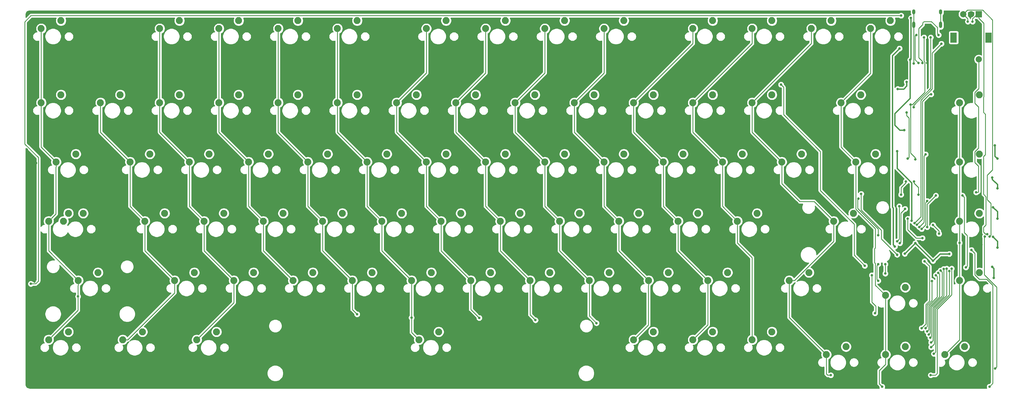
<source format=gtl>
G04 #@! TF.GenerationSoftware,KiCad,Pcbnew,(5.1.4)-1*
G04 #@! TF.CreationDate,2020-09-20T18:26:42+10:00*
G04 #@! TF.ProjectId,keyboard-10,6b657962-6f61-4726-942d-31302e6b6963,rev?*
G04 #@! TF.SameCoordinates,Original*
G04 #@! TF.FileFunction,Copper,L1,Top*
G04 #@! TF.FilePolarity,Positive*
%FSLAX46Y46*%
G04 Gerber Fmt 4.6, Leading zero omitted, Abs format (unit mm)*
G04 Created by KiCad (PCBNEW (5.1.4)-1) date 2020-09-20 18:26:42*
%MOMM*%
%LPD*%
G04 APERTURE LIST*
%ADD10C,2.250000*%
%ADD11R,2.000000X2.000000*%
%ADD12C,2.000000*%
%ADD13R,2.000000X3.200000*%
%ADD14O,1.000000X1.600000*%
%ADD15O,1.000000X2.100000*%
%ADD16C,0.800000*%
%ADD17C,0.250000*%
%ADD18C,0.381000*%
%ADD19C,0.254000*%
G04 APERTURE END LIST*
D10*
X146208750Y-157638750D03*
X139858750Y-160178750D03*
X141446250Y-157638750D03*
X135096250Y-160178750D03*
D11*
X434181250Y-93662500D03*
D12*
X431681250Y-93662500D03*
X429181250Y-93662500D03*
D13*
X437281250Y-101162500D03*
X426081250Y-101162500D03*
D12*
X434181250Y-108162500D03*
X429181250Y-108162500D03*
D10*
X139065000Y-95726250D03*
X132715000Y-98266250D03*
X410527500Y-181451250D03*
X404177500Y-183991250D03*
X379571250Y-176688750D03*
X373221250Y-179228750D03*
X358140000Y-138588750D03*
X351790000Y-141128750D03*
X377190000Y-138588750D03*
X370840000Y-141128750D03*
X172402500Y-157638750D03*
X166052500Y-160178750D03*
X272415000Y-119538750D03*
X266065000Y-122078750D03*
X429577500Y-200501250D03*
X423227500Y-203041250D03*
X410527500Y-200501250D03*
X404177500Y-203041250D03*
X391477500Y-200501250D03*
X385127500Y-203041250D03*
X367665000Y-195738750D03*
X361315000Y-198278750D03*
X348615000Y-195738750D03*
X342265000Y-198278750D03*
X329565000Y-195738750D03*
X323215000Y-198278750D03*
X260508750Y-195738750D03*
X254158750Y-198278750D03*
X189071250Y-195738750D03*
X182721250Y-198278750D03*
X165258750Y-195738750D03*
X158908750Y-198278750D03*
X141446250Y-195738750D03*
X135096250Y-198278750D03*
X434340000Y-176688750D03*
X427990000Y-179228750D03*
X353377500Y-176688750D03*
X347027500Y-179228750D03*
X334327500Y-176688750D03*
X327977500Y-179228750D03*
X315277500Y-176688750D03*
X308927500Y-179228750D03*
X296227500Y-176688750D03*
X289877500Y-179228750D03*
X277177500Y-176688750D03*
X270827500Y-179228750D03*
X258127500Y-176688750D03*
X251777500Y-179228750D03*
X239077500Y-176688750D03*
X232727500Y-179228750D03*
X220027500Y-176688750D03*
X213677500Y-179228750D03*
X200977500Y-176688750D03*
X194627500Y-179228750D03*
X181927500Y-176688750D03*
X175577500Y-179228750D03*
X150971250Y-176688750D03*
X144621250Y-179228750D03*
X434340000Y-157638750D03*
X427990000Y-160178750D03*
X393858750Y-157638750D03*
X387508750Y-160178750D03*
X362902500Y-157638750D03*
X356552500Y-160178750D03*
X343852500Y-157638750D03*
X337502500Y-160178750D03*
X324802500Y-157638750D03*
X318452500Y-160178750D03*
X305752500Y-157638750D03*
X299402500Y-160178750D03*
X286702500Y-157638750D03*
X280352500Y-160178750D03*
X267652500Y-157638750D03*
X261302500Y-160178750D03*
X248602500Y-157638750D03*
X242252500Y-160178750D03*
X229552500Y-157638750D03*
X223202500Y-160178750D03*
X210502500Y-157638750D03*
X204152500Y-160178750D03*
X191452500Y-157638750D03*
X185102500Y-160178750D03*
X434340000Y-138588750D03*
X427990000Y-141128750D03*
X401002500Y-138588750D03*
X394652500Y-141128750D03*
X339090000Y-138588750D03*
X332740000Y-141128750D03*
X320040000Y-138588750D03*
X313690000Y-141128750D03*
X300990000Y-138588750D03*
X294640000Y-141128750D03*
X281940000Y-138588750D03*
X275590000Y-141128750D03*
X262890000Y-138588750D03*
X256540000Y-141128750D03*
X243840000Y-138588750D03*
X237490000Y-141128750D03*
X224790000Y-138588750D03*
X218440000Y-141128750D03*
X205740000Y-138588750D03*
X199390000Y-141128750D03*
X186690000Y-138588750D03*
X180340000Y-141128750D03*
X167640000Y-138588750D03*
X161290000Y-141128750D03*
X143827500Y-138588750D03*
X137477500Y-141128750D03*
X434340000Y-119538750D03*
X427990000Y-122078750D03*
X396240000Y-119538750D03*
X389890000Y-122078750D03*
X367665000Y-119538750D03*
X361315000Y-122078750D03*
X348615000Y-119538750D03*
X342265000Y-122078750D03*
X329565000Y-119538750D03*
X323215000Y-122078750D03*
X310515000Y-119538750D03*
X304165000Y-122078750D03*
X291465000Y-119538750D03*
X285115000Y-122078750D03*
X253365000Y-119538750D03*
X247015000Y-122078750D03*
X234315000Y-119538750D03*
X227965000Y-122078750D03*
X215265000Y-119538750D03*
X208915000Y-122078750D03*
X196215000Y-119538750D03*
X189865000Y-122078750D03*
X177165000Y-119538750D03*
X170815000Y-122078750D03*
X158115000Y-119538750D03*
X151765000Y-122078750D03*
X139065000Y-119538750D03*
X132715000Y-122078750D03*
X405765000Y-95726250D03*
X399415000Y-98266250D03*
X386715000Y-95726250D03*
X380365000Y-98266250D03*
X367665000Y-95726250D03*
X361315000Y-98266250D03*
X348615000Y-95726250D03*
X342265000Y-98266250D03*
X320040000Y-95726250D03*
X313690000Y-98266250D03*
X300990000Y-95726250D03*
X294640000Y-98266250D03*
X281940000Y-95726250D03*
X275590000Y-98266250D03*
X262890000Y-95726250D03*
X256540000Y-98266250D03*
X234315000Y-95726250D03*
X227965000Y-98266250D03*
X215265000Y-95726250D03*
X208915000Y-98266250D03*
X196215000Y-95726250D03*
X189865000Y-98266250D03*
X177165000Y-95726250D03*
X170815000Y-98266250D03*
D14*
X421896000Y-92897000D03*
X413256000Y-92897000D03*
D15*
X421896000Y-97077000D03*
X413256000Y-97077000D03*
D16*
X400812000Y-189738000D03*
X399796000Y-177546000D03*
X144551251Y-184378749D03*
X404114000Y-177006250D03*
X404114000Y-173990000D03*
X401828000Y-179324000D03*
X401828000Y-173990000D03*
X415798000Y-194564000D03*
X234282989Y-190086989D03*
X416718750Y-173037500D03*
X419100000Y-179387500D03*
X417068000Y-194564000D03*
X251777500Y-191198500D03*
X420370000Y-177546000D03*
X417576000Y-195580000D03*
X273558000Y-191262000D03*
X421132000Y-176784000D03*
X291631251Y-191984749D03*
X418084000Y-196596000D03*
X421893394Y-176022000D03*
X418592000Y-197612000D03*
X311251281Y-192938719D03*
X422910000Y-175514000D03*
X418846000Y-199136000D03*
X418846000Y-200660000D03*
X423862500Y-175418750D03*
X424688000Y-176212500D03*
X419735000Y-202819000D03*
X386588000Y-209677000D03*
X418719000Y-209677000D03*
X425450000Y-175418750D03*
X431800000Y-169418000D03*
X437642000Y-213360000D03*
X403098000Y-213360000D03*
X413512000Y-160782000D03*
X422148000Y-103124000D03*
X414274000Y-161290000D03*
X418846000Y-119380000D03*
X415036000Y-162052000D03*
X417068000Y-138684000D03*
X415798000Y-162687000D03*
X401828000Y-164719000D03*
X395478000Y-152908000D03*
X417576000Y-153670000D03*
X417576000Y-162052000D03*
X420370000Y-151949002D03*
X430022000Y-175006000D03*
X428948998Y-151949002D03*
X436118000Y-165100000D03*
X439420000Y-207518000D03*
X440182000Y-168656000D03*
X438785000Y-165227000D03*
X440182000Y-159385000D03*
X438785000Y-155702000D03*
X440182000Y-149606000D03*
X410359790Y-170665210D03*
X413766000Y-167259000D03*
X419451927Y-172944927D03*
X424688000Y-170688000D03*
X412623000Y-160020000D03*
X407924000Y-137668000D03*
X407206193Y-168319193D03*
X408686000Y-104648000D03*
X408114500Y-117665500D03*
X410972000Y-115443000D03*
X438531000Y-146177000D03*
X438531000Y-174879000D03*
X439039000Y-178435000D03*
X440182000Y-140081000D03*
X439356500Y-135826500D03*
X417576000Y-109347000D03*
X417576000Y-101854000D03*
X131064000Y-141478000D03*
X128143000Y-137160000D03*
X128201000Y-146489000D03*
X130683000Y-150876000D03*
X128201000Y-156152000D03*
X130683000Y-160655000D03*
X128143000Y-165354000D03*
X130556000Y-170053000D03*
X128143000Y-175133000D03*
X130556000Y-179578000D03*
X435005000Y-167767000D03*
X435005000Y-159923000D03*
X409321000Y-96774000D03*
X421386000Y-164211000D03*
X419481000Y-161417000D03*
X413258000Y-109474000D03*
X412115000Y-108331000D03*
X412365490Y-94872510D03*
X410210000Y-130937000D03*
X414782000Y-151638000D03*
X413385000Y-147447000D03*
X409194000Y-151638000D03*
X410718000Y-147447000D03*
X397510000Y-174498000D03*
X370586000Y-116274999D03*
X436908501Y-164366501D03*
X432181000Y-96012000D03*
X437642000Y-165100000D03*
X430657000Y-96012000D03*
X427990000Y-167132000D03*
X407924000Y-170942000D03*
X396367000Y-151384000D03*
X433324000Y-150876000D03*
X409194000Y-94107000D03*
X129376001Y-180303001D03*
X416052000Y-165608000D03*
X411353000Y-159385000D03*
X408622653Y-155384347D03*
X407924000Y-166624000D03*
X410464000Y-156210000D03*
X408813000Y-167259000D03*
X411353000Y-140081000D03*
X410972000Y-125222000D03*
X418719000Y-101092000D03*
X413258000Y-123571000D03*
X413766000Y-140335000D03*
X412242000Y-122682000D03*
X416560000Y-101092000D03*
X421259000Y-100330000D03*
X416052000Y-109347000D03*
X414147000Y-100330000D03*
X414782000Y-109347000D03*
D17*
X132715000Y-98266250D02*
X132715000Y-122078750D01*
X132715000Y-136366250D02*
X137477500Y-141128750D01*
X132715000Y-122078750D02*
X132715000Y-136366250D01*
X136221249Y-159053751D02*
X135096250Y-160178750D01*
X137407501Y-157867499D02*
X136221249Y-159053751D01*
X137407501Y-142789739D02*
X137407501Y-157867499D01*
X137477500Y-142719740D02*
X137407501Y-142789739D01*
X137477500Y-141128750D02*
X137477500Y-142719740D01*
X135096250Y-169703750D02*
X144621250Y-179228750D01*
X135096250Y-160178750D02*
X135096250Y-169703750D01*
X136221249Y-197153751D02*
X135096250Y-198278750D01*
X144551251Y-188823749D02*
X136221249Y-197153751D01*
X144551251Y-180889739D02*
X144551251Y-184378749D01*
X144621250Y-180819740D02*
X144551251Y-180889739D01*
X144621250Y-179228750D02*
X144621250Y-180819740D01*
X401066000Y-189484000D02*
X400812000Y-189738000D01*
X401066000Y-187452000D02*
X401066000Y-189484000D01*
X399796000Y-186182000D02*
X401066000Y-187452000D01*
X399796000Y-177546000D02*
X399796000Y-186182000D01*
X144551251Y-184378749D02*
X144551251Y-188823749D01*
X151765000Y-131603750D02*
X161290000Y-141128750D01*
X151765000Y-122078750D02*
X151765000Y-131603750D01*
X161290000Y-155416250D02*
X166052500Y-160178750D01*
X161290000Y-141128750D02*
X161290000Y-155416250D01*
X166052500Y-169703750D02*
X175577500Y-179228750D01*
X166052500Y-160178750D02*
X166052500Y-169703750D01*
X160499740Y-198278750D02*
X158908750Y-198278750D01*
X175577500Y-183200990D02*
X160499740Y-198278750D01*
X175577500Y-179228750D02*
X175577500Y-183200990D01*
X404114000Y-173990000D02*
X404114000Y-173990000D01*
X404114000Y-174555685D02*
X404114000Y-177006250D01*
X404114000Y-173990000D02*
X404114000Y-174555685D01*
X170815000Y-98266250D02*
X170815000Y-122078750D01*
X170815000Y-131603750D02*
X180340000Y-141128750D01*
X170815000Y-122078750D02*
X170815000Y-131603750D01*
X180340000Y-155416250D02*
X185102500Y-160178750D01*
X180340000Y-141128750D02*
X180340000Y-155416250D01*
X185102500Y-169703750D02*
X185626375Y-170227625D01*
X185102500Y-160178750D02*
X185102500Y-169703750D01*
X194627500Y-186372500D02*
X182721250Y-198278750D01*
X194627500Y-179228750D02*
X194627500Y-186372500D01*
X401828000Y-179324000D02*
X401387859Y-178883859D01*
X401387859Y-178883859D02*
X401387859Y-174752000D01*
X401387859Y-174752000D02*
X401387859Y-174430141D01*
X401387859Y-174430141D02*
X401828000Y-173990000D01*
X401828000Y-173990000D02*
X401828000Y-173990000D01*
X185626375Y-170227625D02*
X194627500Y-179228750D01*
X189865000Y-99857240D02*
X189865000Y-122078750D01*
X189865000Y-98266250D02*
X189865000Y-99857240D01*
X189865000Y-131603750D02*
X199390000Y-141128750D01*
X189865000Y-122078750D02*
X189865000Y-131603750D01*
X199390000Y-155416250D02*
X204152500Y-160178750D01*
X199390000Y-141128750D02*
X199390000Y-155416250D01*
X204152500Y-169703750D02*
X213677500Y-179228750D01*
X204152500Y-160178750D02*
X204152500Y-169703750D01*
X208915000Y-101312252D02*
X208915000Y-122078750D01*
X208915000Y-98266250D02*
X208915000Y-101312252D01*
X208915000Y-131603750D02*
X218440000Y-141128750D01*
X208915000Y-122078750D02*
X208915000Y-131603750D01*
X218440000Y-155416250D02*
X223202500Y-160178750D01*
X218440000Y-141128750D02*
X218440000Y-155416250D01*
X223202500Y-169703750D02*
X232727500Y-179228750D01*
X223202500Y-160178750D02*
X223202500Y-169703750D01*
X415798000Y-194564000D02*
X415798000Y-194564000D01*
X232727500Y-188531500D02*
X234282989Y-190086989D01*
X232727500Y-179228750D02*
X232727500Y-188531500D01*
X416718750Y-173037500D02*
X416718750Y-173037500D01*
X417157419Y-193204581D02*
X415798000Y-194564000D01*
X417157419Y-186971711D02*
X417157419Y-193204581D01*
X418306250Y-185822880D02*
X417157419Y-186971711D01*
X416718750Y-173037500D02*
X418306250Y-174625000D01*
X418306250Y-174625000D02*
X418306250Y-185822880D01*
X227965000Y-99857240D02*
X227965000Y-122078750D01*
X227965000Y-98266250D02*
X227965000Y-99857240D01*
X227965000Y-131603750D02*
X237490000Y-141128750D01*
X227965000Y-122078750D02*
X227965000Y-131603750D01*
X237490000Y-155416250D02*
X242252500Y-160178750D01*
X237490000Y-141128750D02*
X237490000Y-155416250D01*
X242252500Y-169703750D02*
X251777500Y-179228750D01*
X242252500Y-160178750D02*
X242252500Y-169703750D01*
X251777500Y-195897500D02*
X254158750Y-198278750D01*
X251777500Y-179228750D02*
X251777500Y-191198500D01*
X417068000Y-194564000D02*
X417068000Y-194564000D01*
X251777500Y-191198500D02*
X251777500Y-195897500D01*
X417607429Y-194024571D02*
X417607429Y-187158111D01*
X417068000Y-194564000D02*
X417607429Y-194024571D01*
X419100000Y-185665540D02*
X419100000Y-179387500D01*
X419064020Y-185701520D02*
X419100000Y-185665540D01*
X417607429Y-187158111D02*
X419064020Y-185701520D01*
X247015000Y-131603750D02*
X256540000Y-141128750D01*
X247015000Y-122078750D02*
X247015000Y-131603750D01*
X256540000Y-155416250D02*
X261302500Y-160178750D01*
X256540000Y-141128750D02*
X256540000Y-155416250D01*
X261302500Y-169703750D02*
X270827500Y-179228750D01*
X261302500Y-160178750D02*
X261302500Y-169703750D01*
X256540000Y-112553750D02*
X247015000Y-122078750D01*
X256540000Y-98266250D02*
X256540000Y-112553750D01*
X417576000Y-195580000D02*
X417576000Y-195580000D01*
X270827500Y-188531500D02*
X273558000Y-191262000D01*
X270827500Y-179228750D02*
X270827500Y-188531500D01*
X420769999Y-177945999D02*
X420370000Y-177546000D01*
X420769999Y-184631951D02*
X420769999Y-177945999D01*
X418057439Y-187344511D02*
X420769999Y-184631951D01*
X418057439Y-195098561D02*
X418057439Y-187344511D01*
X417576000Y-195580000D02*
X418057439Y-195098561D01*
X275590000Y-112553750D02*
X266065000Y-122078750D01*
X275590000Y-98266250D02*
X275590000Y-112553750D01*
X266065000Y-131603750D02*
X275590000Y-141128750D01*
X266065000Y-122078750D02*
X266065000Y-131603750D01*
X275590000Y-155416250D02*
X280352500Y-160178750D01*
X275590000Y-141128750D02*
X275590000Y-155416250D01*
X280352500Y-169703750D02*
X289877500Y-179228750D01*
X280352500Y-160178750D02*
X280352500Y-169703750D01*
X289877500Y-190230998D02*
X291631251Y-191984749D01*
X289877500Y-179228750D02*
X289877500Y-190230998D01*
X421531999Y-177183999D02*
X421132000Y-176784000D01*
X421531999Y-184506361D02*
X421531999Y-177183999D01*
X418507449Y-187530911D02*
X421531999Y-184506361D01*
X418507449Y-196172551D02*
X418507449Y-187530911D01*
X418084000Y-196596000D02*
X418507449Y-196172551D01*
X294640000Y-112553750D02*
X285115000Y-122078750D01*
X294640000Y-98266250D02*
X294640000Y-112553750D01*
X285115000Y-131603750D02*
X294640000Y-141128750D01*
X285115000Y-122078750D02*
X285115000Y-131603750D01*
X294640000Y-155416250D02*
X299402500Y-160178750D01*
X294640000Y-141128750D02*
X294640000Y-155416250D01*
X299402500Y-169703750D02*
X308927500Y-179228750D01*
X299402500Y-160178750D02*
X299402500Y-169703750D01*
X418957459Y-187717311D02*
X418957459Y-197246541D01*
X418957459Y-197246541D02*
X418592000Y-197612000D01*
X418592000Y-197612000D02*
X418592000Y-197612000D01*
X308927500Y-190614938D02*
X311251281Y-192938719D01*
X308927500Y-179228750D02*
X308927500Y-190614938D01*
X422399885Y-176528491D02*
X421893394Y-176022000D01*
X422399885Y-184274885D02*
X422399885Y-176528491D01*
X422399885Y-184274885D02*
X418957459Y-187717311D01*
X313690000Y-112553750D02*
X304165000Y-122078750D01*
X313690000Y-98266250D02*
X313690000Y-112553750D01*
X304165000Y-131603750D02*
X313690000Y-141128750D01*
X304165000Y-122078750D02*
X304165000Y-131603750D01*
X313690000Y-155416250D02*
X318452500Y-160178750D01*
X313690000Y-141128750D02*
X313690000Y-155416250D01*
X318452500Y-169703750D02*
X327977500Y-179228750D01*
X318452500Y-160178750D02*
X318452500Y-169703750D01*
X324339999Y-197153751D02*
X323215000Y-198278750D01*
X327907501Y-193586249D02*
X324339999Y-197153751D01*
X327907501Y-180889739D02*
X327907501Y-193586249D01*
X327977500Y-180819740D02*
X327907501Y-180889739D01*
X327977500Y-179228750D02*
X327977500Y-180819740D01*
X418846000Y-199136000D02*
X418846000Y-199136000D01*
X422910000Y-184401180D02*
X422910000Y-175514000D01*
X419407469Y-187903711D02*
X422910000Y-184401180D01*
X419407469Y-198574531D02*
X419407469Y-187903711D01*
X418846000Y-199136000D02*
X419407469Y-198574531D01*
X342265000Y-103028750D02*
X323215000Y-122078750D01*
X342265000Y-98266250D02*
X342265000Y-103028750D01*
X323215000Y-131603750D02*
X332740000Y-141128750D01*
X323215000Y-122078750D02*
X323215000Y-131603750D01*
X332740000Y-155416250D02*
X337502500Y-160178750D01*
X332740000Y-141128750D02*
X332740000Y-155416250D01*
X337502500Y-169703750D02*
X347027500Y-179228750D01*
X337502500Y-160178750D02*
X337502500Y-169703750D01*
X347027500Y-193516250D02*
X342265000Y-198278750D01*
X347027500Y-179228750D02*
X347027500Y-193516250D01*
X419857479Y-188090111D02*
X419857479Y-193170111D01*
X419857479Y-193170111D02*
X419857479Y-199648521D01*
X419857479Y-199648521D02*
X418846000Y-200660000D01*
X423862500Y-184085090D02*
X423433170Y-184514420D01*
X423433170Y-184514420D02*
X419857479Y-188090111D01*
X423862500Y-175418750D02*
X423862500Y-184085090D01*
X361315000Y-103028750D02*
X342265000Y-122078750D01*
X361315000Y-98266250D02*
X361315000Y-103028750D01*
X342265000Y-131603750D02*
X351790000Y-141128750D01*
X342265000Y-122078750D02*
X342265000Y-131603750D01*
X351790000Y-155416250D02*
X356552500Y-160178750D01*
X351790000Y-141128750D02*
X351790000Y-155416250D01*
X361315000Y-196687760D02*
X361315000Y-198278750D01*
X361315000Y-171911952D02*
X361315000Y-196687760D01*
X356552500Y-167149452D02*
X361315000Y-171911952D01*
X356552500Y-160178750D02*
X356552500Y-167149452D01*
X420307489Y-202246511D02*
X419735000Y-202819000D01*
X420307489Y-188276511D02*
X420307489Y-202246511D01*
X424688000Y-176212500D02*
X424688000Y-183896000D01*
X424688000Y-183896000D02*
X420307489Y-188276511D01*
X380365000Y-103028750D02*
X361315000Y-122078750D01*
X380365000Y-98266250D02*
X380365000Y-103028750D01*
X361315000Y-131603750D02*
X370840000Y-141128750D01*
X361315000Y-122078750D02*
X361315000Y-131603750D01*
X386383751Y-159053751D02*
X387508750Y-160178750D01*
X381214749Y-153884749D02*
X386383751Y-159053751D01*
X376625297Y-153884749D02*
X381214749Y-153884749D01*
X370840000Y-148099452D02*
X376625297Y-153884749D01*
X370840000Y-141128750D02*
X370840000Y-148099452D01*
X374812240Y-179228750D02*
X373221250Y-179228750D01*
X374885248Y-179228750D02*
X374812240Y-179228750D01*
X387508750Y-166605248D02*
X374885248Y-179228750D01*
X387508750Y-160178750D02*
X387508750Y-166605248D01*
X373221250Y-191135000D02*
X385127500Y-203041250D01*
X373221250Y-179228750D02*
X373221250Y-191135000D01*
X425450000Y-183781998D02*
X425265999Y-183965999D01*
X425450000Y-175418750D02*
X425450000Y-183781998D01*
X420757499Y-188474499D02*
X425265999Y-183965999D01*
X385127500Y-209232500D02*
X385127500Y-207962500D01*
X385572000Y-209677000D02*
X385127500Y-209232500D01*
X386588000Y-209677000D02*
X385572000Y-209677000D01*
X385127500Y-203041250D02*
X385127500Y-207962500D01*
X385127500Y-207962500D02*
X385127500Y-208089500D01*
X420757499Y-207257501D02*
X420757499Y-209162501D01*
X420757499Y-207257501D02*
X420757499Y-188474499D01*
X420757499Y-208146501D02*
X420757499Y-207257501D01*
X420243000Y-209677000D02*
X418719000Y-209677000D01*
X420757499Y-209162501D02*
X420243000Y-209677000D01*
X391014999Y-120953751D02*
X389890000Y-122078750D01*
X399345001Y-112623749D02*
X391014999Y-120953751D01*
X399345001Y-99927239D02*
X399345001Y-112623749D01*
X399415000Y-99857240D02*
X399345001Y-99927239D01*
X399415000Y-98266250D02*
X399415000Y-99857240D01*
X389890000Y-136366250D02*
X394652500Y-141128750D01*
X389890000Y-122078750D02*
X389890000Y-136366250D01*
X404177500Y-183991250D02*
X404177500Y-203041250D01*
X432889999Y-175084980D02*
X432889999Y-177365999D01*
X432889999Y-177365999D02*
X434340000Y-178816000D01*
X434340000Y-178816000D02*
X436751590Y-178816000D01*
X438694999Y-180759409D02*
X438694999Y-208062999D01*
X436751590Y-178816000D02*
X438694999Y-180759409D01*
X438694999Y-212307001D02*
X437642000Y-213360000D01*
X438694999Y-208062999D02*
X438694999Y-212307001D01*
X437642000Y-213360000D02*
X437642000Y-213360000D01*
X404177500Y-203041250D02*
X404177500Y-206184500D01*
X404177500Y-206184500D02*
X402157509Y-208204491D01*
X402157509Y-212419509D02*
X403098000Y-213360000D01*
X402157509Y-208204491D02*
X402157509Y-212419509D01*
X432889999Y-170507999D02*
X431800000Y-169418000D01*
X432889999Y-173535001D02*
X432889999Y-170507999D01*
X432889999Y-175084980D02*
X432889999Y-173535001D01*
X394652500Y-156286498D02*
X394652500Y-141128750D01*
X400937849Y-162571847D02*
X394652500Y-156286498D01*
X404177500Y-183991250D02*
X400937849Y-180751599D01*
X400937849Y-180751599D02*
X400937849Y-173734849D01*
X400937849Y-173734849D02*
X400685000Y-173482000D01*
X400685000Y-173482000D02*
X400685000Y-169037000D01*
X400685000Y-169037000D02*
X400937849Y-168784151D01*
X400937849Y-168784151D02*
X400937849Y-162571847D01*
X415507001Y-158786999D02*
X413512000Y-160782000D01*
X419169010Y-106102990D02*
X419169010Y-117661400D01*
X419169010Y-117661400D02*
X415507001Y-121323409D01*
X415507001Y-121323409D02*
X415507001Y-158786999D01*
X422148000Y-103124000D02*
X419169010Y-106102990D01*
X414274000Y-161290000D02*
X416052000Y-159512000D01*
X416052000Y-159512000D02*
X416052000Y-145288000D01*
X416052000Y-145288000D02*
X416052000Y-127762000D01*
X416052000Y-127762000D02*
X416052000Y-121666000D01*
X416052000Y-121666000D02*
X418338000Y-119380000D01*
X418338000Y-119380000D02*
X418846000Y-119380000D01*
X418846000Y-119380000D02*
X418846000Y-119380000D01*
X415036000Y-162052000D02*
X416560000Y-160528000D01*
X416560000Y-160528000D02*
X416560000Y-139192000D01*
X416560000Y-139192000D02*
X417068000Y-138684000D01*
X417068000Y-138684000D02*
X417068000Y-138684000D01*
X401828000Y-164719000D02*
X401828000Y-162687000D01*
X401828000Y-162687000D02*
X395224000Y-156083000D01*
X395224000Y-156083000D02*
X395224000Y-153162000D01*
X395224000Y-153162000D02*
X395478000Y-152908000D01*
X395478000Y-152908000D02*
X395478000Y-152908000D01*
X415798000Y-162687000D02*
X417068000Y-161417000D01*
X417068000Y-161417000D02*
X417068000Y-154178000D01*
X417068000Y-154178000D02*
X417576000Y-153670000D01*
X417576000Y-153670000D02*
X417576000Y-153670000D01*
X417576000Y-162052000D02*
X417576000Y-154743002D01*
X417576000Y-154743002D02*
X420370000Y-151949002D01*
X420370000Y-151949002D02*
X420370000Y-151949002D01*
X429481099Y-152481103D02*
X428948998Y-151949002D01*
X429481099Y-163831823D02*
X429481099Y-152481103D01*
X430421999Y-164772723D02*
X429481099Y-163831823D01*
X430022000Y-175006000D02*
X430421999Y-174606001D01*
X430421999Y-174606001D02*
X430421999Y-164772723D01*
X435958989Y-165259011D02*
X435958989Y-177386989D01*
X435958989Y-177386989D02*
X439924980Y-181352980D01*
X436118000Y-165100000D02*
X435958989Y-165259011D01*
X439924980Y-181352980D02*
X439924980Y-207013020D01*
X439924980Y-207013020D02*
X439420000Y-207518000D01*
X439420000Y-207518000D02*
X439420000Y-207518000D01*
D18*
X410359790Y-170665210D02*
X413766000Y-167259000D01*
X413766000Y-167259000D02*
X413766000Y-167259000D01*
X413766000Y-167259000D02*
X418338000Y-171831000D01*
X418338000Y-171831000D02*
X419451927Y-172944927D01*
X421708854Y-170688000D02*
X419451927Y-172944927D01*
X424688000Y-170688000D02*
X421708854Y-170688000D01*
X412623000Y-147854942D02*
X407924000Y-143155942D01*
X412623000Y-160020000D02*
X412623000Y-147854942D01*
X407924000Y-143155942D02*
X407924000Y-137668000D01*
X407924000Y-137668000D02*
X407924000Y-137668000D01*
X438531000Y-146742685D02*
X440182000Y-148393685D01*
X438531000Y-146177000D02*
X438531000Y-146742685D01*
X440182000Y-148393685D02*
X440182000Y-149606000D01*
X440182000Y-157099000D02*
X438785000Y-155702000D01*
X440182000Y-159385000D02*
X440182000Y-157099000D01*
X440182000Y-166624000D02*
X438785000Y-165227000D01*
X440182000Y-168656000D02*
X440182000Y-166624000D01*
X439039000Y-175387000D02*
X438531000Y-174879000D01*
X439039000Y-178435000D02*
X439039000Y-175387000D01*
X410019500Y-117665500D02*
X408114500Y-117665500D01*
X410972000Y-116713000D02*
X410019500Y-117665500D01*
X410972000Y-115443000D02*
X410972000Y-116713000D01*
X439356500Y-139255500D02*
X440182000Y-140081000D01*
X439356500Y-135826500D02*
X439356500Y-139255500D01*
X406371499Y-106962501D02*
X408686000Y-104648000D01*
X406371499Y-155673499D02*
X406371499Y-106962501D01*
X406654000Y-155956000D02*
X406371499Y-155673499D01*
X407206193Y-168319193D02*
X406654000Y-167767000D01*
X406654000Y-167767000D02*
X406654000Y-155956000D01*
X417576000Y-101727000D02*
X417576000Y-101854000D01*
X417576000Y-102362000D02*
X417576000Y-101854000D01*
X417576000Y-102362000D02*
X417576000Y-109347000D01*
X128143000Y-138557000D02*
X131064000Y-141478000D01*
X128143000Y-137160000D02*
X128143000Y-138557000D01*
X128201000Y-148394000D02*
X130683000Y-150876000D01*
X128201000Y-146489000D02*
X128201000Y-148394000D01*
X128201000Y-158173000D02*
X130683000Y-160655000D01*
X128201000Y-156152000D02*
X128201000Y-158173000D01*
X128143000Y-167640000D02*
X130556000Y-170053000D01*
X128143000Y-165354000D02*
X128143000Y-167640000D01*
X128143000Y-177165000D02*
X128143000Y-175133000D01*
X130556000Y-179578000D02*
X128143000Y-177165000D01*
X435005000Y-167767000D02*
X435005000Y-159923000D01*
X435005000Y-159923000D02*
X435005000Y-159923000D01*
D17*
X421386000Y-164211000D02*
X421386000Y-163322000D01*
X421386000Y-163322000D02*
X419735000Y-161671000D01*
X419735000Y-161671000D02*
X419481000Y-161417000D01*
X419481000Y-161417000D02*
X419481000Y-161417000D01*
X413256000Y-95777000D02*
X413256000Y-92897000D01*
X413256000Y-97077000D02*
X413256000Y-95777000D01*
X421896000Y-95777000D02*
X421896000Y-92897000D01*
X421896000Y-97077000D02*
X421896000Y-95777000D01*
X413256000Y-109472000D02*
X413258000Y-109474000D01*
X413256000Y-97077000D02*
X413256000Y-109472000D01*
D18*
X407162000Y-127762000D02*
X407162000Y-127762000D01*
X412365490Y-108080510D02*
X412365490Y-94872510D01*
X412115000Y-108331000D02*
X412365490Y-108080510D01*
X412365490Y-94872510D02*
X412365490Y-94872510D01*
X412115000Y-120650000D02*
X412115000Y-108331000D01*
X407162000Y-125603000D02*
X412115000Y-120650000D01*
X407162000Y-129286000D02*
X407162000Y-125603000D01*
X408813000Y-130937000D02*
X407162000Y-129286000D01*
X410210000Y-130937000D02*
X408813000Y-130937000D01*
D17*
X414782000Y-151638000D02*
X414782000Y-149352000D01*
X414782000Y-149352000D02*
X413385000Y-147955000D01*
X413385000Y-147955000D02*
X413385000Y-147447000D01*
X413385000Y-147447000D02*
X413385000Y-147447000D01*
X409194000Y-151638000D02*
X409194000Y-149352000D01*
X409194000Y-149352000D02*
X410718000Y-147828000D01*
X410718000Y-147828000D02*
X410718000Y-147447000D01*
X410718000Y-147447000D02*
X410718000Y-147447000D01*
X397510000Y-174498000D02*
X394087661Y-171075661D01*
X394087661Y-171075661D02*
X394087661Y-161169661D01*
X383212501Y-137756225D02*
X371405001Y-125948725D01*
X383212501Y-150294501D02*
X383212501Y-137756225D01*
X394087661Y-161169661D02*
X383212501Y-150294501D01*
X371405001Y-117094000D02*
X370586000Y-116274999D01*
X371405001Y-117163999D02*
X371405001Y-117094000D01*
X371405001Y-125948725D02*
X371405001Y-117163999D01*
X436466990Y-161355758D02*
X436466990Y-152305010D01*
X435679999Y-162142749D02*
X436466990Y-161355758D01*
X435679999Y-163703684D02*
X435679999Y-162142749D01*
X436342816Y-164366501D02*
X435679999Y-163703684D01*
X436908501Y-164366501D02*
X436342816Y-164366501D01*
X432181000Y-95446315D02*
X432181000Y-96012000D01*
X432181000Y-95123752D02*
X432181000Y-95446315D01*
X433642252Y-93662500D02*
X432181000Y-95123752D01*
X434181250Y-93662500D02*
X433642252Y-93662500D01*
X434181250Y-94912500D02*
X434181250Y-93662500D01*
X435790001Y-96521251D02*
X434181250Y-94912500D01*
X435790001Y-120234751D02*
X435790001Y-96521251D01*
X435679999Y-120344753D02*
X435790001Y-120234751D01*
X435679999Y-125194751D02*
X435679999Y-120344753D01*
X436303999Y-125818751D02*
X435679999Y-125194751D01*
X436303999Y-138770753D02*
X436303999Y-125818751D01*
X435679999Y-151518019D02*
X435679999Y-139394753D01*
X435679999Y-139394753D02*
X436303999Y-138770753D01*
X436466990Y-152305010D02*
X435679999Y-151518019D01*
X430657000Y-95138250D02*
X430657000Y-96012000D01*
X429181250Y-93662500D02*
X430657000Y-95138250D01*
X430181249Y-92662501D02*
X429181250Y-93662500D01*
X435441251Y-92337499D02*
X430506251Y-92337499D01*
X438606251Y-95502499D02*
X435441251Y-92337499D01*
X430506251Y-92337499D02*
X430181249Y-92662501D01*
X438606251Y-143718501D02*
X438606251Y-95502499D01*
X436916999Y-145407753D02*
X438606251Y-143718501D01*
X436916999Y-153256001D02*
X436916999Y-145407753D01*
X438080001Y-154419003D02*
X436916999Y-153256001D01*
X438080001Y-164661999D02*
X438080001Y-154419003D01*
X437642000Y-165100000D02*
X438080001Y-164661999D01*
X427990000Y-122078750D02*
X427990000Y-141128750D01*
X427990000Y-141128750D02*
X427990000Y-160178750D01*
X427990000Y-160178750D02*
X427990000Y-167132000D01*
X427990000Y-198278750D02*
X423227500Y-203041250D01*
X427990000Y-179228750D02*
X427990000Y-198278750D01*
X427990000Y-167132000D02*
X427990000Y-179228750D01*
D18*
X407924000Y-171196000D02*
X407924000Y-170942000D01*
X407924000Y-170942000D02*
X407924000Y-170942000D01*
D17*
X396367000Y-156589590D02*
X402844000Y-163066590D01*
X396367000Y-151384000D02*
X396367000Y-156589590D01*
X402844000Y-165862000D02*
X407924000Y-170942000D01*
X402844000Y-163066590D02*
X402844000Y-165862000D01*
X432889999Y-141326775D02*
X434118901Y-142555677D01*
X432889999Y-137892749D02*
X432889999Y-141326775D01*
X432889999Y-118842749D02*
X432889999Y-122276775D01*
X434181250Y-108162500D02*
X434181250Y-117551498D01*
X432889999Y-122276775D02*
X434118901Y-123505677D01*
X434181250Y-117551498D02*
X432889999Y-118842749D01*
X434118901Y-123505677D02*
X434118901Y-136663847D01*
X434118901Y-136663847D02*
X432889999Y-137892749D01*
X434118901Y-150208099D02*
X434118901Y-149765901D01*
X434118901Y-142555677D02*
X434118901Y-149765901D01*
X434118901Y-149765901D02*
X434118901Y-149954099D01*
X434118901Y-150646784D02*
X434118901Y-150208099D01*
X433889685Y-150876000D02*
X434118901Y-150646784D01*
X433324000Y-150876000D02*
X433889685Y-150876000D01*
X129376001Y-180303001D02*
X129376001Y-180303001D01*
X409194000Y-94107000D02*
X129413000Y-94107000D01*
X129413000Y-94107000D02*
X127425009Y-96094991D01*
X127425009Y-96094991D02*
X127425009Y-135369007D01*
X127425009Y-135369007D02*
X131789001Y-139732999D01*
X130904001Y-180303001D02*
X129376001Y-180303001D01*
X131789001Y-139732999D02*
X131789001Y-179418001D01*
X131789001Y-179418001D02*
X130904001Y-180303001D01*
X414401000Y-165608000D02*
X414020000Y-165608000D01*
X414401000Y-165608000D02*
X414274000Y-165608000D01*
X416052000Y-165608000D02*
X414401000Y-165608000D01*
X414020000Y-165608000D02*
X411353000Y-162941000D01*
X411353000Y-159385000D02*
X411353000Y-162941000D01*
X408622653Y-165544347D02*
X408622653Y-165925347D01*
X408622653Y-155384347D02*
X408622653Y-165544347D01*
X408622653Y-165925347D02*
X408178000Y-166370000D01*
X408178000Y-166370000D02*
X407924000Y-166624000D01*
X407924000Y-166624000D02*
X407924000Y-166624000D01*
X410464000Y-156210000D02*
X409072663Y-157601337D01*
X409072663Y-157601337D02*
X409072663Y-166999337D01*
X409072663Y-166999337D02*
X408813000Y-167259000D01*
X408813000Y-167259000D02*
X408813000Y-167259000D01*
X411752999Y-139681001D02*
X411752999Y-127018999D01*
X411353000Y-140081000D02*
X411752999Y-139681001D01*
X411752999Y-127018999D02*
X410972000Y-126238000D01*
X410972000Y-126238000D02*
X410972000Y-125222000D01*
X410972000Y-125222000D02*
X410972000Y-125222000D01*
X418719000Y-101092000D02*
X418719000Y-117475000D01*
X418719000Y-117475000D02*
X413258000Y-122936000D01*
X413258000Y-122936000D02*
X413258000Y-123571000D01*
X413258000Y-123571000D02*
X413258000Y-123571000D01*
X413766000Y-139769315D02*
X412242000Y-138245315D01*
X413766000Y-140335000D02*
X413766000Y-139769315D01*
X412242000Y-138245315D02*
X412242000Y-122682000D01*
X412242000Y-122682000D02*
X412242000Y-122682000D01*
X412807685Y-122682000D02*
X412242000Y-122682000D01*
X416777001Y-118712684D02*
X412807685Y-122682000D01*
X416777001Y-108998999D02*
X416777001Y-118712684D01*
X416560000Y-108781998D02*
X416777001Y-108998999D01*
X416560000Y-101092000D02*
X416560000Y-108781998D01*
X416560000Y-96012000D02*
X416560000Y-96012000D01*
X420859001Y-99930001D02*
X421259000Y-100330000D01*
X416560000Y-96012000D02*
X418968998Y-96012000D01*
X416052000Y-109347000D02*
X416052000Y-108781315D01*
X416052000Y-108781315D02*
X414872001Y-107601316D01*
X414872001Y-107601316D02*
X414872001Y-98261001D01*
X418968998Y-96012000D02*
X420859001Y-97902003D01*
X414872001Y-98261001D02*
X416179000Y-96954002D01*
X420859001Y-97902003D02*
X420859001Y-99930001D01*
X416179000Y-96954002D02*
X416179000Y-96393000D01*
X416179000Y-96393000D02*
X416560000Y-96012000D01*
X413893000Y-100330000D02*
X413706010Y-100516990D01*
X414147000Y-100330000D02*
X413893000Y-100330000D01*
X413706010Y-108271010D02*
X414782000Y-109347000D01*
X413706010Y-100516990D02*
X413706010Y-108271010D01*
D19*
G36*
X412121000Y-93252752D02*
G01*
X412137423Y-93419499D01*
X412202324Y-93633447D01*
X412307717Y-93830623D01*
X412313369Y-93837510D01*
X412263551Y-93837510D01*
X412063592Y-93877284D01*
X411875234Y-93955305D01*
X411705716Y-94068573D01*
X411561553Y-94212736D01*
X411448285Y-94382254D01*
X411370264Y-94570612D01*
X411330490Y-94770571D01*
X411330490Y-94974449D01*
X411370264Y-95174408D01*
X411448285Y-95362766D01*
X411539991Y-95500014D01*
X411539990Y-107470426D01*
X411455226Y-107527063D01*
X411311063Y-107671226D01*
X411197795Y-107840744D01*
X411119774Y-108029102D01*
X411080000Y-108229061D01*
X411080000Y-108432939D01*
X411119774Y-108632898D01*
X411197795Y-108821256D01*
X411289501Y-108958504D01*
X411289501Y-114454237D01*
X411273898Y-114447774D01*
X411073939Y-114408000D01*
X410870061Y-114408000D01*
X410670102Y-114447774D01*
X410481744Y-114525795D01*
X410312226Y-114639063D01*
X410168063Y-114783226D01*
X410054795Y-114952744D01*
X409976774Y-115141102D01*
X409937000Y-115341061D01*
X409937000Y-115544939D01*
X409976774Y-115744898D01*
X410054795Y-115933256D01*
X410146500Y-116070503D01*
X410146501Y-116371067D01*
X409677568Y-116840000D01*
X408742003Y-116840000D01*
X408604756Y-116748295D01*
X408416398Y-116670274D01*
X408216439Y-116630500D01*
X408012561Y-116630500D01*
X407812602Y-116670274D01*
X407624244Y-116748295D01*
X407454726Y-116861563D01*
X407310563Y-117005726D01*
X407197295Y-117175244D01*
X407196999Y-117175959D01*
X407196999Y-107304433D01*
X408826005Y-105675428D01*
X408987898Y-105643226D01*
X409176256Y-105565205D01*
X409345774Y-105451937D01*
X409489937Y-105307774D01*
X409603205Y-105138256D01*
X409681226Y-104949898D01*
X409721000Y-104749939D01*
X409721000Y-104546061D01*
X409681226Y-104346102D01*
X409603205Y-104157744D01*
X409489937Y-103988226D01*
X409345774Y-103844063D01*
X409176256Y-103730795D01*
X408987898Y-103652774D01*
X408787939Y-103613000D01*
X408584061Y-103613000D01*
X408384102Y-103652774D01*
X408195744Y-103730795D01*
X408026226Y-103844063D01*
X407882063Y-103988226D01*
X407768795Y-104157744D01*
X407690774Y-104346102D01*
X407658572Y-104507995D01*
X405816460Y-106350108D01*
X405784959Y-106375960D01*
X405759108Y-106407460D01*
X405681800Y-106501659D01*
X405605146Y-106645068D01*
X405557944Y-106800675D01*
X405542005Y-106962501D01*
X405546000Y-107003062D01*
X405545999Y-155632949D01*
X405542005Y-155673499D01*
X405545999Y-155714049D01*
X405545999Y-155714051D01*
X405557943Y-155835324D01*
X405591633Y-155946386D01*
X405605146Y-155990932D01*
X405681800Y-156134341D01*
X405707169Y-156165253D01*
X405784958Y-156260040D01*
X405816464Y-156285896D01*
X405828501Y-156297933D01*
X405828500Y-167726450D01*
X405824506Y-167767000D01*
X405824583Y-167767781D01*
X403604000Y-165547199D01*
X403604000Y-163103912D01*
X403607676Y-163066589D01*
X403604000Y-163029266D01*
X403604000Y-163029257D01*
X403593003Y-162917604D01*
X403549546Y-162774343D01*
X403478974Y-162642314D01*
X403384001Y-162526589D01*
X403355004Y-162502792D01*
X397127000Y-156274789D01*
X397127000Y-155521107D01*
X401066000Y-155521107D01*
X401066000Y-155946393D01*
X401148970Y-156363507D01*
X401311719Y-156756420D01*
X401547996Y-157110032D01*
X401848718Y-157410754D01*
X402202330Y-157647031D01*
X402595243Y-157809780D01*
X403012357Y-157892750D01*
X403437643Y-157892750D01*
X403854757Y-157809780D01*
X404247670Y-157647031D01*
X404601282Y-157410754D01*
X404902004Y-157110032D01*
X405138281Y-156756420D01*
X405301030Y-156363507D01*
X405384000Y-155946393D01*
X405384000Y-155521107D01*
X405301030Y-155103993D01*
X405138281Y-154711080D01*
X404902004Y-154357468D01*
X404601282Y-154056746D01*
X404247670Y-153820469D01*
X403854757Y-153657720D01*
X403437643Y-153574750D01*
X403012357Y-153574750D01*
X402595243Y-153657720D01*
X402202330Y-153820469D01*
X401848718Y-154056746D01*
X401547996Y-154357468D01*
X401311719Y-154711080D01*
X401148970Y-155103993D01*
X401066000Y-155521107D01*
X397127000Y-155521107D01*
X397127000Y-152087711D01*
X397170937Y-152043774D01*
X397284205Y-151874256D01*
X397362226Y-151685898D01*
X397402000Y-151485939D01*
X397402000Y-151282061D01*
X397362226Y-151082102D01*
X397284205Y-150893744D01*
X397170937Y-150724226D01*
X397026774Y-150580063D01*
X396857256Y-150466795D01*
X396668898Y-150388774D01*
X396468939Y-150349000D01*
X396265061Y-150349000D01*
X396065102Y-150388774D01*
X395876744Y-150466795D01*
X395707226Y-150580063D01*
X395563063Y-150724226D01*
X395449795Y-150893744D01*
X395412500Y-150983781D01*
X395412500Y-143409826D01*
X395833600Y-143409826D01*
X395833600Y-143927674D01*
X395934627Y-144435572D01*
X396132799Y-144914001D01*
X396420500Y-145344576D01*
X396786674Y-145710750D01*
X397217249Y-145998451D01*
X397695678Y-146196623D01*
X398203576Y-146297650D01*
X398721424Y-146297650D01*
X399229322Y-146196623D01*
X399707751Y-145998451D01*
X400138326Y-145710750D01*
X400504500Y-145344576D01*
X400792201Y-144914001D01*
X400990373Y-144435572D01*
X401091400Y-143927674D01*
X401091400Y-143520028D01*
X402032500Y-143520028D01*
X402032500Y-143817472D01*
X402090529Y-144109201D01*
X402204356Y-144384003D01*
X402369607Y-144631319D01*
X402579931Y-144841643D01*
X402827247Y-145006894D01*
X403102049Y-145120721D01*
X403393778Y-145178750D01*
X403691222Y-145178750D01*
X403982951Y-145120721D01*
X404257753Y-145006894D01*
X404505069Y-144841643D01*
X404715393Y-144631319D01*
X404880644Y-144384003D01*
X404994471Y-144109201D01*
X405052500Y-143817472D01*
X405052500Y-143520028D01*
X404994471Y-143228299D01*
X404880644Y-142953497D01*
X404715393Y-142706181D01*
X404505069Y-142495857D01*
X404257753Y-142330606D01*
X403982951Y-142216779D01*
X403691222Y-142158750D01*
X403393778Y-142158750D01*
X403102049Y-142216779D01*
X402827247Y-142330606D01*
X402579931Y-142495857D01*
X402369607Y-142706181D01*
X402204356Y-142953497D01*
X402090529Y-143228299D01*
X402032500Y-143520028D01*
X401091400Y-143520028D01*
X401091400Y-143409826D01*
X400990373Y-142901928D01*
X400792201Y-142423499D01*
X400504500Y-141992924D01*
X400138326Y-141626750D01*
X399707751Y-141339049D01*
X399229322Y-141140877D01*
X398721424Y-141039850D01*
X398203576Y-141039850D01*
X397695678Y-141140877D01*
X397217249Y-141339049D01*
X396786674Y-141626750D01*
X396420500Y-141992924D01*
X396132799Y-142423499D01*
X395934627Y-142901928D01*
X395833600Y-143409826D01*
X395412500Y-143409826D01*
X395412500Y-142718958D01*
X395486173Y-142688442D01*
X395774435Y-142495831D01*
X396019581Y-142250685D01*
X396212192Y-141962423D01*
X396344864Y-141642123D01*
X396412500Y-141302095D01*
X396412500Y-140955405D01*
X396344864Y-140615377D01*
X396212192Y-140295077D01*
X396019581Y-140006815D01*
X395774435Y-139761669D01*
X395486173Y-139569058D01*
X395165873Y-139436386D01*
X394825845Y-139368750D01*
X394479155Y-139368750D01*
X394139127Y-139436386D01*
X394065454Y-139466902D01*
X393013957Y-138415405D01*
X399242500Y-138415405D01*
X399242500Y-138762095D01*
X399310136Y-139102123D01*
X399442808Y-139422423D01*
X399635419Y-139710685D01*
X399880565Y-139955831D01*
X400168827Y-140148442D01*
X400489127Y-140281114D01*
X400829155Y-140348750D01*
X401175845Y-140348750D01*
X401515873Y-140281114D01*
X401836173Y-140148442D01*
X402124435Y-139955831D01*
X402369581Y-139710685D01*
X402562192Y-139422423D01*
X402694864Y-139102123D01*
X402762500Y-138762095D01*
X402762500Y-138415405D01*
X402694864Y-138075377D01*
X402562192Y-137755077D01*
X402369581Y-137466815D01*
X402124435Y-137221669D01*
X401836173Y-137029058D01*
X401515873Y-136896386D01*
X401175845Y-136828750D01*
X400829155Y-136828750D01*
X400489127Y-136896386D01*
X400168827Y-137029058D01*
X399880565Y-137221669D01*
X399635419Y-137466815D01*
X399442808Y-137755077D01*
X399310136Y-138075377D01*
X399242500Y-138415405D01*
X393013957Y-138415405D01*
X390650000Y-136051449D01*
X390650000Y-124359826D01*
X391071100Y-124359826D01*
X391071100Y-124877674D01*
X391172127Y-125385572D01*
X391370299Y-125864001D01*
X391658000Y-126294576D01*
X392024174Y-126660750D01*
X392454749Y-126948451D01*
X392933178Y-127146623D01*
X393441076Y-127247650D01*
X393958924Y-127247650D01*
X394466822Y-127146623D01*
X394945251Y-126948451D01*
X395375826Y-126660750D01*
X395742000Y-126294576D01*
X396029701Y-125864001D01*
X396227873Y-125385572D01*
X396328900Y-124877674D01*
X396328900Y-124470028D01*
X397270000Y-124470028D01*
X397270000Y-124767472D01*
X397328029Y-125059201D01*
X397441856Y-125334003D01*
X397607107Y-125581319D01*
X397817431Y-125791643D01*
X398064747Y-125956894D01*
X398339549Y-126070721D01*
X398631278Y-126128750D01*
X398928722Y-126128750D01*
X399220451Y-126070721D01*
X399495253Y-125956894D01*
X399742569Y-125791643D01*
X399952893Y-125581319D01*
X400118144Y-125334003D01*
X400231971Y-125059201D01*
X400290000Y-124767472D01*
X400290000Y-124470028D01*
X400231971Y-124178299D01*
X400118144Y-123903497D01*
X399952893Y-123656181D01*
X399742569Y-123445857D01*
X399495253Y-123280606D01*
X399220451Y-123166779D01*
X398928722Y-123108750D01*
X398631278Y-123108750D01*
X398339549Y-123166779D01*
X398064747Y-123280606D01*
X397817431Y-123445857D01*
X397607107Y-123656181D01*
X397441856Y-123903497D01*
X397328029Y-124178299D01*
X397270000Y-124470028D01*
X396328900Y-124470028D01*
X396328900Y-124359826D01*
X396227873Y-123851928D01*
X396029701Y-123373499D01*
X395742000Y-122942924D01*
X395375826Y-122576750D01*
X394945251Y-122289049D01*
X394466822Y-122090877D01*
X393958924Y-121989850D01*
X393441076Y-121989850D01*
X392933178Y-122090877D01*
X392454749Y-122289049D01*
X392024174Y-122576750D01*
X391658000Y-122942924D01*
X391370299Y-123373499D01*
X391172127Y-123851928D01*
X391071100Y-124359826D01*
X390650000Y-124359826D01*
X390650000Y-123668958D01*
X390723673Y-123638442D01*
X391011935Y-123445831D01*
X391257081Y-123200685D01*
X391449692Y-122912423D01*
X391582364Y-122592123D01*
X391650000Y-122252095D01*
X391650000Y-121905405D01*
X391582364Y-121565377D01*
X391551848Y-121491704D01*
X391578798Y-121464754D01*
X391578803Y-121464748D01*
X393678146Y-119365405D01*
X394480000Y-119365405D01*
X394480000Y-119712095D01*
X394547636Y-120052123D01*
X394680308Y-120372423D01*
X394872919Y-120660685D01*
X395118065Y-120905831D01*
X395406327Y-121098442D01*
X395726627Y-121231114D01*
X396066655Y-121298750D01*
X396413345Y-121298750D01*
X396753373Y-121231114D01*
X397073673Y-121098442D01*
X397361935Y-120905831D01*
X397607081Y-120660685D01*
X397799692Y-120372423D01*
X397932364Y-120052123D01*
X398000000Y-119712095D01*
X398000000Y-119365405D01*
X397932364Y-119025377D01*
X397799692Y-118705077D01*
X397607081Y-118416815D01*
X397361935Y-118171669D01*
X397073673Y-117979058D01*
X396753373Y-117846386D01*
X396413345Y-117778750D01*
X396066655Y-117778750D01*
X395726627Y-117846386D01*
X395406327Y-117979058D01*
X395118065Y-118171669D01*
X394872919Y-118416815D01*
X394680308Y-118705077D01*
X394547636Y-119025377D01*
X394480000Y-119365405D01*
X393678146Y-119365405D01*
X399856004Y-113187548D01*
X399885002Y-113163750D01*
X399979975Y-113048025D01*
X400050547Y-112915996D01*
X400094004Y-112772735D01*
X400105001Y-112661082D01*
X400105001Y-112661072D01*
X400108677Y-112623749D01*
X400105001Y-112586426D01*
X400105001Y-100547326D01*
X400596100Y-100547326D01*
X400596100Y-101065174D01*
X400697127Y-101573072D01*
X400895299Y-102051501D01*
X401183000Y-102482076D01*
X401549174Y-102848250D01*
X401979749Y-103135951D01*
X402458178Y-103334123D01*
X402966076Y-103435150D01*
X403483924Y-103435150D01*
X403991822Y-103334123D01*
X404470251Y-103135951D01*
X404900826Y-102848250D01*
X405267000Y-102482076D01*
X405554701Y-102051501D01*
X405752873Y-101573072D01*
X405853900Y-101065174D01*
X405853900Y-100657528D01*
X406795000Y-100657528D01*
X406795000Y-100954972D01*
X406853029Y-101246701D01*
X406966856Y-101521503D01*
X407132107Y-101768819D01*
X407342431Y-101979143D01*
X407589747Y-102144394D01*
X407864549Y-102258221D01*
X408156278Y-102316250D01*
X408453722Y-102316250D01*
X408745451Y-102258221D01*
X409020253Y-102144394D01*
X409267569Y-101979143D01*
X409477893Y-101768819D01*
X409643144Y-101521503D01*
X409756971Y-101246701D01*
X409815000Y-100954972D01*
X409815000Y-100657528D01*
X409756971Y-100365799D01*
X409643144Y-100090997D01*
X409477893Y-99843681D01*
X409267569Y-99633357D01*
X409020253Y-99468106D01*
X408745451Y-99354279D01*
X408453722Y-99296250D01*
X408156278Y-99296250D01*
X407864549Y-99354279D01*
X407589747Y-99468106D01*
X407342431Y-99633357D01*
X407132107Y-99843681D01*
X406966856Y-100090997D01*
X406853029Y-100365799D01*
X406795000Y-100657528D01*
X405853900Y-100657528D01*
X405853900Y-100547326D01*
X405752873Y-100039428D01*
X405554701Y-99560999D01*
X405267000Y-99130424D01*
X404900826Y-98764250D01*
X404470251Y-98476549D01*
X403991822Y-98278377D01*
X403483924Y-98177350D01*
X402966076Y-98177350D01*
X402458178Y-98278377D01*
X401979749Y-98476549D01*
X401549174Y-98764250D01*
X401183000Y-99130424D01*
X400895299Y-99560999D01*
X400697127Y-100039428D01*
X400596100Y-100547326D01*
X400105001Y-100547326D01*
X400105001Y-100178569D01*
X400120546Y-100149487D01*
X400164003Y-100006226D01*
X400175000Y-99894573D01*
X400178677Y-99857240D01*
X400178459Y-99855026D01*
X400248673Y-99825942D01*
X400536935Y-99633331D01*
X400782081Y-99388185D01*
X400974692Y-99099923D01*
X401107364Y-98779623D01*
X401175000Y-98439595D01*
X401175000Y-98092905D01*
X401107364Y-97752877D01*
X400974692Y-97432577D01*
X400782081Y-97144315D01*
X400536935Y-96899169D01*
X400248673Y-96706558D01*
X399928373Y-96573886D01*
X399588345Y-96506250D01*
X399241655Y-96506250D01*
X398901627Y-96573886D01*
X398581327Y-96706558D01*
X398293065Y-96899169D01*
X398047919Y-97144315D01*
X397855308Y-97432577D01*
X397722636Y-97752877D01*
X397655000Y-98092905D01*
X397655000Y-98439595D01*
X397722636Y-98779623D01*
X397855308Y-99099923D01*
X397987638Y-99297969D01*
X397704549Y-99354279D01*
X397429747Y-99468106D01*
X397182431Y-99633357D01*
X396972107Y-99843681D01*
X396806856Y-100090997D01*
X396693029Y-100365799D01*
X396635000Y-100657528D01*
X396635000Y-100954972D01*
X396693029Y-101246701D01*
X396806856Y-101521503D01*
X396972107Y-101768819D01*
X397182431Y-101979143D01*
X397429747Y-102144394D01*
X397704549Y-102258221D01*
X397996278Y-102316250D01*
X398293722Y-102316250D01*
X398585001Y-102258310D01*
X398585002Y-112308946D01*
X390504002Y-120389947D01*
X390503996Y-120389952D01*
X390477046Y-120416902D01*
X390403373Y-120386386D01*
X390063345Y-120318750D01*
X389716655Y-120318750D01*
X389376627Y-120386386D01*
X389056327Y-120519058D01*
X388768065Y-120711669D01*
X388522919Y-120956815D01*
X388330308Y-121245077D01*
X388197636Y-121565377D01*
X388130000Y-121905405D01*
X388130000Y-122252095D01*
X388197636Y-122592123D01*
X388330308Y-122912423D01*
X388462638Y-123110469D01*
X388179549Y-123166779D01*
X387904747Y-123280606D01*
X387657431Y-123445857D01*
X387447107Y-123656181D01*
X387281856Y-123903497D01*
X387168029Y-124178299D01*
X387110000Y-124470028D01*
X387110000Y-124767472D01*
X387168029Y-125059201D01*
X387281856Y-125334003D01*
X387447107Y-125581319D01*
X387657431Y-125791643D01*
X387904747Y-125956894D01*
X388179549Y-126070721D01*
X388471278Y-126128750D01*
X388768722Y-126128750D01*
X389060451Y-126070721D01*
X389130000Y-126041913D01*
X389130001Y-136328918D01*
X389126324Y-136366250D01*
X389130001Y-136403583D01*
X389138146Y-136486274D01*
X389140998Y-136515235D01*
X389184454Y-136658496D01*
X389255026Y-136790526D01*
X389307483Y-136854444D01*
X389350000Y-136906251D01*
X389378998Y-136930049D01*
X392990652Y-140541704D01*
X392960136Y-140615377D01*
X392892500Y-140955405D01*
X392892500Y-141302095D01*
X392960136Y-141642123D01*
X393092808Y-141962423D01*
X393225138Y-142160469D01*
X392942049Y-142216779D01*
X392667247Y-142330606D01*
X392419931Y-142495857D01*
X392209607Y-142706181D01*
X392044356Y-142953497D01*
X391930529Y-143228299D01*
X391872500Y-143520028D01*
X391872500Y-143817472D01*
X391930529Y-144109201D01*
X392044356Y-144384003D01*
X392209607Y-144631319D01*
X392419931Y-144841643D01*
X392667247Y-145006894D01*
X392942049Y-145120721D01*
X393233778Y-145178750D01*
X393531222Y-145178750D01*
X393822951Y-145120721D01*
X393892501Y-145091912D01*
X393892500Y-155878750D01*
X393685405Y-155878750D01*
X393345377Y-155946386D01*
X393025077Y-156079058D01*
X392736815Y-156271669D01*
X392491669Y-156516815D01*
X392299058Y-156805077D01*
X392166386Y-157125377D01*
X392098750Y-157465405D01*
X392098750Y-157812095D01*
X392166386Y-158152123D01*
X392181561Y-158188759D01*
X383972501Y-149979700D01*
X383972501Y-137793550D01*
X383976177Y-137756225D01*
X383972501Y-137718900D01*
X383972501Y-137718892D01*
X383961504Y-137607239D01*
X383918047Y-137463978D01*
X383847475Y-137331949D01*
X383752502Y-137216224D01*
X383723504Y-137192426D01*
X372165001Y-125633924D01*
X372165001Y-117131322D01*
X372168677Y-117093999D01*
X372165001Y-117056676D01*
X372165001Y-117056668D01*
X372154004Y-116945015D01*
X372110547Y-116801754D01*
X372049089Y-116686776D01*
X372039974Y-116669723D01*
X371968800Y-116582997D01*
X371968799Y-116582996D01*
X371945002Y-116553999D01*
X371916003Y-116530201D01*
X371621000Y-116235197D01*
X371621000Y-116173060D01*
X371581226Y-115973101D01*
X371503205Y-115784743D01*
X371389937Y-115615225D01*
X371245774Y-115471062D01*
X371076256Y-115357794D01*
X370887898Y-115279773D01*
X370687939Y-115239999D01*
X370484061Y-115239999D01*
X370284102Y-115279773D01*
X370095744Y-115357794D01*
X369926226Y-115471062D01*
X369782063Y-115615225D01*
X369668795Y-115784743D01*
X369590774Y-115973101D01*
X369551000Y-116173060D01*
X369551000Y-116376938D01*
X369590774Y-116576897D01*
X369668795Y-116765255D01*
X369782063Y-116934773D01*
X369926226Y-117078936D01*
X370095744Y-117192204D01*
X370284102Y-117270225D01*
X370484061Y-117309999D01*
X370546198Y-117309999D01*
X370645002Y-117408803D01*
X370645001Y-123166690D01*
X370353722Y-123108750D01*
X370056278Y-123108750D01*
X369764549Y-123166779D01*
X369489747Y-123280606D01*
X369242431Y-123445857D01*
X369032107Y-123656181D01*
X368866856Y-123903497D01*
X368753029Y-124178299D01*
X368695000Y-124470028D01*
X368695000Y-124767472D01*
X368753029Y-125059201D01*
X368866856Y-125334003D01*
X369032107Y-125581319D01*
X369242431Y-125791643D01*
X369489747Y-125956894D01*
X369764549Y-126070721D01*
X370056278Y-126128750D01*
X370353722Y-126128750D01*
X370645451Y-126070721D01*
X370653031Y-126067581D01*
X370655998Y-126097710D01*
X370683854Y-126189540D01*
X370699455Y-126240971D01*
X370770027Y-126373001D01*
X370805771Y-126416555D01*
X370865000Y-126488726D01*
X370894004Y-126512529D01*
X382452502Y-138071028D01*
X382452501Y-150257179D01*
X382448825Y-150294501D01*
X382452501Y-150331823D01*
X382452501Y-150331833D01*
X382463498Y-150443486D01*
X382506047Y-150583753D01*
X382506955Y-150586747D01*
X382577527Y-150718777D01*
X382601592Y-150748100D01*
X382672500Y-150834502D01*
X382701504Y-150858305D01*
X392021288Y-160178090D01*
X391577674Y-160089850D01*
X391059826Y-160089850D01*
X390551928Y-160190877D01*
X390073499Y-160389049D01*
X389642924Y-160676750D01*
X389276750Y-161042924D01*
X388989049Y-161473499D01*
X388790877Y-161951928D01*
X388689850Y-162459826D01*
X388689850Y-162977674D01*
X388790877Y-163485572D01*
X388989049Y-163964001D01*
X389276750Y-164394576D01*
X389642924Y-164760750D01*
X390073499Y-165048451D01*
X390551928Y-165246623D01*
X391059826Y-165347650D01*
X391577674Y-165347650D01*
X392085572Y-165246623D01*
X392564001Y-165048451D01*
X392994576Y-164760750D01*
X393327662Y-164427664D01*
X393327661Y-171038339D01*
X393323985Y-171075661D01*
X393327661Y-171112983D01*
X393327661Y-171112993D01*
X393338658Y-171224646D01*
X393369095Y-171324984D01*
X393382115Y-171367907D01*
X393452687Y-171499937D01*
X393476162Y-171528541D01*
X393547660Y-171615662D01*
X393576664Y-171639465D01*
X396475000Y-174537802D01*
X396475000Y-174599939D01*
X396514774Y-174799898D01*
X396592795Y-174988256D01*
X396706063Y-175157774D01*
X396850226Y-175301937D01*
X397019744Y-175415205D01*
X397208102Y-175493226D01*
X397408061Y-175533000D01*
X397611939Y-175533000D01*
X397811898Y-175493226D01*
X398000256Y-175415205D01*
X398169774Y-175301937D01*
X398313937Y-175157774D01*
X398427205Y-174988256D01*
X398505226Y-174799898D01*
X398545000Y-174599939D01*
X398545000Y-174396061D01*
X398505226Y-174196102D01*
X398427205Y-174007744D01*
X398313937Y-173838226D01*
X398169774Y-173694063D01*
X398000256Y-173580795D01*
X397811898Y-173502774D01*
X397611939Y-173463000D01*
X397549802Y-173463000D01*
X394847661Y-170760860D01*
X394847661Y-162570028D01*
X394888750Y-162570028D01*
X394888750Y-162867472D01*
X394946779Y-163159201D01*
X395060606Y-163434003D01*
X395225857Y-163681319D01*
X395436181Y-163891643D01*
X395683497Y-164056894D01*
X395958299Y-164170721D01*
X396250028Y-164228750D01*
X396547472Y-164228750D01*
X396839201Y-164170721D01*
X397114003Y-164056894D01*
X397361319Y-163891643D01*
X397571643Y-163681319D01*
X397736894Y-163434003D01*
X397850721Y-163159201D01*
X397908750Y-162867472D01*
X397908750Y-162570028D01*
X397850721Y-162278299D01*
X397736894Y-162003497D01*
X397571643Y-161756181D01*
X397361319Y-161545857D01*
X397114003Y-161380606D01*
X396839201Y-161266779D01*
X396547472Y-161208750D01*
X396250028Y-161208750D01*
X395958299Y-161266779D01*
X395683497Y-161380606D01*
X395436181Y-161545857D01*
X395225857Y-161756181D01*
X395060606Y-162003497D01*
X394946779Y-162278299D01*
X394888750Y-162570028D01*
X394847661Y-162570028D01*
X394847661Y-161206986D01*
X394851337Y-161169661D01*
X394847661Y-161132336D01*
X394847661Y-161132328D01*
X394836664Y-161020675D01*
X394793207Y-160877414D01*
X394722635Y-160745385D01*
X394627662Y-160629660D01*
X394598664Y-160605862D01*
X393308741Y-159315939D01*
X393345377Y-159331114D01*
X393685405Y-159398750D01*
X394032095Y-159398750D01*
X394372123Y-159331114D01*
X394692423Y-159198442D01*
X394980685Y-159005831D01*
X395225831Y-158760685D01*
X395418442Y-158472423D01*
X395519543Y-158228342D01*
X400177850Y-162886650D01*
X400177849Y-168469350D01*
X400173997Y-168473202D01*
X400145000Y-168496999D01*
X400121202Y-168525997D01*
X400121201Y-168525998D01*
X400050026Y-168612724D01*
X399979454Y-168744754D01*
X399956179Y-168821484D01*
X399935998Y-168888014D01*
X399929425Y-168954748D01*
X399921324Y-169037000D01*
X399925001Y-169074332D01*
X399925000Y-173444677D01*
X399921324Y-173482000D01*
X399925000Y-173519322D01*
X399925000Y-173519332D01*
X399935997Y-173630985D01*
X399956179Y-173697516D01*
X399979454Y-173774246D01*
X400050026Y-173906276D01*
X400088099Y-173952667D01*
X400144999Y-174022001D01*
X400174002Y-174045803D01*
X400177850Y-174049651D01*
X400177850Y-176583891D01*
X400097898Y-176550774D01*
X399897939Y-176511000D01*
X399694061Y-176511000D01*
X399494102Y-176550774D01*
X399305744Y-176628795D01*
X399136226Y-176742063D01*
X398992063Y-176886226D01*
X398878795Y-177055744D01*
X398800774Y-177244102D01*
X398761000Y-177444061D01*
X398761000Y-177647939D01*
X398800774Y-177847898D01*
X398878795Y-178036256D01*
X398992063Y-178205774D01*
X399036000Y-178249711D01*
X399036001Y-186144668D01*
X399032324Y-186182000D01*
X399036001Y-186219333D01*
X399038742Y-186247157D01*
X399046998Y-186330985D01*
X399090454Y-186474246D01*
X399161026Y-186606276D01*
X399228361Y-186688323D01*
X399256000Y-186722001D01*
X399284998Y-186745799D01*
X400306000Y-187766802D01*
X400306001Y-188831314D01*
X400152226Y-188934063D01*
X400008063Y-189078226D01*
X399894795Y-189247744D01*
X399816774Y-189436102D01*
X399777000Y-189636061D01*
X399777000Y-189839939D01*
X399816774Y-190039898D01*
X399894795Y-190228256D01*
X400008063Y-190397774D01*
X400152226Y-190541937D01*
X400321744Y-190655205D01*
X400510102Y-190733226D01*
X400710061Y-190773000D01*
X400913939Y-190773000D01*
X401113898Y-190733226D01*
X401302256Y-190655205D01*
X401471774Y-190541937D01*
X401615937Y-190397774D01*
X401729205Y-190228256D01*
X401807226Y-190039898D01*
X401847000Y-189839939D01*
X401847000Y-189636061D01*
X401825397Y-189527455D01*
X401826000Y-189521333D01*
X401826000Y-189521324D01*
X401829676Y-189484001D01*
X401826000Y-189446678D01*
X401826000Y-187585212D01*
X401944931Y-187704143D01*
X402192247Y-187869394D01*
X402467049Y-187983221D01*
X402758778Y-188041250D01*
X403056222Y-188041250D01*
X403347951Y-187983221D01*
X403417500Y-187954413D01*
X403417501Y-201451041D01*
X403343827Y-201481558D01*
X403055565Y-201674169D01*
X402810419Y-201919315D01*
X402617808Y-202207577D01*
X402485136Y-202527877D01*
X402417500Y-202867905D01*
X402417500Y-203214595D01*
X402485136Y-203554623D01*
X402617808Y-203874923D01*
X402750138Y-204072969D01*
X402467049Y-204129279D01*
X402192247Y-204243106D01*
X401944931Y-204408357D01*
X401734607Y-204618681D01*
X401569356Y-204865997D01*
X401455529Y-205140799D01*
X401397500Y-205432528D01*
X401397500Y-205729972D01*
X401455529Y-206021701D01*
X401569356Y-206296503D01*
X401734607Y-206543819D01*
X401944931Y-206754143D01*
X402192247Y-206919394D01*
X402316385Y-206970814D01*
X401646512Y-207640687D01*
X401617508Y-207664490D01*
X401562380Y-207731665D01*
X401522535Y-207780215D01*
X401462530Y-207892475D01*
X401451963Y-207912245D01*
X401408506Y-208055506D01*
X401397509Y-208167159D01*
X401397509Y-208167169D01*
X401393833Y-208204491D01*
X401397509Y-208241814D01*
X401397510Y-212382177D01*
X401393833Y-212419509D01*
X401397510Y-212456842D01*
X401408507Y-212568495D01*
X401415829Y-212592634D01*
X401451963Y-212711755D01*
X401522535Y-212843785D01*
X401593710Y-212930511D01*
X401617509Y-212959510D01*
X401646507Y-212983308D01*
X402063000Y-213399801D01*
X402063000Y-213461939D01*
X402102774Y-213661898D01*
X402179136Y-213846250D01*
X129035947Y-213846250D01*
X128754979Y-213818701D01*
X128519288Y-213747541D01*
X128301912Y-213631961D01*
X128111121Y-213476354D01*
X127954189Y-213286658D01*
X127837094Y-213070093D01*
X127764291Y-212834906D01*
X127734998Y-212556203D01*
X127734998Y-208814826D01*
X205339950Y-208814826D01*
X205339950Y-209332674D01*
X205440977Y-209840572D01*
X205639149Y-210319001D01*
X205926850Y-210749576D01*
X206293024Y-211115750D01*
X206723599Y-211403451D01*
X207202028Y-211601623D01*
X207709926Y-211702650D01*
X208227774Y-211702650D01*
X208735672Y-211601623D01*
X209214101Y-211403451D01*
X209644676Y-211115750D01*
X210010850Y-210749576D01*
X210298551Y-210319001D01*
X210496723Y-209840572D01*
X210597750Y-209332674D01*
X210597750Y-208814826D01*
X305339750Y-208814826D01*
X305339750Y-209332674D01*
X305440777Y-209840572D01*
X305638949Y-210319001D01*
X305926650Y-210749576D01*
X306292824Y-211115750D01*
X306723399Y-211403451D01*
X307201828Y-211601623D01*
X307709726Y-211702650D01*
X308227574Y-211702650D01*
X308735472Y-211601623D01*
X309213901Y-211403451D01*
X309644476Y-211115750D01*
X310010650Y-210749576D01*
X310298351Y-210319001D01*
X310496523Y-209840572D01*
X310597550Y-209332674D01*
X310597550Y-208814826D01*
X310496523Y-208306928D01*
X310298351Y-207828499D01*
X310010650Y-207397924D01*
X309644476Y-207031750D01*
X309213901Y-206744049D01*
X308735472Y-206545877D01*
X308227574Y-206444850D01*
X307709726Y-206444850D01*
X307201828Y-206545877D01*
X306723399Y-206744049D01*
X306292824Y-207031750D01*
X305926650Y-207397924D01*
X305638949Y-207828499D01*
X305440777Y-208306928D01*
X305339750Y-208814826D01*
X210597750Y-208814826D01*
X210496723Y-208306928D01*
X210298551Y-207828499D01*
X210010850Y-207397924D01*
X209644676Y-207031750D01*
X209214101Y-206744049D01*
X208735672Y-206545877D01*
X208227774Y-206444850D01*
X207709926Y-206444850D01*
X207202028Y-206545877D01*
X206723599Y-206744049D01*
X206293024Y-207031750D01*
X205926850Y-207397924D01*
X205639149Y-207828499D01*
X205440977Y-208306928D01*
X205339950Y-208814826D01*
X127734998Y-208814826D01*
X127734998Y-189764826D01*
X133896100Y-189764826D01*
X133896100Y-190282674D01*
X133997127Y-190790572D01*
X134195299Y-191269001D01*
X134483000Y-191699576D01*
X134849174Y-192065750D01*
X135279749Y-192353451D01*
X135758178Y-192551623D01*
X136266076Y-192652650D01*
X136783924Y-192652650D01*
X137291822Y-192551623D01*
X137770251Y-192353451D01*
X138200826Y-192065750D01*
X138567000Y-191699576D01*
X138854701Y-191269001D01*
X139052873Y-190790572D01*
X139153900Y-190282674D01*
X139153900Y-189764826D01*
X139052873Y-189256928D01*
X138854701Y-188778499D01*
X138567000Y-188347924D01*
X138200826Y-187981750D01*
X137770251Y-187694049D01*
X137291822Y-187495877D01*
X136783924Y-187394850D01*
X136266076Y-187394850D01*
X135758178Y-187495877D01*
X135279749Y-187694049D01*
X134849174Y-187981750D01*
X134483000Y-188347924D01*
X134195299Y-188778499D01*
X133997127Y-189256928D01*
X133896100Y-189764826D01*
X127734998Y-189764826D01*
X127734999Y-136753798D01*
X131029001Y-140047801D01*
X131029002Y-179103198D01*
X130589200Y-179543001D01*
X130079712Y-179543001D01*
X130035775Y-179499064D01*
X129866257Y-179385796D01*
X129677899Y-179307775D01*
X129477940Y-179268001D01*
X129274062Y-179268001D01*
X129074103Y-179307775D01*
X128885745Y-179385796D01*
X128716227Y-179499064D01*
X128572064Y-179643227D01*
X128458796Y-179812745D01*
X128380775Y-180001103D01*
X128341001Y-180201062D01*
X128341001Y-180404940D01*
X128380775Y-180604899D01*
X128458796Y-180793257D01*
X128572064Y-180962775D01*
X128716227Y-181106938D01*
X128885745Y-181220206D01*
X129074103Y-181298227D01*
X129274062Y-181338001D01*
X129477940Y-181338001D01*
X129677899Y-181298227D01*
X129866257Y-181220206D01*
X130035775Y-181106938D01*
X130079712Y-181063001D01*
X130866679Y-181063001D01*
X130904001Y-181066677D01*
X130941323Y-181063001D01*
X130941334Y-181063001D01*
X131052987Y-181052004D01*
X131196248Y-181008547D01*
X131328277Y-180937975D01*
X131444002Y-180843002D01*
X131467804Y-180813999D01*
X132300004Y-179981800D01*
X132329002Y-179958002D01*
X132394063Y-179878725D01*
X132423975Y-179842278D01*
X132494547Y-179710248D01*
X132507354Y-179668027D01*
X132538004Y-179566987D01*
X132549001Y-179455334D01*
X132549001Y-179455324D01*
X132552677Y-179418002D01*
X132549001Y-179380679D01*
X132549001Y-163525139D01*
X132653357Y-163681319D01*
X132863681Y-163891643D01*
X133110997Y-164056894D01*
X133385799Y-164170721D01*
X133677528Y-164228750D01*
X133974972Y-164228750D01*
X134266701Y-164170721D01*
X134336250Y-164141913D01*
X134336251Y-169666418D01*
X134332574Y-169703750D01*
X134336251Y-169741083D01*
X134347248Y-169852736D01*
X134353833Y-169874444D01*
X134390704Y-169995996D01*
X134461276Y-170128026D01*
X134518493Y-170197744D01*
X134556250Y-170243751D01*
X134585248Y-170267549D01*
X136993303Y-172675605D01*
X136737643Y-172624750D01*
X136312357Y-172624750D01*
X135895243Y-172707720D01*
X135502330Y-172870469D01*
X135148718Y-173106746D01*
X134847996Y-173407468D01*
X134611719Y-173761080D01*
X134448970Y-174153993D01*
X134366000Y-174571107D01*
X134366000Y-174996393D01*
X134448970Y-175413507D01*
X134611719Y-175806420D01*
X134847996Y-176160032D01*
X135148718Y-176460754D01*
X135502330Y-176697031D01*
X135895243Y-176859780D01*
X136312357Y-176942750D01*
X136737643Y-176942750D01*
X137154757Y-176859780D01*
X137547670Y-176697031D01*
X137901282Y-176460754D01*
X138202004Y-176160032D01*
X138438281Y-175806420D01*
X138601030Y-175413507D01*
X138684000Y-174996393D01*
X138684000Y-174571107D01*
X138633146Y-174315447D01*
X142959402Y-178641704D01*
X142928886Y-178715377D01*
X142861250Y-179055405D01*
X142861250Y-179402095D01*
X142928886Y-179742123D01*
X143061558Y-180062423D01*
X143193888Y-180260469D01*
X142910799Y-180316779D01*
X142635997Y-180430606D01*
X142388681Y-180595857D01*
X142178357Y-180806181D01*
X142013106Y-181053497D01*
X141899279Y-181328299D01*
X141841250Y-181620028D01*
X141841250Y-181917472D01*
X141899279Y-182209201D01*
X142013106Y-182484003D01*
X142178357Y-182731319D01*
X142388681Y-182941643D01*
X142635997Y-183106894D01*
X142910799Y-183220721D01*
X143202528Y-183278750D01*
X143499972Y-183278750D01*
X143791252Y-183220810D01*
X143791252Y-183675037D01*
X143747314Y-183718975D01*
X143634046Y-183888493D01*
X143556025Y-184076851D01*
X143516251Y-184276810D01*
X143516251Y-184480688D01*
X143556025Y-184680647D01*
X143634046Y-184869005D01*
X143747314Y-185038523D01*
X143791251Y-185082460D01*
X143791252Y-188508946D01*
X135710252Y-196589947D01*
X135710246Y-196589952D01*
X135683296Y-196616902D01*
X135609623Y-196586386D01*
X135269595Y-196518750D01*
X134922905Y-196518750D01*
X134582877Y-196586386D01*
X134262577Y-196719058D01*
X133974315Y-196911669D01*
X133729169Y-197156815D01*
X133536558Y-197445077D01*
X133403886Y-197765377D01*
X133336250Y-198105405D01*
X133336250Y-198452095D01*
X133403886Y-198792123D01*
X133536558Y-199112423D01*
X133668888Y-199310469D01*
X133385799Y-199366779D01*
X133110997Y-199480606D01*
X132863681Y-199645857D01*
X132653357Y-199856181D01*
X132488106Y-200103497D01*
X132374279Y-200378299D01*
X132316250Y-200670028D01*
X132316250Y-200967472D01*
X132374279Y-201259201D01*
X132488106Y-201534003D01*
X132653357Y-201781319D01*
X132863681Y-201991643D01*
X133110997Y-202156894D01*
X133385799Y-202270721D01*
X133677528Y-202328750D01*
X133974972Y-202328750D01*
X134266701Y-202270721D01*
X134541503Y-202156894D01*
X134788819Y-201991643D01*
X134999143Y-201781319D01*
X135164394Y-201534003D01*
X135278221Y-201259201D01*
X135336250Y-200967472D01*
X135336250Y-200670028D01*
X135314330Y-200559826D01*
X136277350Y-200559826D01*
X136277350Y-201077674D01*
X136378377Y-201585572D01*
X136576549Y-202064001D01*
X136864250Y-202494576D01*
X137230424Y-202860750D01*
X137660999Y-203148451D01*
X138139428Y-203346623D01*
X138647326Y-203447650D01*
X139165174Y-203447650D01*
X139673072Y-203346623D01*
X140151501Y-203148451D01*
X140582076Y-202860750D01*
X140948250Y-202494576D01*
X141235951Y-202064001D01*
X141434123Y-201585572D01*
X141535150Y-201077674D01*
X141535150Y-200670028D01*
X142476250Y-200670028D01*
X142476250Y-200967472D01*
X142534279Y-201259201D01*
X142648106Y-201534003D01*
X142813357Y-201781319D01*
X143023681Y-201991643D01*
X143270997Y-202156894D01*
X143545799Y-202270721D01*
X143837528Y-202328750D01*
X144134972Y-202328750D01*
X144426701Y-202270721D01*
X144701503Y-202156894D01*
X144948819Y-201991643D01*
X145159143Y-201781319D01*
X145324394Y-201534003D01*
X145438221Y-201259201D01*
X145496250Y-200967472D01*
X145496250Y-200670028D01*
X145438221Y-200378299D01*
X145324394Y-200103497D01*
X145159143Y-199856181D01*
X144948819Y-199645857D01*
X144701503Y-199480606D01*
X144426701Y-199366779D01*
X144134972Y-199308750D01*
X143837528Y-199308750D01*
X143545799Y-199366779D01*
X143270997Y-199480606D01*
X143023681Y-199645857D01*
X142813357Y-199856181D01*
X142648106Y-200103497D01*
X142534279Y-200378299D01*
X142476250Y-200670028D01*
X141535150Y-200670028D01*
X141535150Y-200559826D01*
X141434123Y-200051928D01*
X141235951Y-199573499D01*
X140948250Y-199142924D01*
X140582076Y-198776750D01*
X140151501Y-198489049D01*
X139673072Y-198290877D01*
X139165174Y-198189850D01*
X138647326Y-198189850D01*
X138139428Y-198290877D01*
X137660999Y-198489049D01*
X137230424Y-198776750D01*
X136864250Y-199142924D01*
X136576549Y-199573499D01*
X136378377Y-200051928D01*
X136277350Y-200559826D01*
X135314330Y-200559826D01*
X135278221Y-200378299D01*
X135164394Y-200103497D01*
X135121132Y-200038750D01*
X135269595Y-200038750D01*
X135609623Y-199971114D01*
X135929923Y-199838442D01*
X136218185Y-199645831D01*
X136463331Y-199400685D01*
X136655942Y-199112423D01*
X136788614Y-198792123D01*
X136856250Y-198452095D01*
X136856250Y-198105405D01*
X136788614Y-197765377D01*
X136758098Y-197691704D01*
X136785048Y-197664754D01*
X136785053Y-197664748D01*
X138884396Y-195565405D01*
X139686250Y-195565405D01*
X139686250Y-195912095D01*
X139753886Y-196252123D01*
X139886558Y-196572423D01*
X140079169Y-196860685D01*
X140324315Y-197105831D01*
X140612577Y-197298442D01*
X140932877Y-197431114D01*
X141272905Y-197498750D01*
X141619595Y-197498750D01*
X141959623Y-197431114D01*
X142279923Y-197298442D01*
X142568185Y-197105831D01*
X142813331Y-196860685D01*
X143005942Y-196572423D01*
X143138614Y-196252123D01*
X143206250Y-195912095D01*
X143206250Y-195565405D01*
X143138614Y-195225377D01*
X143005942Y-194905077D01*
X142813331Y-194616815D01*
X142568185Y-194371669D01*
X142279923Y-194179058D01*
X141959623Y-194046386D01*
X141619595Y-193978750D01*
X141272905Y-193978750D01*
X140932877Y-194046386D01*
X140612577Y-194179058D01*
X140324315Y-194371669D01*
X140079169Y-194616815D01*
X139886558Y-194905077D01*
X139753886Y-195225377D01*
X139686250Y-195565405D01*
X138884396Y-195565405D01*
X144684975Y-189764826D01*
X157708600Y-189764826D01*
X157708600Y-190282674D01*
X157809627Y-190790572D01*
X158007799Y-191269001D01*
X158295500Y-191699576D01*
X158661674Y-192065750D01*
X159092249Y-192353451D01*
X159570678Y-192551623D01*
X160078576Y-192652650D01*
X160596424Y-192652650D01*
X161104322Y-192551623D01*
X161582751Y-192353451D01*
X162013326Y-192065750D01*
X162379500Y-191699576D01*
X162667201Y-191269001D01*
X162865373Y-190790572D01*
X162966400Y-190282674D01*
X162966400Y-189764826D01*
X162865373Y-189256928D01*
X162667201Y-188778499D01*
X162379500Y-188347924D01*
X162013326Y-187981750D01*
X161582751Y-187694049D01*
X161104322Y-187495877D01*
X160596424Y-187394850D01*
X160078576Y-187394850D01*
X159570678Y-187495877D01*
X159092249Y-187694049D01*
X158661674Y-187981750D01*
X158295500Y-188347924D01*
X158007799Y-188778499D01*
X157809627Y-189256928D01*
X157708600Y-189764826D01*
X144684975Y-189764826D01*
X145062254Y-189387548D01*
X145091252Y-189363750D01*
X145186225Y-189248025D01*
X145256797Y-189115996D01*
X145300254Y-188972735D01*
X145311251Y-188861082D01*
X145311251Y-188861072D01*
X145314927Y-188823749D01*
X145311251Y-188786426D01*
X145311251Y-185082460D01*
X145355188Y-185038523D01*
X145468456Y-184869005D01*
X145546477Y-184680647D01*
X145586251Y-184480688D01*
X145586251Y-184276810D01*
X145546477Y-184076851D01*
X145468456Y-183888493D01*
X145355188Y-183718975D01*
X145311251Y-183675038D01*
X145311251Y-181509826D01*
X145802350Y-181509826D01*
X145802350Y-182027674D01*
X145903377Y-182535572D01*
X146101549Y-183014001D01*
X146389250Y-183444576D01*
X146755424Y-183810750D01*
X147185999Y-184098451D01*
X147664428Y-184296623D01*
X148172326Y-184397650D01*
X148690174Y-184397650D01*
X149198072Y-184296623D01*
X149676501Y-184098451D01*
X150107076Y-183810750D01*
X150473250Y-183444576D01*
X150760951Y-183014001D01*
X150959123Y-182535572D01*
X151060150Y-182027674D01*
X151060150Y-181620028D01*
X152001250Y-181620028D01*
X152001250Y-181917472D01*
X152059279Y-182209201D01*
X152173106Y-182484003D01*
X152338357Y-182731319D01*
X152548681Y-182941643D01*
X152795997Y-183106894D01*
X153070799Y-183220721D01*
X153362528Y-183278750D01*
X153659972Y-183278750D01*
X153951701Y-183220721D01*
X154226503Y-183106894D01*
X154473819Y-182941643D01*
X154684143Y-182731319D01*
X154849394Y-182484003D01*
X154963221Y-182209201D01*
X155021250Y-181917472D01*
X155021250Y-181620028D01*
X154963221Y-181328299D01*
X154849394Y-181053497D01*
X154684143Y-180806181D01*
X154473819Y-180595857D01*
X154226503Y-180430606D01*
X153951701Y-180316779D01*
X153659972Y-180258750D01*
X153362528Y-180258750D01*
X153070799Y-180316779D01*
X152795997Y-180430606D01*
X152548681Y-180595857D01*
X152338357Y-180806181D01*
X152173106Y-181053497D01*
X152059279Y-181328299D01*
X152001250Y-181620028D01*
X151060150Y-181620028D01*
X151060150Y-181509826D01*
X150959123Y-181001928D01*
X150760951Y-180523499D01*
X150473250Y-180092924D01*
X150107076Y-179726750D01*
X149676501Y-179439049D01*
X149198072Y-179240877D01*
X148690174Y-179139850D01*
X148172326Y-179139850D01*
X147664428Y-179240877D01*
X147185999Y-179439049D01*
X146755424Y-179726750D01*
X146389250Y-180092924D01*
X146101549Y-180523499D01*
X145903377Y-181001928D01*
X145802350Y-181509826D01*
X145311251Y-181509826D01*
X145311251Y-181141069D01*
X145326796Y-181111987D01*
X145370253Y-180968726D01*
X145381250Y-180857073D01*
X145384927Y-180819740D01*
X145384709Y-180817526D01*
X145454923Y-180788442D01*
X145743185Y-180595831D01*
X145988331Y-180350685D01*
X146180942Y-180062423D01*
X146313614Y-179742123D01*
X146381250Y-179402095D01*
X146381250Y-179055405D01*
X146313614Y-178715377D01*
X146180942Y-178395077D01*
X145988331Y-178106815D01*
X145743185Y-177861669D01*
X145454923Y-177669058D01*
X145134623Y-177536386D01*
X144794595Y-177468750D01*
X144447905Y-177468750D01*
X144107877Y-177536386D01*
X144034204Y-177566902D01*
X142982707Y-176515405D01*
X149211250Y-176515405D01*
X149211250Y-176862095D01*
X149278886Y-177202123D01*
X149411558Y-177522423D01*
X149604169Y-177810685D01*
X149849315Y-178055831D01*
X150137577Y-178248442D01*
X150457877Y-178381114D01*
X150797905Y-178448750D01*
X151144595Y-178448750D01*
X151484623Y-178381114D01*
X151804923Y-178248442D01*
X152093185Y-178055831D01*
X152338331Y-177810685D01*
X152530942Y-177522423D01*
X152663614Y-177202123D01*
X152731250Y-176862095D01*
X152731250Y-176515405D01*
X152663614Y-176175377D01*
X152530942Y-175855077D01*
X152338331Y-175566815D01*
X152093185Y-175321669D01*
X151804923Y-175129058D01*
X151484623Y-174996386D01*
X151144595Y-174928750D01*
X150797905Y-174928750D01*
X150457877Y-174996386D01*
X150137577Y-175129058D01*
X149849315Y-175321669D01*
X149604169Y-175566815D01*
X149411558Y-175855077D01*
X149278886Y-176175377D01*
X149211250Y-176515405D01*
X142982707Y-176515405D01*
X141038409Y-174571107D01*
X158178500Y-174571107D01*
X158178500Y-174996393D01*
X158261470Y-175413507D01*
X158424219Y-175806420D01*
X158660496Y-176160032D01*
X158961218Y-176460754D01*
X159314830Y-176697031D01*
X159707743Y-176859780D01*
X160124857Y-176942750D01*
X160550143Y-176942750D01*
X160967257Y-176859780D01*
X161360170Y-176697031D01*
X161713782Y-176460754D01*
X162014504Y-176160032D01*
X162250781Y-175806420D01*
X162413530Y-175413507D01*
X162496500Y-174996393D01*
X162496500Y-174571107D01*
X162413530Y-174153993D01*
X162250781Y-173761080D01*
X162014504Y-173407468D01*
X161713782Y-173106746D01*
X161360170Y-172870469D01*
X160967257Y-172707720D01*
X160550143Y-172624750D01*
X160124857Y-172624750D01*
X159707743Y-172707720D01*
X159314830Y-172870469D01*
X158961218Y-173106746D01*
X158660496Y-173407468D01*
X158424219Y-173761080D01*
X158261470Y-174153993D01*
X158178500Y-174571107D01*
X141038409Y-174571107D01*
X135856250Y-169388949D01*
X135856250Y-162459826D01*
X136277350Y-162459826D01*
X136277350Y-162977674D01*
X136378377Y-163485572D01*
X136576549Y-163964001D01*
X136864250Y-164394576D01*
X137230424Y-164760750D01*
X137660999Y-165048451D01*
X138139428Y-165246623D01*
X138647326Y-165347650D01*
X139165174Y-165347650D01*
X139673072Y-165246623D01*
X140151501Y-165048451D01*
X140582076Y-164760750D01*
X140948250Y-164394576D01*
X141235951Y-163964001D01*
X141287500Y-163839551D01*
X141339049Y-163964001D01*
X141626750Y-164394576D01*
X141992924Y-164760750D01*
X142423499Y-165048451D01*
X142901928Y-165246623D01*
X143409826Y-165347650D01*
X143927674Y-165347650D01*
X144435572Y-165246623D01*
X144914001Y-165048451D01*
X145344576Y-164760750D01*
X145710750Y-164394576D01*
X145998451Y-163964001D01*
X146196623Y-163485572D01*
X146297650Y-162977674D01*
X146297650Y-162570028D01*
X147238750Y-162570028D01*
X147238750Y-162867472D01*
X147296779Y-163159201D01*
X147410606Y-163434003D01*
X147575857Y-163681319D01*
X147786181Y-163891643D01*
X148033497Y-164056894D01*
X148308299Y-164170721D01*
X148600028Y-164228750D01*
X148897472Y-164228750D01*
X149189201Y-164170721D01*
X149464003Y-164056894D01*
X149711319Y-163891643D01*
X149921643Y-163681319D01*
X150086894Y-163434003D01*
X150200721Y-163159201D01*
X150258750Y-162867472D01*
X150258750Y-162570028D01*
X150200721Y-162278299D01*
X150086894Y-162003497D01*
X149921643Y-161756181D01*
X149711319Y-161545857D01*
X149464003Y-161380606D01*
X149189201Y-161266779D01*
X148897472Y-161208750D01*
X148600028Y-161208750D01*
X148308299Y-161266779D01*
X148033497Y-161380606D01*
X147786181Y-161545857D01*
X147575857Y-161756181D01*
X147410606Y-162003497D01*
X147296779Y-162278299D01*
X147238750Y-162570028D01*
X146297650Y-162570028D01*
X146297650Y-162459826D01*
X146196623Y-161951928D01*
X145998451Y-161473499D01*
X145710750Y-161042924D01*
X145344576Y-160676750D01*
X144914001Y-160389049D01*
X144435572Y-160190877D01*
X143927674Y-160089850D01*
X143409826Y-160089850D01*
X142901928Y-160190877D01*
X142423499Y-160389049D01*
X141992924Y-160676750D01*
X141626750Y-161042924D01*
X141339049Y-161473499D01*
X141287500Y-161597949D01*
X141235951Y-161473499D01*
X141162678Y-161363838D01*
X141225831Y-161300685D01*
X141418442Y-161012423D01*
X141551114Y-160692123D01*
X141618750Y-160352095D01*
X141618750Y-160005405D01*
X141551114Y-159665377D01*
X141440674Y-159398750D01*
X141619595Y-159398750D01*
X141959623Y-159331114D01*
X142279923Y-159198442D01*
X142568185Y-159005831D01*
X142813331Y-158760685D01*
X143005942Y-158472423D01*
X143138614Y-158152123D01*
X143206250Y-157812095D01*
X143206250Y-157465405D01*
X144448750Y-157465405D01*
X144448750Y-157812095D01*
X144516386Y-158152123D01*
X144649058Y-158472423D01*
X144841669Y-158760685D01*
X145086815Y-159005831D01*
X145375077Y-159198442D01*
X145695377Y-159331114D01*
X146035405Y-159398750D01*
X146382095Y-159398750D01*
X146722123Y-159331114D01*
X147042423Y-159198442D01*
X147330685Y-159005831D01*
X147575831Y-158760685D01*
X147768442Y-158472423D01*
X147901114Y-158152123D01*
X147968750Y-157812095D01*
X147968750Y-157465405D01*
X147901114Y-157125377D01*
X147768442Y-156805077D01*
X147575831Y-156516815D01*
X147330685Y-156271669D01*
X147042423Y-156079058D01*
X146722123Y-155946386D01*
X146382095Y-155878750D01*
X146035405Y-155878750D01*
X145695377Y-155946386D01*
X145375077Y-156079058D01*
X145086815Y-156271669D01*
X144841669Y-156516815D01*
X144649058Y-156805077D01*
X144516386Y-157125377D01*
X144448750Y-157465405D01*
X143206250Y-157465405D01*
X143138614Y-157125377D01*
X143005942Y-156805077D01*
X142813331Y-156516815D01*
X142568185Y-156271669D01*
X142279923Y-156079058D01*
X141959623Y-155946386D01*
X141619595Y-155878750D01*
X141272905Y-155878750D01*
X140932877Y-155946386D01*
X140612577Y-156079058D01*
X140324315Y-156271669D01*
X140079169Y-156516815D01*
X139886558Y-156805077D01*
X139753886Y-157125377D01*
X139686250Y-157465405D01*
X139686250Y-157812095D01*
X139753886Y-158152123D01*
X139864326Y-158418750D01*
X139685405Y-158418750D01*
X139345377Y-158486386D01*
X139025077Y-158619058D01*
X138736815Y-158811669D01*
X138491669Y-159056815D01*
X138299058Y-159345077D01*
X138166386Y-159665377D01*
X138098750Y-160005405D01*
X138098750Y-160207726D01*
X137660999Y-160389049D01*
X137230424Y-160676750D01*
X136864250Y-161042924D01*
X136576549Y-161473499D01*
X136378377Y-161951928D01*
X136277350Y-162459826D01*
X135856250Y-162459826D01*
X135856250Y-161768958D01*
X135929923Y-161738442D01*
X136218185Y-161545831D01*
X136463331Y-161300685D01*
X136655942Y-161012423D01*
X136788614Y-160692123D01*
X136856250Y-160352095D01*
X136856250Y-160005405D01*
X136788614Y-159665377D01*
X136758098Y-159591704D01*
X136785048Y-159564754D01*
X136785052Y-159564749D01*
X137918504Y-158431298D01*
X137947502Y-158407500D01*
X138042475Y-158291775D01*
X138113047Y-158159746D01*
X138156504Y-158016485D01*
X138167501Y-157904832D01*
X138167501Y-157904824D01*
X138171177Y-157867499D01*
X138167501Y-157830174D01*
X138167501Y-143409826D01*
X138658600Y-143409826D01*
X138658600Y-143927674D01*
X138759627Y-144435572D01*
X138957799Y-144914001D01*
X139245500Y-145344576D01*
X139611674Y-145710750D01*
X140042249Y-145998451D01*
X140520678Y-146196623D01*
X141028576Y-146297650D01*
X141546424Y-146297650D01*
X142054322Y-146196623D01*
X142532751Y-145998451D01*
X142963326Y-145710750D01*
X143329500Y-145344576D01*
X143617201Y-144914001D01*
X143815373Y-144435572D01*
X143916400Y-143927674D01*
X143916400Y-143520028D01*
X144857500Y-143520028D01*
X144857500Y-143817472D01*
X144915529Y-144109201D01*
X145029356Y-144384003D01*
X145194607Y-144631319D01*
X145404931Y-144841643D01*
X145652247Y-145006894D01*
X145927049Y-145120721D01*
X146218778Y-145178750D01*
X146516222Y-145178750D01*
X146807951Y-145120721D01*
X147082753Y-145006894D01*
X147330069Y-144841643D01*
X147540393Y-144631319D01*
X147705644Y-144384003D01*
X147819471Y-144109201D01*
X147877500Y-143817472D01*
X147877500Y-143520028D01*
X147819471Y-143228299D01*
X147705644Y-142953497D01*
X147540393Y-142706181D01*
X147330069Y-142495857D01*
X147082753Y-142330606D01*
X146807951Y-142216779D01*
X146516222Y-142158750D01*
X146218778Y-142158750D01*
X145927049Y-142216779D01*
X145652247Y-142330606D01*
X145404931Y-142495857D01*
X145194607Y-142706181D01*
X145029356Y-142953497D01*
X144915529Y-143228299D01*
X144857500Y-143520028D01*
X143916400Y-143520028D01*
X143916400Y-143409826D01*
X143815373Y-142901928D01*
X143617201Y-142423499D01*
X143329500Y-141992924D01*
X142963326Y-141626750D01*
X142532751Y-141339049D01*
X142054322Y-141140877D01*
X141546424Y-141039850D01*
X141028576Y-141039850D01*
X140520678Y-141140877D01*
X140042249Y-141339049D01*
X139611674Y-141626750D01*
X139245500Y-141992924D01*
X138957799Y-142423499D01*
X138759627Y-142901928D01*
X138658600Y-143409826D01*
X138167501Y-143409826D01*
X138167501Y-143041069D01*
X138183046Y-143011987D01*
X138226503Y-142868726D01*
X138237500Y-142757073D01*
X138241177Y-142719740D01*
X138240959Y-142717526D01*
X138311173Y-142688442D01*
X138599435Y-142495831D01*
X138844581Y-142250685D01*
X139037192Y-141962423D01*
X139169864Y-141642123D01*
X139237500Y-141302095D01*
X139237500Y-140955405D01*
X139169864Y-140615377D01*
X139037192Y-140295077D01*
X138844581Y-140006815D01*
X138599435Y-139761669D01*
X138311173Y-139569058D01*
X137990873Y-139436386D01*
X137650845Y-139368750D01*
X137304155Y-139368750D01*
X136964127Y-139436386D01*
X136890454Y-139466902D01*
X135838957Y-138415405D01*
X142067500Y-138415405D01*
X142067500Y-138762095D01*
X142135136Y-139102123D01*
X142267808Y-139422423D01*
X142460419Y-139710685D01*
X142705565Y-139955831D01*
X142993827Y-140148442D01*
X143314127Y-140281114D01*
X143654155Y-140348750D01*
X144000845Y-140348750D01*
X144340873Y-140281114D01*
X144661173Y-140148442D01*
X144949435Y-139955831D01*
X145194581Y-139710685D01*
X145387192Y-139422423D01*
X145519864Y-139102123D01*
X145587500Y-138762095D01*
X145587500Y-138415405D01*
X145519864Y-138075377D01*
X145387192Y-137755077D01*
X145194581Y-137466815D01*
X144949435Y-137221669D01*
X144661173Y-137029058D01*
X144340873Y-136896386D01*
X144000845Y-136828750D01*
X143654155Y-136828750D01*
X143314127Y-136896386D01*
X142993827Y-137029058D01*
X142705565Y-137221669D01*
X142460419Y-137466815D01*
X142267808Y-137755077D01*
X142135136Y-138075377D01*
X142067500Y-138415405D01*
X135838957Y-138415405D01*
X133475000Y-136051449D01*
X133475000Y-124359826D01*
X133896100Y-124359826D01*
X133896100Y-124877674D01*
X133997127Y-125385572D01*
X134195299Y-125864001D01*
X134483000Y-126294576D01*
X134849174Y-126660750D01*
X135279749Y-126948451D01*
X135758178Y-127146623D01*
X136266076Y-127247650D01*
X136783924Y-127247650D01*
X137291822Y-127146623D01*
X137770251Y-126948451D01*
X138200826Y-126660750D01*
X138567000Y-126294576D01*
X138854701Y-125864001D01*
X139052873Y-125385572D01*
X139153900Y-124877674D01*
X139153900Y-124470028D01*
X140095000Y-124470028D01*
X140095000Y-124767472D01*
X140153029Y-125059201D01*
X140266856Y-125334003D01*
X140432107Y-125581319D01*
X140642431Y-125791643D01*
X140889747Y-125956894D01*
X141164549Y-126070721D01*
X141456278Y-126128750D01*
X141753722Y-126128750D01*
X142045451Y-126070721D01*
X142320253Y-125956894D01*
X142567569Y-125791643D01*
X142777893Y-125581319D01*
X142943144Y-125334003D01*
X143056971Y-125059201D01*
X143115000Y-124767472D01*
X143115000Y-124470028D01*
X148985000Y-124470028D01*
X148985000Y-124767472D01*
X149043029Y-125059201D01*
X149156856Y-125334003D01*
X149322107Y-125581319D01*
X149532431Y-125791643D01*
X149779747Y-125956894D01*
X150054549Y-126070721D01*
X150346278Y-126128750D01*
X150643722Y-126128750D01*
X150935451Y-126070721D01*
X151005000Y-126041913D01*
X151005001Y-131566418D01*
X151001324Y-131603750D01*
X151005001Y-131641083D01*
X151015998Y-131752736D01*
X151029180Y-131796192D01*
X151059454Y-131895996D01*
X151130026Y-132028026D01*
X151201201Y-132114752D01*
X151225000Y-132143751D01*
X151253998Y-132167549D01*
X159628152Y-140541704D01*
X159597636Y-140615377D01*
X159530000Y-140955405D01*
X159530000Y-141302095D01*
X159597636Y-141642123D01*
X159730308Y-141962423D01*
X159862638Y-142160469D01*
X159579549Y-142216779D01*
X159304747Y-142330606D01*
X159057431Y-142495857D01*
X158847107Y-142706181D01*
X158681856Y-142953497D01*
X158568029Y-143228299D01*
X158510000Y-143520028D01*
X158510000Y-143817472D01*
X158568029Y-144109201D01*
X158681856Y-144384003D01*
X158847107Y-144631319D01*
X159057431Y-144841643D01*
X159304747Y-145006894D01*
X159579549Y-145120721D01*
X159871278Y-145178750D01*
X160168722Y-145178750D01*
X160460451Y-145120721D01*
X160530000Y-145091913D01*
X160530001Y-155378918D01*
X160526324Y-155416250D01*
X160530001Y-155453583D01*
X160540998Y-155565236D01*
X160551562Y-155600061D01*
X160584454Y-155708496D01*
X160655026Y-155840526D01*
X160690741Y-155884044D01*
X160750000Y-155956251D01*
X160778998Y-155980049D01*
X164390652Y-159591704D01*
X164360136Y-159665377D01*
X164292500Y-160005405D01*
X164292500Y-160352095D01*
X164360136Y-160692123D01*
X164492808Y-161012423D01*
X164625138Y-161210469D01*
X164342049Y-161266779D01*
X164067247Y-161380606D01*
X163819931Y-161545857D01*
X163609607Y-161756181D01*
X163444356Y-162003497D01*
X163330529Y-162278299D01*
X163272500Y-162570028D01*
X163272500Y-162867472D01*
X163330529Y-163159201D01*
X163444356Y-163434003D01*
X163609607Y-163681319D01*
X163819931Y-163891643D01*
X164067247Y-164056894D01*
X164342049Y-164170721D01*
X164633778Y-164228750D01*
X164931222Y-164228750D01*
X165222951Y-164170721D01*
X165292500Y-164141913D01*
X165292501Y-169666418D01*
X165288824Y-169703750D01*
X165292501Y-169741083D01*
X165303498Y-169852736D01*
X165310083Y-169874444D01*
X165346954Y-169995996D01*
X165417526Y-170128026D01*
X165474743Y-170197744D01*
X165512500Y-170243751D01*
X165541498Y-170267549D01*
X173915652Y-178641704D01*
X173885136Y-178715377D01*
X173817500Y-179055405D01*
X173817500Y-179402095D01*
X173885136Y-179742123D01*
X174017808Y-180062423D01*
X174150138Y-180260469D01*
X173867049Y-180316779D01*
X173592247Y-180430606D01*
X173344931Y-180595857D01*
X173134607Y-180806181D01*
X172969356Y-181053497D01*
X172855529Y-181328299D01*
X172797500Y-181620028D01*
X172797500Y-181917472D01*
X172855529Y-182209201D01*
X172969356Y-182484003D01*
X173134607Y-182731319D01*
X173344931Y-182941643D01*
X173592247Y-183106894D01*
X173867049Y-183220721D01*
X174158778Y-183278750D01*
X174424938Y-183278750D01*
X160384396Y-197319293D01*
X160275831Y-197156815D01*
X160030685Y-196911669D01*
X159742423Y-196719058D01*
X159422123Y-196586386D01*
X159082095Y-196518750D01*
X158735405Y-196518750D01*
X158395377Y-196586386D01*
X158075077Y-196719058D01*
X157786815Y-196911669D01*
X157541669Y-197156815D01*
X157349058Y-197445077D01*
X157216386Y-197765377D01*
X157148750Y-198105405D01*
X157148750Y-198452095D01*
X157216386Y-198792123D01*
X157349058Y-199112423D01*
X157481388Y-199310469D01*
X157198299Y-199366779D01*
X156923497Y-199480606D01*
X156676181Y-199645857D01*
X156465857Y-199856181D01*
X156300606Y-200103497D01*
X156186779Y-200378299D01*
X156128750Y-200670028D01*
X156128750Y-200967472D01*
X156186779Y-201259201D01*
X156300606Y-201534003D01*
X156465857Y-201781319D01*
X156676181Y-201991643D01*
X156923497Y-202156894D01*
X157198299Y-202270721D01*
X157490028Y-202328750D01*
X157787472Y-202328750D01*
X158079201Y-202270721D01*
X158354003Y-202156894D01*
X158601319Y-201991643D01*
X158811643Y-201781319D01*
X158976894Y-201534003D01*
X159090721Y-201259201D01*
X159148750Y-200967472D01*
X159148750Y-200670028D01*
X159090721Y-200378299D01*
X158976894Y-200103497D01*
X158933632Y-200038750D01*
X159082095Y-200038750D01*
X159422123Y-199971114D01*
X159742423Y-199838442D01*
X160030685Y-199645831D01*
X160275831Y-199400685D01*
X160468442Y-199112423D01*
X160497526Y-199042208D01*
X160499740Y-199042426D01*
X160537062Y-199038750D01*
X160537073Y-199038750D01*
X160648726Y-199027753D01*
X160791987Y-198984296D01*
X160885205Y-198934469D01*
X160676750Y-199142924D01*
X160389049Y-199573499D01*
X160190877Y-200051928D01*
X160089850Y-200559826D01*
X160089850Y-201077674D01*
X160190877Y-201585572D01*
X160389049Y-202064001D01*
X160676750Y-202494576D01*
X161042924Y-202860750D01*
X161473499Y-203148451D01*
X161951928Y-203346623D01*
X162459826Y-203447650D01*
X162977674Y-203447650D01*
X163485572Y-203346623D01*
X163964001Y-203148451D01*
X164394576Y-202860750D01*
X164760750Y-202494576D01*
X165048451Y-202064001D01*
X165246623Y-201585572D01*
X165347650Y-201077674D01*
X165347650Y-200670028D01*
X166288750Y-200670028D01*
X166288750Y-200967472D01*
X166346779Y-201259201D01*
X166460606Y-201534003D01*
X166625857Y-201781319D01*
X166836181Y-201991643D01*
X167083497Y-202156894D01*
X167358299Y-202270721D01*
X167650028Y-202328750D01*
X167947472Y-202328750D01*
X168239201Y-202270721D01*
X168514003Y-202156894D01*
X168761319Y-201991643D01*
X168971643Y-201781319D01*
X169136894Y-201534003D01*
X169250721Y-201259201D01*
X169308750Y-200967472D01*
X169308750Y-200670028D01*
X169250721Y-200378299D01*
X169136894Y-200103497D01*
X168971643Y-199856181D01*
X168761319Y-199645857D01*
X168514003Y-199480606D01*
X168239201Y-199366779D01*
X167947472Y-199308750D01*
X167650028Y-199308750D01*
X167358299Y-199366779D01*
X167083497Y-199480606D01*
X166836181Y-199645857D01*
X166625857Y-199856181D01*
X166460606Y-200103497D01*
X166346779Y-200378299D01*
X166288750Y-200670028D01*
X165347650Y-200670028D01*
X165347650Y-200559826D01*
X165246623Y-200051928D01*
X165048451Y-199573499D01*
X164760750Y-199142924D01*
X164394576Y-198776750D01*
X163964001Y-198489049D01*
X163485572Y-198290877D01*
X162977674Y-198189850D01*
X162459826Y-198189850D01*
X161951928Y-198290877D01*
X161473499Y-198489049D01*
X161144235Y-198709056D01*
X163576573Y-196276718D01*
X163699058Y-196572423D01*
X163891669Y-196860685D01*
X164136815Y-197105831D01*
X164425077Y-197298442D01*
X164745377Y-197431114D01*
X165085405Y-197498750D01*
X165432095Y-197498750D01*
X165772123Y-197431114D01*
X166092423Y-197298442D01*
X166380685Y-197105831D01*
X166625831Y-196860685D01*
X166818442Y-196572423D01*
X166951114Y-196252123D01*
X167018750Y-195912095D01*
X167018750Y-195565405D01*
X166951114Y-195225377D01*
X166818442Y-194905077D01*
X166625831Y-194616815D01*
X166380685Y-194371669D01*
X166092423Y-194179058D01*
X165796718Y-194056573D01*
X176088503Y-183764789D01*
X176117501Y-183740991D01*
X176212474Y-183625266D01*
X176283046Y-183493237D01*
X176326503Y-183349976D01*
X176337500Y-183238323D01*
X176337500Y-183238315D01*
X176341176Y-183200990D01*
X176337500Y-183163665D01*
X176337500Y-181509826D01*
X176758600Y-181509826D01*
X176758600Y-182027674D01*
X176859627Y-182535572D01*
X177057799Y-183014001D01*
X177345500Y-183444576D01*
X177711674Y-183810750D01*
X178142249Y-184098451D01*
X178620678Y-184296623D01*
X179128576Y-184397650D01*
X179646424Y-184397650D01*
X180154322Y-184296623D01*
X180632751Y-184098451D01*
X181063326Y-183810750D01*
X181429500Y-183444576D01*
X181717201Y-183014001D01*
X181915373Y-182535572D01*
X182016400Y-182027674D01*
X182016400Y-181620028D01*
X182957500Y-181620028D01*
X182957500Y-181917472D01*
X183015529Y-182209201D01*
X183129356Y-182484003D01*
X183294607Y-182731319D01*
X183504931Y-182941643D01*
X183752247Y-183106894D01*
X184027049Y-183220721D01*
X184318778Y-183278750D01*
X184616222Y-183278750D01*
X184907951Y-183220721D01*
X185182753Y-183106894D01*
X185430069Y-182941643D01*
X185640393Y-182731319D01*
X185805644Y-182484003D01*
X185919471Y-182209201D01*
X185977500Y-181917472D01*
X185977500Y-181620028D01*
X185919471Y-181328299D01*
X185805644Y-181053497D01*
X185640393Y-180806181D01*
X185430069Y-180595857D01*
X185182753Y-180430606D01*
X184907951Y-180316779D01*
X184616222Y-180258750D01*
X184318778Y-180258750D01*
X184027049Y-180316779D01*
X183752247Y-180430606D01*
X183504931Y-180595857D01*
X183294607Y-180806181D01*
X183129356Y-181053497D01*
X183015529Y-181328299D01*
X182957500Y-181620028D01*
X182016400Y-181620028D01*
X182016400Y-181509826D01*
X181915373Y-181001928D01*
X181717201Y-180523499D01*
X181429500Y-180092924D01*
X181063326Y-179726750D01*
X180632751Y-179439049D01*
X180154322Y-179240877D01*
X179646424Y-179139850D01*
X179128576Y-179139850D01*
X178620678Y-179240877D01*
X178142249Y-179439049D01*
X177711674Y-179726750D01*
X177345500Y-180092924D01*
X177057799Y-180523499D01*
X176859627Y-181001928D01*
X176758600Y-181509826D01*
X176337500Y-181509826D01*
X176337500Y-180818958D01*
X176411173Y-180788442D01*
X176699435Y-180595831D01*
X176944581Y-180350685D01*
X177137192Y-180062423D01*
X177269864Y-179742123D01*
X177337500Y-179402095D01*
X177337500Y-179055405D01*
X177269864Y-178715377D01*
X177137192Y-178395077D01*
X176944581Y-178106815D01*
X176699435Y-177861669D01*
X176411173Y-177669058D01*
X176090873Y-177536386D01*
X175750845Y-177468750D01*
X175404155Y-177468750D01*
X175064127Y-177536386D01*
X174990454Y-177566902D01*
X173938957Y-176515405D01*
X180167500Y-176515405D01*
X180167500Y-176862095D01*
X180235136Y-177202123D01*
X180367808Y-177522423D01*
X180560419Y-177810685D01*
X180805565Y-178055831D01*
X181093827Y-178248442D01*
X181414127Y-178381114D01*
X181754155Y-178448750D01*
X182100845Y-178448750D01*
X182440873Y-178381114D01*
X182761173Y-178248442D01*
X183049435Y-178055831D01*
X183294581Y-177810685D01*
X183487192Y-177522423D01*
X183619864Y-177202123D01*
X183687500Y-176862095D01*
X183687500Y-176515405D01*
X183619864Y-176175377D01*
X183487192Y-175855077D01*
X183294581Y-175566815D01*
X183049435Y-175321669D01*
X182761173Y-175129058D01*
X182440873Y-174996386D01*
X182100845Y-174928750D01*
X181754155Y-174928750D01*
X181414127Y-174996386D01*
X181093827Y-175129058D01*
X180805565Y-175321669D01*
X180560419Y-175566815D01*
X180367808Y-175855077D01*
X180235136Y-176175377D01*
X180167500Y-176515405D01*
X173938957Y-176515405D01*
X166812500Y-169388949D01*
X166812500Y-162459826D01*
X167233600Y-162459826D01*
X167233600Y-162977674D01*
X167334627Y-163485572D01*
X167532799Y-163964001D01*
X167820500Y-164394576D01*
X168186674Y-164760750D01*
X168617249Y-165048451D01*
X169095678Y-165246623D01*
X169603576Y-165347650D01*
X170121424Y-165347650D01*
X170629322Y-165246623D01*
X171107751Y-165048451D01*
X171538326Y-164760750D01*
X171904500Y-164394576D01*
X172192201Y-163964001D01*
X172390373Y-163485572D01*
X172491400Y-162977674D01*
X172491400Y-162570028D01*
X173432500Y-162570028D01*
X173432500Y-162867472D01*
X173490529Y-163159201D01*
X173604356Y-163434003D01*
X173769607Y-163681319D01*
X173979931Y-163891643D01*
X174227247Y-164056894D01*
X174502049Y-164170721D01*
X174793778Y-164228750D01*
X175091222Y-164228750D01*
X175382951Y-164170721D01*
X175657753Y-164056894D01*
X175905069Y-163891643D01*
X176115393Y-163681319D01*
X176280644Y-163434003D01*
X176394471Y-163159201D01*
X176452500Y-162867472D01*
X176452500Y-162570028D01*
X176394471Y-162278299D01*
X176280644Y-162003497D01*
X176115393Y-161756181D01*
X175905069Y-161545857D01*
X175657753Y-161380606D01*
X175382951Y-161266779D01*
X175091222Y-161208750D01*
X174793778Y-161208750D01*
X174502049Y-161266779D01*
X174227247Y-161380606D01*
X173979931Y-161545857D01*
X173769607Y-161756181D01*
X173604356Y-162003497D01*
X173490529Y-162278299D01*
X173432500Y-162570028D01*
X172491400Y-162570028D01*
X172491400Y-162459826D01*
X172390373Y-161951928D01*
X172192201Y-161473499D01*
X171904500Y-161042924D01*
X171538326Y-160676750D01*
X171107751Y-160389049D01*
X170629322Y-160190877D01*
X170121424Y-160089850D01*
X169603576Y-160089850D01*
X169095678Y-160190877D01*
X168617249Y-160389049D01*
X168186674Y-160676750D01*
X167820500Y-161042924D01*
X167532799Y-161473499D01*
X167334627Y-161951928D01*
X167233600Y-162459826D01*
X166812500Y-162459826D01*
X166812500Y-161768958D01*
X166886173Y-161738442D01*
X167174435Y-161545831D01*
X167419581Y-161300685D01*
X167612192Y-161012423D01*
X167744864Y-160692123D01*
X167812500Y-160352095D01*
X167812500Y-160005405D01*
X167744864Y-159665377D01*
X167612192Y-159345077D01*
X167419581Y-159056815D01*
X167174435Y-158811669D01*
X166886173Y-158619058D01*
X166565873Y-158486386D01*
X166225845Y-158418750D01*
X165879155Y-158418750D01*
X165539127Y-158486386D01*
X165465454Y-158516902D01*
X164413957Y-157465405D01*
X170642500Y-157465405D01*
X170642500Y-157812095D01*
X170710136Y-158152123D01*
X170842808Y-158472423D01*
X171035419Y-158760685D01*
X171280565Y-159005831D01*
X171568827Y-159198442D01*
X171889127Y-159331114D01*
X172229155Y-159398750D01*
X172575845Y-159398750D01*
X172915873Y-159331114D01*
X173236173Y-159198442D01*
X173524435Y-159005831D01*
X173769581Y-158760685D01*
X173962192Y-158472423D01*
X174094864Y-158152123D01*
X174162500Y-157812095D01*
X174162500Y-157465405D01*
X174094864Y-157125377D01*
X173962192Y-156805077D01*
X173769581Y-156516815D01*
X173524435Y-156271669D01*
X173236173Y-156079058D01*
X172915873Y-155946386D01*
X172575845Y-155878750D01*
X172229155Y-155878750D01*
X171889127Y-155946386D01*
X171568827Y-156079058D01*
X171280565Y-156271669D01*
X171035419Y-156516815D01*
X170842808Y-156805077D01*
X170710136Y-157125377D01*
X170642500Y-157465405D01*
X164413957Y-157465405D01*
X162050000Y-155101449D01*
X162050000Y-143409826D01*
X162471100Y-143409826D01*
X162471100Y-143927674D01*
X162572127Y-144435572D01*
X162770299Y-144914001D01*
X163058000Y-145344576D01*
X163424174Y-145710750D01*
X163854749Y-145998451D01*
X164333178Y-146196623D01*
X164841076Y-146297650D01*
X165358924Y-146297650D01*
X165866822Y-146196623D01*
X166345251Y-145998451D01*
X166775826Y-145710750D01*
X167142000Y-145344576D01*
X167429701Y-144914001D01*
X167627873Y-144435572D01*
X167728900Y-143927674D01*
X167728900Y-143520028D01*
X168670000Y-143520028D01*
X168670000Y-143817472D01*
X168728029Y-144109201D01*
X168841856Y-144384003D01*
X169007107Y-144631319D01*
X169217431Y-144841643D01*
X169464747Y-145006894D01*
X169739549Y-145120721D01*
X170031278Y-145178750D01*
X170328722Y-145178750D01*
X170620451Y-145120721D01*
X170895253Y-145006894D01*
X171142569Y-144841643D01*
X171352893Y-144631319D01*
X171518144Y-144384003D01*
X171631971Y-144109201D01*
X171690000Y-143817472D01*
X171690000Y-143520028D01*
X171631971Y-143228299D01*
X171518144Y-142953497D01*
X171352893Y-142706181D01*
X171142569Y-142495857D01*
X170895253Y-142330606D01*
X170620451Y-142216779D01*
X170328722Y-142158750D01*
X170031278Y-142158750D01*
X169739549Y-142216779D01*
X169464747Y-142330606D01*
X169217431Y-142495857D01*
X169007107Y-142706181D01*
X168841856Y-142953497D01*
X168728029Y-143228299D01*
X168670000Y-143520028D01*
X167728900Y-143520028D01*
X167728900Y-143409826D01*
X167627873Y-142901928D01*
X167429701Y-142423499D01*
X167142000Y-141992924D01*
X166775826Y-141626750D01*
X166345251Y-141339049D01*
X165866822Y-141140877D01*
X165358924Y-141039850D01*
X164841076Y-141039850D01*
X164333178Y-141140877D01*
X163854749Y-141339049D01*
X163424174Y-141626750D01*
X163058000Y-141992924D01*
X162770299Y-142423499D01*
X162572127Y-142901928D01*
X162471100Y-143409826D01*
X162050000Y-143409826D01*
X162050000Y-142718958D01*
X162123673Y-142688442D01*
X162411935Y-142495831D01*
X162657081Y-142250685D01*
X162849692Y-141962423D01*
X162982364Y-141642123D01*
X163050000Y-141302095D01*
X163050000Y-140955405D01*
X162982364Y-140615377D01*
X162849692Y-140295077D01*
X162657081Y-140006815D01*
X162411935Y-139761669D01*
X162123673Y-139569058D01*
X161803373Y-139436386D01*
X161463345Y-139368750D01*
X161116655Y-139368750D01*
X160776627Y-139436386D01*
X160702954Y-139466902D01*
X159651457Y-138415405D01*
X165880000Y-138415405D01*
X165880000Y-138762095D01*
X165947636Y-139102123D01*
X166080308Y-139422423D01*
X166272919Y-139710685D01*
X166518065Y-139955831D01*
X166806327Y-140148442D01*
X167126627Y-140281114D01*
X167466655Y-140348750D01*
X167813345Y-140348750D01*
X168153373Y-140281114D01*
X168473673Y-140148442D01*
X168761935Y-139955831D01*
X169007081Y-139710685D01*
X169199692Y-139422423D01*
X169332364Y-139102123D01*
X169400000Y-138762095D01*
X169400000Y-138415405D01*
X169332364Y-138075377D01*
X169199692Y-137755077D01*
X169007081Y-137466815D01*
X168761935Y-137221669D01*
X168473673Y-137029058D01*
X168153373Y-136896386D01*
X167813345Y-136828750D01*
X167466655Y-136828750D01*
X167126627Y-136896386D01*
X166806327Y-137029058D01*
X166518065Y-137221669D01*
X166272919Y-137466815D01*
X166080308Y-137755077D01*
X165947636Y-138075377D01*
X165880000Y-138415405D01*
X159651457Y-138415405D01*
X152525000Y-131288949D01*
X152525000Y-124359826D01*
X152946100Y-124359826D01*
X152946100Y-124877674D01*
X153047127Y-125385572D01*
X153245299Y-125864001D01*
X153533000Y-126294576D01*
X153899174Y-126660750D01*
X154329749Y-126948451D01*
X154808178Y-127146623D01*
X155316076Y-127247650D01*
X155833924Y-127247650D01*
X156341822Y-127146623D01*
X156820251Y-126948451D01*
X157250826Y-126660750D01*
X157617000Y-126294576D01*
X157904701Y-125864001D01*
X158102873Y-125385572D01*
X158203900Y-124877674D01*
X158203900Y-124470028D01*
X159145000Y-124470028D01*
X159145000Y-124767472D01*
X159203029Y-125059201D01*
X159316856Y-125334003D01*
X159482107Y-125581319D01*
X159692431Y-125791643D01*
X159939747Y-125956894D01*
X160214549Y-126070721D01*
X160506278Y-126128750D01*
X160803722Y-126128750D01*
X161095451Y-126070721D01*
X161370253Y-125956894D01*
X161617569Y-125791643D01*
X161827893Y-125581319D01*
X161993144Y-125334003D01*
X162106971Y-125059201D01*
X162165000Y-124767472D01*
X162165000Y-124470028D01*
X162106971Y-124178299D01*
X161993144Y-123903497D01*
X161827893Y-123656181D01*
X161617569Y-123445857D01*
X161370253Y-123280606D01*
X161095451Y-123166779D01*
X160803722Y-123108750D01*
X160506278Y-123108750D01*
X160214549Y-123166779D01*
X159939747Y-123280606D01*
X159692431Y-123445857D01*
X159482107Y-123656181D01*
X159316856Y-123903497D01*
X159203029Y-124178299D01*
X159145000Y-124470028D01*
X158203900Y-124470028D01*
X158203900Y-124359826D01*
X158102873Y-123851928D01*
X157904701Y-123373499D01*
X157617000Y-122942924D01*
X157250826Y-122576750D01*
X156820251Y-122289049D01*
X156341822Y-122090877D01*
X155833924Y-121989850D01*
X155316076Y-121989850D01*
X154808178Y-122090877D01*
X154329749Y-122289049D01*
X153899174Y-122576750D01*
X153533000Y-122942924D01*
X153245299Y-123373499D01*
X153047127Y-123851928D01*
X152946100Y-124359826D01*
X152525000Y-124359826D01*
X152525000Y-123668958D01*
X152598673Y-123638442D01*
X152886935Y-123445831D01*
X153132081Y-123200685D01*
X153324692Y-122912423D01*
X153457364Y-122592123D01*
X153525000Y-122252095D01*
X153525000Y-121905405D01*
X153457364Y-121565377D01*
X153324692Y-121245077D01*
X153132081Y-120956815D01*
X152886935Y-120711669D01*
X152598673Y-120519058D01*
X152278373Y-120386386D01*
X151938345Y-120318750D01*
X151591655Y-120318750D01*
X151251627Y-120386386D01*
X150931327Y-120519058D01*
X150643065Y-120711669D01*
X150397919Y-120956815D01*
X150205308Y-121245077D01*
X150072636Y-121565377D01*
X150005000Y-121905405D01*
X150005000Y-122252095D01*
X150072636Y-122592123D01*
X150205308Y-122912423D01*
X150337638Y-123110469D01*
X150054549Y-123166779D01*
X149779747Y-123280606D01*
X149532431Y-123445857D01*
X149322107Y-123656181D01*
X149156856Y-123903497D01*
X149043029Y-124178299D01*
X148985000Y-124470028D01*
X143115000Y-124470028D01*
X143056971Y-124178299D01*
X142943144Y-123903497D01*
X142777893Y-123656181D01*
X142567569Y-123445857D01*
X142320253Y-123280606D01*
X142045451Y-123166779D01*
X141753722Y-123108750D01*
X141456278Y-123108750D01*
X141164549Y-123166779D01*
X140889747Y-123280606D01*
X140642431Y-123445857D01*
X140432107Y-123656181D01*
X140266856Y-123903497D01*
X140153029Y-124178299D01*
X140095000Y-124470028D01*
X139153900Y-124470028D01*
X139153900Y-124359826D01*
X139052873Y-123851928D01*
X138854701Y-123373499D01*
X138567000Y-122942924D01*
X138200826Y-122576750D01*
X137770251Y-122289049D01*
X137291822Y-122090877D01*
X136783924Y-121989850D01*
X136266076Y-121989850D01*
X135758178Y-122090877D01*
X135279749Y-122289049D01*
X134849174Y-122576750D01*
X134483000Y-122942924D01*
X134195299Y-123373499D01*
X133997127Y-123851928D01*
X133896100Y-124359826D01*
X133475000Y-124359826D01*
X133475000Y-123668958D01*
X133548673Y-123638442D01*
X133836935Y-123445831D01*
X134082081Y-123200685D01*
X134274692Y-122912423D01*
X134407364Y-122592123D01*
X134475000Y-122252095D01*
X134475000Y-121905405D01*
X134407364Y-121565377D01*
X134274692Y-121245077D01*
X134082081Y-120956815D01*
X133836935Y-120711669D01*
X133548673Y-120519058D01*
X133475000Y-120488542D01*
X133475000Y-119365405D01*
X137305000Y-119365405D01*
X137305000Y-119712095D01*
X137372636Y-120052123D01*
X137505308Y-120372423D01*
X137697919Y-120660685D01*
X137943065Y-120905831D01*
X138231327Y-121098442D01*
X138551627Y-121231114D01*
X138891655Y-121298750D01*
X139238345Y-121298750D01*
X139578373Y-121231114D01*
X139898673Y-121098442D01*
X140186935Y-120905831D01*
X140432081Y-120660685D01*
X140624692Y-120372423D01*
X140757364Y-120052123D01*
X140825000Y-119712095D01*
X140825000Y-119365405D01*
X156355000Y-119365405D01*
X156355000Y-119712095D01*
X156422636Y-120052123D01*
X156555308Y-120372423D01*
X156747919Y-120660685D01*
X156993065Y-120905831D01*
X157281327Y-121098442D01*
X157601627Y-121231114D01*
X157941655Y-121298750D01*
X158288345Y-121298750D01*
X158628373Y-121231114D01*
X158948673Y-121098442D01*
X159236935Y-120905831D01*
X159482081Y-120660685D01*
X159674692Y-120372423D01*
X159807364Y-120052123D01*
X159875000Y-119712095D01*
X159875000Y-119365405D01*
X159807364Y-119025377D01*
X159674692Y-118705077D01*
X159482081Y-118416815D01*
X159236935Y-118171669D01*
X158948673Y-117979058D01*
X158628373Y-117846386D01*
X158288345Y-117778750D01*
X157941655Y-117778750D01*
X157601627Y-117846386D01*
X157281327Y-117979058D01*
X156993065Y-118171669D01*
X156747919Y-118416815D01*
X156555308Y-118705077D01*
X156422636Y-119025377D01*
X156355000Y-119365405D01*
X140825000Y-119365405D01*
X140757364Y-119025377D01*
X140624692Y-118705077D01*
X140432081Y-118416815D01*
X140186935Y-118171669D01*
X139898673Y-117979058D01*
X139578373Y-117846386D01*
X139238345Y-117778750D01*
X138891655Y-117778750D01*
X138551627Y-117846386D01*
X138231327Y-117979058D01*
X137943065Y-118171669D01*
X137697919Y-118416815D01*
X137505308Y-118705077D01*
X137372636Y-119025377D01*
X137305000Y-119365405D01*
X133475000Y-119365405D01*
X133475000Y-100547326D01*
X133896100Y-100547326D01*
X133896100Y-101065174D01*
X133997127Y-101573072D01*
X134195299Y-102051501D01*
X134483000Y-102482076D01*
X134849174Y-102848250D01*
X135279749Y-103135951D01*
X135758178Y-103334123D01*
X136266076Y-103435150D01*
X136783924Y-103435150D01*
X137291822Y-103334123D01*
X137770251Y-103135951D01*
X138200826Y-102848250D01*
X138567000Y-102482076D01*
X138854701Y-102051501D01*
X139052873Y-101573072D01*
X139153900Y-101065174D01*
X139153900Y-100657528D01*
X140095000Y-100657528D01*
X140095000Y-100954972D01*
X140153029Y-101246701D01*
X140266856Y-101521503D01*
X140432107Y-101768819D01*
X140642431Y-101979143D01*
X140889747Y-102144394D01*
X141164549Y-102258221D01*
X141456278Y-102316250D01*
X141753722Y-102316250D01*
X142045451Y-102258221D01*
X142320253Y-102144394D01*
X142567569Y-101979143D01*
X142777893Y-101768819D01*
X142943144Y-101521503D01*
X143056971Y-101246701D01*
X143115000Y-100954972D01*
X143115000Y-100657528D01*
X168035000Y-100657528D01*
X168035000Y-100954972D01*
X168093029Y-101246701D01*
X168206856Y-101521503D01*
X168372107Y-101768819D01*
X168582431Y-101979143D01*
X168829747Y-102144394D01*
X169104549Y-102258221D01*
X169396278Y-102316250D01*
X169693722Y-102316250D01*
X169985451Y-102258221D01*
X170055000Y-102229413D01*
X170055001Y-120488541D01*
X169981327Y-120519058D01*
X169693065Y-120711669D01*
X169447919Y-120956815D01*
X169255308Y-121245077D01*
X169122636Y-121565377D01*
X169055000Y-121905405D01*
X169055000Y-122252095D01*
X169122636Y-122592123D01*
X169255308Y-122912423D01*
X169387638Y-123110469D01*
X169104549Y-123166779D01*
X168829747Y-123280606D01*
X168582431Y-123445857D01*
X168372107Y-123656181D01*
X168206856Y-123903497D01*
X168093029Y-124178299D01*
X168035000Y-124470028D01*
X168035000Y-124767472D01*
X168093029Y-125059201D01*
X168206856Y-125334003D01*
X168372107Y-125581319D01*
X168582431Y-125791643D01*
X168829747Y-125956894D01*
X169104549Y-126070721D01*
X169396278Y-126128750D01*
X169693722Y-126128750D01*
X169985451Y-126070721D01*
X170055000Y-126041913D01*
X170055001Y-131566418D01*
X170051324Y-131603750D01*
X170055001Y-131641083D01*
X170065998Y-131752736D01*
X170079180Y-131796192D01*
X170109454Y-131895996D01*
X170180026Y-132028026D01*
X170251201Y-132114752D01*
X170275000Y-132143751D01*
X170303998Y-132167549D01*
X178678152Y-140541704D01*
X178647636Y-140615377D01*
X178580000Y-140955405D01*
X178580000Y-141302095D01*
X178647636Y-141642123D01*
X178780308Y-141962423D01*
X178912638Y-142160469D01*
X178629549Y-142216779D01*
X178354747Y-142330606D01*
X178107431Y-142495857D01*
X177897107Y-142706181D01*
X177731856Y-142953497D01*
X177618029Y-143228299D01*
X177560000Y-143520028D01*
X177560000Y-143817472D01*
X177618029Y-144109201D01*
X177731856Y-144384003D01*
X177897107Y-144631319D01*
X178107431Y-144841643D01*
X178354747Y-145006894D01*
X178629549Y-145120721D01*
X178921278Y-145178750D01*
X179218722Y-145178750D01*
X179510451Y-145120721D01*
X179580000Y-145091913D01*
X179580001Y-155378918D01*
X179576324Y-155416250D01*
X179580001Y-155453583D01*
X179590998Y-155565236D01*
X179601562Y-155600061D01*
X179634454Y-155708496D01*
X179705026Y-155840526D01*
X179740741Y-155884044D01*
X179800000Y-155956251D01*
X179828998Y-155980049D01*
X183440652Y-159591704D01*
X183410136Y-159665377D01*
X183342500Y-160005405D01*
X183342500Y-160352095D01*
X183410136Y-160692123D01*
X183542808Y-161012423D01*
X183675138Y-161210469D01*
X183392049Y-161266779D01*
X183117247Y-161380606D01*
X182869931Y-161545857D01*
X182659607Y-161756181D01*
X182494356Y-162003497D01*
X182380529Y-162278299D01*
X182322500Y-162570028D01*
X182322500Y-162867472D01*
X182380529Y-163159201D01*
X182494356Y-163434003D01*
X182659607Y-163681319D01*
X182869931Y-163891643D01*
X183117247Y-164056894D01*
X183392049Y-164170721D01*
X183683778Y-164228750D01*
X183981222Y-164228750D01*
X184272951Y-164170721D01*
X184342500Y-164141913D01*
X184342501Y-169666418D01*
X184338824Y-169703750D01*
X184342501Y-169741083D01*
X184353498Y-169852736D01*
X184360083Y-169874444D01*
X184396954Y-169995996D01*
X184467526Y-170128026D01*
X184524743Y-170197744D01*
X184562500Y-170243751D01*
X184591498Y-170267549D01*
X185115372Y-170791424D01*
X185115378Y-170791429D01*
X192965652Y-178641704D01*
X192935136Y-178715377D01*
X192867500Y-179055405D01*
X192867500Y-179402095D01*
X192935136Y-179742123D01*
X193067808Y-180062423D01*
X193200138Y-180260469D01*
X192917049Y-180316779D01*
X192642247Y-180430606D01*
X192394931Y-180595857D01*
X192184607Y-180806181D01*
X192019356Y-181053497D01*
X191905529Y-181328299D01*
X191847500Y-181620028D01*
X191847500Y-181917472D01*
X191905529Y-182209201D01*
X192019356Y-182484003D01*
X192184607Y-182731319D01*
X192394931Y-182941643D01*
X192642247Y-183106894D01*
X192917049Y-183220721D01*
X193208778Y-183278750D01*
X193506222Y-183278750D01*
X193797951Y-183220721D01*
X193867501Y-183191913D01*
X193867501Y-186057697D01*
X183308296Y-196616902D01*
X183234623Y-196586386D01*
X182894595Y-196518750D01*
X182547905Y-196518750D01*
X182207877Y-196586386D01*
X181887577Y-196719058D01*
X181599315Y-196911669D01*
X181354169Y-197156815D01*
X181161558Y-197445077D01*
X181028886Y-197765377D01*
X180961250Y-198105405D01*
X180961250Y-198452095D01*
X181028886Y-198792123D01*
X181161558Y-199112423D01*
X181293888Y-199310469D01*
X181010799Y-199366779D01*
X180735997Y-199480606D01*
X180488681Y-199645857D01*
X180278357Y-199856181D01*
X180113106Y-200103497D01*
X179999279Y-200378299D01*
X179941250Y-200670028D01*
X179941250Y-200967472D01*
X179999279Y-201259201D01*
X180113106Y-201534003D01*
X180278357Y-201781319D01*
X180488681Y-201991643D01*
X180735997Y-202156894D01*
X181010799Y-202270721D01*
X181302528Y-202328750D01*
X181599972Y-202328750D01*
X181891701Y-202270721D01*
X182166503Y-202156894D01*
X182413819Y-201991643D01*
X182624143Y-201781319D01*
X182789394Y-201534003D01*
X182903221Y-201259201D01*
X182961250Y-200967472D01*
X182961250Y-200670028D01*
X182939330Y-200559826D01*
X183902350Y-200559826D01*
X183902350Y-201077674D01*
X184003377Y-201585572D01*
X184201549Y-202064001D01*
X184489250Y-202494576D01*
X184855424Y-202860750D01*
X185285999Y-203148451D01*
X185764428Y-203346623D01*
X186272326Y-203447650D01*
X186790174Y-203447650D01*
X187298072Y-203346623D01*
X187776501Y-203148451D01*
X188207076Y-202860750D01*
X188573250Y-202494576D01*
X188860951Y-202064001D01*
X189059123Y-201585572D01*
X189160150Y-201077674D01*
X189160150Y-200670028D01*
X190101250Y-200670028D01*
X190101250Y-200967472D01*
X190159279Y-201259201D01*
X190273106Y-201534003D01*
X190438357Y-201781319D01*
X190648681Y-201991643D01*
X190895997Y-202156894D01*
X191170799Y-202270721D01*
X191462528Y-202328750D01*
X191759972Y-202328750D01*
X192051701Y-202270721D01*
X192326503Y-202156894D01*
X192573819Y-201991643D01*
X192784143Y-201781319D01*
X192949394Y-201534003D01*
X193063221Y-201259201D01*
X193121250Y-200967472D01*
X193121250Y-200670028D01*
X193063221Y-200378299D01*
X192949394Y-200103497D01*
X192784143Y-199856181D01*
X192573819Y-199645857D01*
X192326503Y-199480606D01*
X192051701Y-199366779D01*
X191759972Y-199308750D01*
X191462528Y-199308750D01*
X191170799Y-199366779D01*
X190895997Y-199480606D01*
X190648681Y-199645857D01*
X190438357Y-199856181D01*
X190273106Y-200103497D01*
X190159279Y-200378299D01*
X190101250Y-200670028D01*
X189160150Y-200670028D01*
X189160150Y-200559826D01*
X189059123Y-200051928D01*
X188860951Y-199573499D01*
X188573250Y-199142924D01*
X188207076Y-198776750D01*
X187776501Y-198489049D01*
X187298072Y-198290877D01*
X186790174Y-198189850D01*
X186272326Y-198189850D01*
X185764428Y-198290877D01*
X185285999Y-198489049D01*
X184855424Y-198776750D01*
X184489250Y-199142924D01*
X184201549Y-199573499D01*
X184003377Y-200051928D01*
X183902350Y-200559826D01*
X182939330Y-200559826D01*
X182903221Y-200378299D01*
X182789394Y-200103497D01*
X182746132Y-200038750D01*
X182894595Y-200038750D01*
X183234623Y-199971114D01*
X183554923Y-199838442D01*
X183843185Y-199645831D01*
X184088331Y-199400685D01*
X184280942Y-199112423D01*
X184413614Y-198792123D01*
X184481250Y-198452095D01*
X184481250Y-198105405D01*
X184413614Y-197765377D01*
X184383098Y-197691704D01*
X186509397Y-195565405D01*
X187311250Y-195565405D01*
X187311250Y-195912095D01*
X187378886Y-196252123D01*
X187511558Y-196572423D01*
X187704169Y-196860685D01*
X187949315Y-197105831D01*
X188237577Y-197298442D01*
X188557877Y-197431114D01*
X188897905Y-197498750D01*
X189244595Y-197498750D01*
X189584623Y-197431114D01*
X189904923Y-197298442D01*
X190193185Y-197105831D01*
X190438331Y-196860685D01*
X190630942Y-196572423D01*
X190763614Y-196252123D01*
X190831250Y-195912095D01*
X190831250Y-195565405D01*
X190763614Y-195225377D01*
X190630942Y-194905077D01*
X190438331Y-194616815D01*
X190193185Y-194371669D01*
X189904923Y-194179058D01*
X189584623Y-194046386D01*
X189244595Y-193978750D01*
X188897905Y-193978750D01*
X188557877Y-194046386D01*
X188237577Y-194179058D01*
X187949315Y-194371669D01*
X187704169Y-194616815D01*
X187511558Y-194905077D01*
X187378886Y-195225377D01*
X187311250Y-195565405D01*
X186509397Y-195565405D01*
X188453695Y-193621107D01*
X205809850Y-193621107D01*
X205809850Y-194046393D01*
X205892820Y-194463507D01*
X206055569Y-194856420D01*
X206291846Y-195210032D01*
X206592568Y-195510754D01*
X206946180Y-195747031D01*
X207339093Y-195909780D01*
X207756207Y-195992750D01*
X208181493Y-195992750D01*
X208598607Y-195909780D01*
X208991520Y-195747031D01*
X209345132Y-195510754D01*
X209645854Y-195210032D01*
X209882131Y-194856420D01*
X210044880Y-194463507D01*
X210127850Y-194046393D01*
X210127850Y-193621107D01*
X210044880Y-193203993D01*
X209882131Y-192811080D01*
X209645854Y-192457468D01*
X209345132Y-192156746D01*
X208991520Y-191920469D01*
X208598607Y-191757720D01*
X208181493Y-191674750D01*
X207756207Y-191674750D01*
X207339093Y-191757720D01*
X206946180Y-191920469D01*
X206592568Y-192156746D01*
X206291846Y-192457468D01*
X206055569Y-192811080D01*
X205892820Y-193203993D01*
X205809850Y-193621107D01*
X188453695Y-193621107D01*
X195138503Y-186936299D01*
X195167501Y-186912501D01*
X195262474Y-186796776D01*
X195333046Y-186664747D01*
X195376503Y-186521486D01*
X195387500Y-186409833D01*
X195387500Y-186409824D01*
X195391176Y-186372501D01*
X195387500Y-186335178D01*
X195387500Y-181509826D01*
X195808600Y-181509826D01*
X195808600Y-182027674D01*
X195909627Y-182535572D01*
X196107799Y-183014001D01*
X196395500Y-183444576D01*
X196761674Y-183810750D01*
X197192249Y-184098451D01*
X197670678Y-184296623D01*
X198178576Y-184397650D01*
X198696424Y-184397650D01*
X199204322Y-184296623D01*
X199682751Y-184098451D01*
X200113326Y-183810750D01*
X200479500Y-183444576D01*
X200767201Y-183014001D01*
X200965373Y-182535572D01*
X201066400Y-182027674D01*
X201066400Y-181620028D01*
X202007500Y-181620028D01*
X202007500Y-181917472D01*
X202065529Y-182209201D01*
X202179356Y-182484003D01*
X202344607Y-182731319D01*
X202554931Y-182941643D01*
X202802247Y-183106894D01*
X203077049Y-183220721D01*
X203368778Y-183278750D01*
X203666222Y-183278750D01*
X203957951Y-183220721D01*
X204232753Y-183106894D01*
X204480069Y-182941643D01*
X204690393Y-182731319D01*
X204855644Y-182484003D01*
X204969471Y-182209201D01*
X205027500Y-181917472D01*
X205027500Y-181620028D01*
X204969471Y-181328299D01*
X204855644Y-181053497D01*
X204690393Y-180806181D01*
X204480069Y-180595857D01*
X204232753Y-180430606D01*
X203957951Y-180316779D01*
X203666222Y-180258750D01*
X203368778Y-180258750D01*
X203077049Y-180316779D01*
X202802247Y-180430606D01*
X202554931Y-180595857D01*
X202344607Y-180806181D01*
X202179356Y-181053497D01*
X202065529Y-181328299D01*
X202007500Y-181620028D01*
X201066400Y-181620028D01*
X201066400Y-181509826D01*
X200965373Y-181001928D01*
X200767201Y-180523499D01*
X200479500Y-180092924D01*
X200113326Y-179726750D01*
X199682751Y-179439049D01*
X199204322Y-179240877D01*
X198696424Y-179139850D01*
X198178576Y-179139850D01*
X197670678Y-179240877D01*
X197192249Y-179439049D01*
X196761674Y-179726750D01*
X196395500Y-180092924D01*
X196107799Y-180523499D01*
X195909627Y-181001928D01*
X195808600Y-181509826D01*
X195387500Y-181509826D01*
X195387500Y-180818958D01*
X195461173Y-180788442D01*
X195749435Y-180595831D01*
X195994581Y-180350685D01*
X196187192Y-180062423D01*
X196319864Y-179742123D01*
X196387500Y-179402095D01*
X196387500Y-179055405D01*
X196319864Y-178715377D01*
X196187192Y-178395077D01*
X195994581Y-178106815D01*
X195749435Y-177861669D01*
X195461173Y-177669058D01*
X195140873Y-177536386D01*
X194800845Y-177468750D01*
X194454155Y-177468750D01*
X194114127Y-177536386D01*
X194040454Y-177566902D01*
X192988957Y-176515405D01*
X199217500Y-176515405D01*
X199217500Y-176862095D01*
X199285136Y-177202123D01*
X199417808Y-177522423D01*
X199610419Y-177810685D01*
X199855565Y-178055831D01*
X200143827Y-178248442D01*
X200464127Y-178381114D01*
X200804155Y-178448750D01*
X201150845Y-178448750D01*
X201490873Y-178381114D01*
X201811173Y-178248442D01*
X202099435Y-178055831D01*
X202344581Y-177810685D01*
X202537192Y-177522423D01*
X202669864Y-177202123D01*
X202737500Y-176862095D01*
X202737500Y-176515405D01*
X202669864Y-176175377D01*
X202537192Y-175855077D01*
X202344581Y-175566815D01*
X202099435Y-175321669D01*
X201811173Y-175129058D01*
X201490873Y-174996386D01*
X201150845Y-174928750D01*
X200804155Y-174928750D01*
X200464127Y-174996386D01*
X200143827Y-175129058D01*
X199855565Y-175321669D01*
X199610419Y-175566815D01*
X199417808Y-175855077D01*
X199285136Y-176175377D01*
X199217500Y-176515405D01*
X192988957Y-176515405D01*
X186190179Y-169716628D01*
X186190174Y-169716622D01*
X185862500Y-169388949D01*
X185862500Y-162459826D01*
X186283600Y-162459826D01*
X186283600Y-162977674D01*
X186384627Y-163485572D01*
X186582799Y-163964001D01*
X186870500Y-164394576D01*
X187236674Y-164760750D01*
X187667249Y-165048451D01*
X188145678Y-165246623D01*
X188653576Y-165347650D01*
X189171424Y-165347650D01*
X189679322Y-165246623D01*
X190157751Y-165048451D01*
X190588326Y-164760750D01*
X190954500Y-164394576D01*
X191242201Y-163964001D01*
X191440373Y-163485572D01*
X191541400Y-162977674D01*
X191541400Y-162570028D01*
X192482500Y-162570028D01*
X192482500Y-162867472D01*
X192540529Y-163159201D01*
X192654356Y-163434003D01*
X192819607Y-163681319D01*
X193029931Y-163891643D01*
X193277247Y-164056894D01*
X193552049Y-164170721D01*
X193843778Y-164228750D01*
X194141222Y-164228750D01*
X194432951Y-164170721D01*
X194707753Y-164056894D01*
X194955069Y-163891643D01*
X195165393Y-163681319D01*
X195330644Y-163434003D01*
X195444471Y-163159201D01*
X195502500Y-162867472D01*
X195502500Y-162570028D01*
X195444471Y-162278299D01*
X195330644Y-162003497D01*
X195165393Y-161756181D01*
X194955069Y-161545857D01*
X194707753Y-161380606D01*
X194432951Y-161266779D01*
X194141222Y-161208750D01*
X193843778Y-161208750D01*
X193552049Y-161266779D01*
X193277247Y-161380606D01*
X193029931Y-161545857D01*
X192819607Y-161756181D01*
X192654356Y-162003497D01*
X192540529Y-162278299D01*
X192482500Y-162570028D01*
X191541400Y-162570028D01*
X191541400Y-162459826D01*
X191440373Y-161951928D01*
X191242201Y-161473499D01*
X190954500Y-161042924D01*
X190588326Y-160676750D01*
X190157751Y-160389049D01*
X189679322Y-160190877D01*
X189171424Y-160089850D01*
X188653576Y-160089850D01*
X188145678Y-160190877D01*
X187667249Y-160389049D01*
X187236674Y-160676750D01*
X186870500Y-161042924D01*
X186582799Y-161473499D01*
X186384627Y-161951928D01*
X186283600Y-162459826D01*
X185862500Y-162459826D01*
X185862500Y-161768958D01*
X185936173Y-161738442D01*
X186224435Y-161545831D01*
X186469581Y-161300685D01*
X186662192Y-161012423D01*
X186794864Y-160692123D01*
X186862500Y-160352095D01*
X186862500Y-160005405D01*
X186794864Y-159665377D01*
X186662192Y-159345077D01*
X186469581Y-159056815D01*
X186224435Y-158811669D01*
X185936173Y-158619058D01*
X185615873Y-158486386D01*
X185275845Y-158418750D01*
X184929155Y-158418750D01*
X184589127Y-158486386D01*
X184515454Y-158516902D01*
X183463957Y-157465405D01*
X189692500Y-157465405D01*
X189692500Y-157812095D01*
X189760136Y-158152123D01*
X189892808Y-158472423D01*
X190085419Y-158760685D01*
X190330565Y-159005831D01*
X190618827Y-159198442D01*
X190939127Y-159331114D01*
X191279155Y-159398750D01*
X191625845Y-159398750D01*
X191965873Y-159331114D01*
X192286173Y-159198442D01*
X192574435Y-159005831D01*
X192819581Y-158760685D01*
X193012192Y-158472423D01*
X193144864Y-158152123D01*
X193212500Y-157812095D01*
X193212500Y-157465405D01*
X193144864Y-157125377D01*
X193012192Y-156805077D01*
X192819581Y-156516815D01*
X192574435Y-156271669D01*
X192286173Y-156079058D01*
X191965873Y-155946386D01*
X191625845Y-155878750D01*
X191279155Y-155878750D01*
X190939127Y-155946386D01*
X190618827Y-156079058D01*
X190330565Y-156271669D01*
X190085419Y-156516815D01*
X189892808Y-156805077D01*
X189760136Y-157125377D01*
X189692500Y-157465405D01*
X183463957Y-157465405D01*
X181100000Y-155101449D01*
X181100000Y-143409826D01*
X181521100Y-143409826D01*
X181521100Y-143927674D01*
X181622127Y-144435572D01*
X181820299Y-144914001D01*
X182108000Y-145344576D01*
X182474174Y-145710750D01*
X182904749Y-145998451D01*
X183383178Y-146196623D01*
X183891076Y-146297650D01*
X184408924Y-146297650D01*
X184916822Y-146196623D01*
X185395251Y-145998451D01*
X185825826Y-145710750D01*
X186192000Y-145344576D01*
X186479701Y-144914001D01*
X186677873Y-144435572D01*
X186778900Y-143927674D01*
X186778900Y-143520028D01*
X187720000Y-143520028D01*
X187720000Y-143817472D01*
X187778029Y-144109201D01*
X187891856Y-144384003D01*
X188057107Y-144631319D01*
X188267431Y-144841643D01*
X188514747Y-145006894D01*
X188789549Y-145120721D01*
X189081278Y-145178750D01*
X189378722Y-145178750D01*
X189670451Y-145120721D01*
X189945253Y-145006894D01*
X190192569Y-144841643D01*
X190402893Y-144631319D01*
X190568144Y-144384003D01*
X190681971Y-144109201D01*
X190740000Y-143817472D01*
X190740000Y-143520028D01*
X190681971Y-143228299D01*
X190568144Y-142953497D01*
X190402893Y-142706181D01*
X190192569Y-142495857D01*
X189945253Y-142330606D01*
X189670451Y-142216779D01*
X189378722Y-142158750D01*
X189081278Y-142158750D01*
X188789549Y-142216779D01*
X188514747Y-142330606D01*
X188267431Y-142495857D01*
X188057107Y-142706181D01*
X187891856Y-142953497D01*
X187778029Y-143228299D01*
X187720000Y-143520028D01*
X186778900Y-143520028D01*
X186778900Y-143409826D01*
X186677873Y-142901928D01*
X186479701Y-142423499D01*
X186192000Y-141992924D01*
X185825826Y-141626750D01*
X185395251Y-141339049D01*
X184916822Y-141140877D01*
X184408924Y-141039850D01*
X183891076Y-141039850D01*
X183383178Y-141140877D01*
X182904749Y-141339049D01*
X182474174Y-141626750D01*
X182108000Y-141992924D01*
X181820299Y-142423499D01*
X181622127Y-142901928D01*
X181521100Y-143409826D01*
X181100000Y-143409826D01*
X181100000Y-142718958D01*
X181173673Y-142688442D01*
X181461935Y-142495831D01*
X181707081Y-142250685D01*
X181899692Y-141962423D01*
X182032364Y-141642123D01*
X182100000Y-141302095D01*
X182100000Y-140955405D01*
X182032364Y-140615377D01*
X181899692Y-140295077D01*
X181707081Y-140006815D01*
X181461935Y-139761669D01*
X181173673Y-139569058D01*
X180853373Y-139436386D01*
X180513345Y-139368750D01*
X180166655Y-139368750D01*
X179826627Y-139436386D01*
X179752954Y-139466902D01*
X178701457Y-138415405D01*
X184930000Y-138415405D01*
X184930000Y-138762095D01*
X184997636Y-139102123D01*
X185130308Y-139422423D01*
X185322919Y-139710685D01*
X185568065Y-139955831D01*
X185856327Y-140148442D01*
X186176627Y-140281114D01*
X186516655Y-140348750D01*
X186863345Y-140348750D01*
X187203373Y-140281114D01*
X187523673Y-140148442D01*
X187811935Y-139955831D01*
X188057081Y-139710685D01*
X188249692Y-139422423D01*
X188382364Y-139102123D01*
X188450000Y-138762095D01*
X188450000Y-138415405D01*
X188382364Y-138075377D01*
X188249692Y-137755077D01*
X188057081Y-137466815D01*
X187811935Y-137221669D01*
X187523673Y-137029058D01*
X187203373Y-136896386D01*
X186863345Y-136828750D01*
X186516655Y-136828750D01*
X186176627Y-136896386D01*
X185856327Y-137029058D01*
X185568065Y-137221669D01*
X185322919Y-137466815D01*
X185130308Y-137755077D01*
X184997636Y-138075377D01*
X184930000Y-138415405D01*
X178701457Y-138415405D01*
X171575000Y-131288949D01*
X171575000Y-124359826D01*
X171996100Y-124359826D01*
X171996100Y-124877674D01*
X172097127Y-125385572D01*
X172295299Y-125864001D01*
X172583000Y-126294576D01*
X172949174Y-126660750D01*
X173379749Y-126948451D01*
X173858178Y-127146623D01*
X174366076Y-127247650D01*
X174883924Y-127247650D01*
X175391822Y-127146623D01*
X175870251Y-126948451D01*
X176300826Y-126660750D01*
X176667000Y-126294576D01*
X176954701Y-125864001D01*
X177152873Y-125385572D01*
X177253900Y-124877674D01*
X177253900Y-124470028D01*
X178195000Y-124470028D01*
X178195000Y-124767472D01*
X178253029Y-125059201D01*
X178366856Y-125334003D01*
X178532107Y-125581319D01*
X178742431Y-125791643D01*
X178989747Y-125956894D01*
X179264549Y-126070721D01*
X179556278Y-126128750D01*
X179853722Y-126128750D01*
X180145451Y-126070721D01*
X180420253Y-125956894D01*
X180667569Y-125791643D01*
X180877893Y-125581319D01*
X181043144Y-125334003D01*
X181156971Y-125059201D01*
X181215000Y-124767472D01*
X181215000Y-124470028D01*
X181156971Y-124178299D01*
X181043144Y-123903497D01*
X180877893Y-123656181D01*
X180667569Y-123445857D01*
X180420253Y-123280606D01*
X180145451Y-123166779D01*
X179853722Y-123108750D01*
X179556278Y-123108750D01*
X179264549Y-123166779D01*
X178989747Y-123280606D01*
X178742431Y-123445857D01*
X178532107Y-123656181D01*
X178366856Y-123903497D01*
X178253029Y-124178299D01*
X178195000Y-124470028D01*
X177253900Y-124470028D01*
X177253900Y-124359826D01*
X177152873Y-123851928D01*
X176954701Y-123373499D01*
X176667000Y-122942924D01*
X176300826Y-122576750D01*
X175870251Y-122289049D01*
X175391822Y-122090877D01*
X174883924Y-121989850D01*
X174366076Y-121989850D01*
X173858178Y-122090877D01*
X173379749Y-122289049D01*
X172949174Y-122576750D01*
X172583000Y-122942924D01*
X172295299Y-123373499D01*
X172097127Y-123851928D01*
X171996100Y-124359826D01*
X171575000Y-124359826D01*
X171575000Y-123668958D01*
X171648673Y-123638442D01*
X171936935Y-123445831D01*
X172182081Y-123200685D01*
X172374692Y-122912423D01*
X172507364Y-122592123D01*
X172575000Y-122252095D01*
X172575000Y-121905405D01*
X172507364Y-121565377D01*
X172374692Y-121245077D01*
X172182081Y-120956815D01*
X171936935Y-120711669D01*
X171648673Y-120519058D01*
X171575000Y-120488542D01*
X171575000Y-119365405D01*
X175405000Y-119365405D01*
X175405000Y-119712095D01*
X175472636Y-120052123D01*
X175605308Y-120372423D01*
X175797919Y-120660685D01*
X176043065Y-120905831D01*
X176331327Y-121098442D01*
X176651627Y-121231114D01*
X176991655Y-121298750D01*
X177338345Y-121298750D01*
X177678373Y-121231114D01*
X177998673Y-121098442D01*
X178286935Y-120905831D01*
X178532081Y-120660685D01*
X178724692Y-120372423D01*
X178857364Y-120052123D01*
X178925000Y-119712095D01*
X178925000Y-119365405D01*
X178857364Y-119025377D01*
X178724692Y-118705077D01*
X178532081Y-118416815D01*
X178286935Y-118171669D01*
X177998673Y-117979058D01*
X177678373Y-117846386D01*
X177338345Y-117778750D01*
X176991655Y-117778750D01*
X176651627Y-117846386D01*
X176331327Y-117979058D01*
X176043065Y-118171669D01*
X175797919Y-118416815D01*
X175605308Y-118705077D01*
X175472636Y-119025377D01*
X175405000Y-119365405D01*
X171575000Y-119365405D01*
X171575000Y-100547326D01*
X171996100Y-100547326D01*
X171996100Y-101065174D01*
X172097127Y-101573072D01*
X172295299Y-102051501D01*
X172583000Y-102482076D01*
X172949174Y-102848250D01*
X173379749Y-103135951D01*
X173858178Y-103334123D01*
X174366076Y-103435150D01*
X174883924Y-103435150D01*
X175391822Y-103334123D01*
X175870251Y-103135951D01*
X176300826Y-102848250D01*
X176667000Y-102482076D01*
X176954701Y-102051501D01*
X177152873Y-101573072D01*
X177253900Y-101065174D01*
X177253900Y-100657528D01*
X178195000Y-100657528D01*
X178195000Y-100954972D01*
X178253029Y-101246701D01*
X178366856Y-101521503D01*
X178532107Y-101768819D01*
X178742431Y-101979143D01*
X178989747Y-102144394D01*
X179264549Y-102258221D01*
X179556278Y-102316250D01*
X179853722Y-102316250D01*
X180145451Y-102258221D01*
X180420253Y-102144394D01*
X180667569Y-101979143D01*
X180877893Y-101768819D01*
X181043144Y-101521503D01*
X181156971Y-101246701D01*
X181215000Y-100954972D01*
X181215000Y-100657528D01*
X187085000Y-100657528D01*
X187085000Y-100954972D01*
X187143029Y-101246701D01*
X187256856Y-101521503D01*
X187422107Y-101768819D01*
X187632431Y-101979143D01*
X187879747Y-102144394D01*
X188154549Y-102258221D01*
X188446278Y-102316250D01*
X188743722Y-102316250D01*
X189035451Y-102258221D01*
X189105000Y-102229413D01*
X189105001Y-120488541D01*
X189031327Y-120519058D01*
X188743065Y-120711669D01*
X188497919Y-120956815D01*
X188305308Y-121245077D01*
X188172636Y-121565377D01*
X188105000Y-121905405D01*
X188105000Y-122252095D01*
X188172636Y-122592123D01*
X188305308Y-122912423D01*
X188437638Y-123110469D01*
X188154549Y-123166779D01*
X187879747Y-123280606D01*
X187632431Y-123445857D01*
X187422107Y-123656181D01*
X187256856Y-123903497D01*
X187143029Y-124178299D01*
X187085000Y-124470028D01*
X187085000Y-124767472D01*
X187143029Y-125059201D01*
X187256856Y-125334003D01*
X187422107Y-125581319D01*
X187632431Y-125791643D01*
X187879747Y-125956894D01*
X188154549Y-126070721D01*
X188446278Y-126128750D01*
X188743722Y-126128750D01*
X189035451Y-126070721D01*
X189105000Y-126041913D01*
X189105001Y-131566418D01*
X189101324Y-131603750D01*
X189105001Y-131641083D01*
X189115998Y-131752736D01*
X189129180Y-131796192D01*
X189159454Y-131895996D01*
X189230026Y-132028026D01*
X189301201Y-132114752D01*
X189325000Y-132143751D01*
X189353998Y-132167549D01*
X197728152Y-140541704D01*
X197697636Y-140615377D01*
X197630000Y-140955405D01*
X197630000Y-141302095D01*
X197697636Y-141642123D01*
X197830308Y-141962423D01*
X197962638Y-142160469D01*
X197679549Y-142216779D01*
X197404747Y-142330606D01*
X197157431Y-142495857D01*
X196947107Y-142706181D01*
X196781856Y-142953497D01*
X196668029Y-143228299D01*
X196610000Y-143520028D01*
X196610000Y-143817472D01*
X196668029Y-144109201D01*
X196781856Y-144384003D01*
X196947107Y-144631319D01*
X197157431Y-144841643D01*
X197404747Y-145006894D01*
X197679549Y-145120721D01*
X197971278Y-145178750D01*
X198268722Y-145178750D01*
X198560451Y-145120721D01*
X198630000Y-145091913D01*
X198630001Y-155378918D01*
X198626324Y-155416250D01*
X198630001Y-155453583D01*
X198640998Y-155565236D01*
X198651562Y-155600061D01*
X198684454Y-155708496D01*
X198755026Y-155840526D01*
X198790741Y-155884044D01*
X198850000Y-155956251D01*
X198878998Y-155980049D01*
X202490652Y-159591704D01*
X202460136Y-159665377D01*
X202392500Y-160005405D01*
X202392500Y-160352095D01*
X202460136Y-160692123D01*
X202592808Y-161012423D01*
X202725138Y-161210469D01*
X202442049Y-161266779D01*
X202167247Y-161380606D01*
X201919931Y-161545857D01*
X201709607Y-161756181D01*
X201544356Y-162003497D01*
X201430529Y-162278299D01*
X201372500Y-162570028D01*
X201372500Y-162867472D01*
X201430529Y-163159201D01*
X201544356Y-163434003D01*
X201709607Y-163681319D01*
X201919931Y-163891643D01*
X202167247Y-164056894D01*
X202442049Y-164170721D01*
X202733778Y-164228750D01*
X203031222Y-164228750D01*
X203322951Y-164170721D01*
X203392500Y-164141913D01*
X203392501Y-169666418D01*
X203388824Y-169703750D01*
X203392501Y-169741083D01*
X203403498Y-169852736D01*
X203410083Y-169874444D01*
X203446954Y-169995996D01*
X203517526Y-170128026D01*
X203574743Y-170197744D01*
X203612500Y-170243751D01*
X203641498Y-170267549D01*
X212015652Y-178641704D01*
X211985136Y-178715377D01*
X211917500Y-179055405D01*
X211917500Y-179402095D01*
X211985136Y-179742123D01*
X212117808Y-180062423D01*
X212250138Y-180260469D01*
X211967049Y-180316779D01*
X211692247Y-180430606D01*
X211444931Y-180595857D01*
X211234607Y-180806181D01*
X211069356Y-181053497D01*
X210955529Y-181328299D01*
X210897500Y-181620028D01*
X210897500Y-181917472D01*
X210955529Y-182209201D01*
X211069356Y-182484003D01*
X211234607Y-182731319D01*
X211444931Y-182941643D01*
X211692247Y-183106894D01*
X211967049Y-183220721D01*
X212258778Y-183278750D01*
X212556222Y-183278750D01*
X212847951Y-183220721D01*
X213122753Y-183106894D01*
X213370069Y-182941643D01*
X213580393Y-182731319D01*
X213745644Y-182484003D01*
X213859471Y-182209201D01*
X213917500Y-181917472D01*
X213917500Y-181620028D01*
X213895580Y-181509826D01*
X214858600Y-181509826D01*
X214858600Y-182027674D01*
X214959627Y-182535572D01*
X215157799Y-183014001D01*
X215445500Y-183444576D01*
X215811674Y-183810750D01*
X216242249Y-184098451D01*
X216720678Y-184296623D01*
X217228576Y-184397650D01*
X217746424Y-184397650D01*
X218254322Y-184296623D01*
X218732751Y-184098451D01*
X219163326Y-183810750D01*
X219529500Y-183444576D01*
X219817201Y-183014001D01*
X220015373Y-182535572D01*
X220116400Y-182027674D01*
X220116400Y-181620028D01*
X221057500Y-181620028D01*
X221057500Y-181917472D01*
X221115529Y-182209201D01*
X221229356Y-182484003D01*
X221394607Y-182731319D01*
X221604931Y-182941643D01*
X221852247Y-183106894D01*
X222127049Y-183220721D01*
X222418778Y-183278750D01*
X222716222Y-183278750D01*
X223007951Y-183220721D01*
X223282753Y-183106894D01*
X223530069Y-182941643D01*
X223740393Y-182731319D01*
X223905644Y-182484003D01*
X224019471Y-182209201D01*
X224077500Y-181917472D01*
X224077500Y-181620028D01*
X224019471Y-181328299D01*
X223905644Y-181053497D01*
X223740393Y-180806181D01*
X223530069Y-180595857D01*
X223282753Y-180430606D01*
X223007951Y-180316779D01*
X222716222Y-180258750D01*
X222418778Y-180258750D01*
X222127049Y-180316779D01*
X221852247Y-180430606D01*
X221604931Y-180595857D01*
X221394607Y-180806181D01*
X221229356Y-181053497D01*
X221115529Y-181328299D01*
X221057500Y-181620028D01*
X220116400Y-181620028D01*
X220116400Y-181509826D01*
X220015373Y-181001928D01*
X219817201Y-180523499D01*
X219529500Y-180092924D01*
X219163326Y-179726750D01*
X218732751Y-179439049D01*
X218254322Y-179240877D01*
X217746424Y-179139850D01*
X217228576Y-179139850D01*
X216720678Y-179240877D01*
X216242249Y-179439049D01*
X215811674Y-179726750D01*
X215445500Y-180092924D01*
X215157799Y-180523499D01*
X214959627Y-181001928D01*
X214858600Y-181509826D01*
X213895580Y-181509826D01*
X213859471Y-181328299D01*
X213745644Y-181053497D01*
X213702382Y-180988750D01*
X213850845Y-180988750D01*
X214190873Y-180921114D01*
X214511173Y-180788442D01*
X214799435Y-180595831D01*
X215044581Y-180350685D01*
X215237192Y-180062423D01*
X215369864Y-179742123D01*
X215437500Y-179402095D01*
X215437500Y-179055405D01*
X215369864Y-178715377D01*
X215237192Y-178395077D01*
X215044581Y-178106815D01*
X214799435Y-177861669D01*
X214511173Y-177669058D01*
X214190873Y-177536386D01*
X213850845Y-177468750D01*
X213504155Y-177468750D01*
X213164127Y-177536386D01*
X213090454Y-177566902D01*
X212038957Y-176515405D01*
X218267500Y-176515405D01*
X218267500Y-176862095D01*
X218335136Y-177202123D01*
X218467808Y-177522423D01*
X218660419Y-177810685D01*
X218905565Y-178055831D01*
X219193827Y-178248442D01*
X219514127Y-178381114D01*
X219854155Y-178448750D01*
X220200845Y-178448750D01*
X220540873Y-178381114D01*
X220861173Y-178248442D01*
X221149435Y-178055831D01*
X221394581Y-177810685D01*
X221587192Y-177522423D01*
X221719864Y-177202123D01*
X221787500Y-176862095D01*
X221787500Y-176515405D01*
X221719864Y-176175377D01*
X221587192Y-175855077D01*
X221394581Y-175566815D01*
X221149435Y-175321669D01*
X220861173Y-175129058D01*
X220540873Y-174996386D01*
X220200845Y-174928750D01*
X219854155Y-174928750D01*
X219514127Y-174996386D01*
X219193827Y-175129058D01*
X218905565Y-175321669D01*
X218660419Y-175566815D01*
X218467808Y-175855077D01*
X218335136Y-176175377D01*
X218267500Y-176515405D01*
X212038957Y-176515405D01*
X204912500Y-169388949D01*
X204912500Y-162459826D01*
X205333600Y-162459826D01*
X205333600Y-162977674D01*
X205434627Y-163485572D01*
X205632799Y-163964001D01*
X205920500Y-164394576D01*
X206286674Y-164760750D01*
X206717249Y-165048451D01*
X207195678Y-165246623D01*
X207703576Y-165347650D01*
X208221424Y-165347650D01*
X208729322Y-165246623D01*
X209207751Y-165048451D01*
X209638326Y-164760750D01*
X210004500Y-164394576D01*
X210292201Y-163964001D01*
X210490373Y-163485572D01*
X210591400Y-162977674D01*
X210591400Y-162570028D01*
X211532500Y-162570028D01*
X211532500Y-162867472D01*
X211590529Y-163159201D01*
X211704356Y-163434003D01*
X211869607Y-163681319D01*
X212079931Y-163891643D01*
X212327247Y-164056894D01*
X212602049Y-164170721D01*
X212893778Y-164228750D01*
X213191222Y-164228750D01*
X213482951Y-164170721D01*
X213757753Y-164056894D01*
X214005069Y-163891643D01*
X214215393Y-163681319D01*
X214380644Y-163434003D01*
X214494471Y-163159201D01*
X214552500Y-162867472D01*
X214552500Y-162570028D01*
X214494471Y-162278299D01*
X214380644Y-162003497D01*
X214215393Y-161756181D01*
X214005069Y-161545857D01*
X213757753Y-161380606D01*
X213482951Y-161266779D01*
X213191222Y-161208750D01*
X212893778Y-161208750D01*
X212602049Y-161266779D01*
X212327247Y-161380606D01*
X212079931Y-161545857D01*
X211869607Y-161756181D01*
X211704356Y-162003497D01*
X211590529Y-162278299D01*
X211532500Y-162570028D01*
X210591400Y-162570028D01*
X210591400Y-162459826D01*
X210490373Y-161951928D01*
X210292201Y-161473499D01*
X210004500Y-161042924D01*
X209638326Y-160676750D01*
X209207751Y-160389049D01*
X208729322Y-160190877D01*
X208221424Y-160089850D01*
X207703576Y-160089850D01*
X207195678Y-160190877D01*
X206717249Y-160389049D01*
X206286674Y-160676750D01*
X205920500Y-161042924D01*
X205632799Y-161473499D01*
X205434627Y-161951928D01*
X205333600Y-162459826D01*
X204912500Y-162459826D01*
X204912500Y-161768958D01*
X204986173Y-161738442D01*
X205274435Y-161545831D01*
X205519581Y-161300685D01*
X205712192Y-161012423D01*
X205844864Y-160692123D01*
X205912500Y-160352095D01*
X205912500Y-160005405D01*
X205844864Y-159665377D01*
X205712192Y-159345077D01*
X205519581Y-159056815D01*
X205274435Y-158811669D01*
X204986173Y-158619058D01*
X204665873Y-158486386D01*
X204325845Y-158418750D01*
X203979155Y-158418750D01*
X203639127Y-158486386D01*
X203565454Y-158516902D01*
X202513957Y-157465405D01*
X208742500Y-157465405D01*
X208742500Y-157812095D01*
X208810136Y-158152123D01*
X208942808Y-158472423D01*
X209135419Y-158760685D01*
X209380565Y-159005831D01*
X209668827Y-159198442D01*
X209989127Y-159331114D01*
X210329155Y-159398750D01*
X210675845Y-159398750D01*
X211015873Y-159331114D01*
X211336173Y-159198442D01*
X211624435Y-159005831D01*
X211869581Y-158760685D01*
X212062192Y-158472423D01*
X212194864Y-158152123D01*
X212262500Y-157812095D01*
X212262500Y-157465405D01*
X212194864Y-157125377D01*
X212062192Y-156805077D01*
X211869581Y-156516815D01*
X211624435Y-156271669D01*
X211336173Y-156079058D01*
X211015873Y-155946386D01*
X210675845Y-155878750D01*
X210329155Y-155878750D01*
X209989127Y-155946386D01*
X209668827Y-156079058D01*
X209380565Y-156271669D01*
X209135419Y-156516815D01*
X208942808Y-156805077D01*
X208810136Y-157125377D01*
X208742500Y-157465405D01*
X202513957Y-157465405D01*
X200150000Y-155101449D01*
X200150000Y-143409826D01*
X200571100Y-143409826D01*
X200571100Y-143927674D01*
X200672127Y-144435572D01*
X200870299Y-144914001D01*
X201158000Y-145344576D01*
X201524174Y-145710750D01*
X201954749Y-145998451D01*
X202433178Y-146196623D01*
X202941076Y-146297650D01*
X203458924Y-146297650D01*
X203966822Y-146196623D01*
X204445251Y-145998451D01*
X204875826Y-145710750D01*
X205242000Y-145344576D01*
X205529701Y-144914001D01*
X205727873Y-144435572D01*
X205828900Y-143927674D01*
X205828900Y-143520028D01*
X206770000Y-143520028D01*
X206770000Y-143817472D01*
X206828029Y-144109201D01*
X206941856Y-144384003D01*
X207107107Y-144631319D01*
X207317431Y-144841643D01*
X207564747Y-145006894D01*
X207839549Y-145120721D01*
X208131278Y-145178750D01*
X208428722Y-145178750D01*
X208720451Y-145120721D01*
X208995253Y-145006894D01*
X209242569Y-144841643D01*
X209452893Y-144631319D01*
X209618144Y-144384003D01*
X209731971Y-144109201D01*
X209790000Y-143817472D01*
X209790000Y-143520028D01*
X209731971Y-143228299D01*
X209618144Y-142953497D01*
X209452893Y-142706181D01*
X209242569Y-142495857D01*
X208995253Y-142330606D01*
X208720451Y-142216779D01*
X208428722Y-142158750D01*
X208131278Y-142158750D01*
X207839549Y-142216779D01*
X207564747Y-142330606D01*
X207317431Y-142495857D01*
X207107107Y-142706181D01*
X206941856Y-142953497D01*
X206828029Y-143228299D01*
X206770000Y-143520028D01*
X205828900Y-143520028D01*
X205828900Y-143409826D01*
X205727873Y-142901928D01*
X205529701Y-142423499D01*
X205242000Y-141992924D01*
X204875826Y-141626750D01*
X204445251Y-141339049D01*
X203966822Y-141140877D01*
X203458924Y-141039850D01*
X202941076Y-141039850D01*
X202433178Y-141140877D01*
X201954749Y-141339049D01*
X201524174Y-141626750D01*
X201158000Y-141992924D01*
X200870299Y-142423499D01*
X200672127Y-142901928D01*
X200571100Y-143409826D01*
X200150000Y-143409826D01*
X200150000Y-142718958D01*
X200223673Y-142688442D01*
X200511935Y-142495831D01*
X200757081Y-142250685D01*
X200949692Y-141962423D01*
X201082364Y-141642123D01*
X201150000Y-141302095D01*
X201150000Y-140955405D01*
X201082364Y-140615377D01*
X200949692Y-140295077D01*
X200757081Y-140006815D01*
X200511935Y-139761669D01*
X200223673Y-139569058D01*
X199903373Y-139436386D01*
X199563345Y-139368750D01*
X199216655Y-139368750D01*
X198876627Y-139436386D01*
X198802954Y-139466902D01*
X197751457Y-138415405D01*
X203980000Y-138415405D01*
X203980000Y-138762095D01*
X204047636Y-139102123D01*
X204180308Y-139422423D01*
X204372919Y-139710685D01*
X204618065Y-139955831D01*
X204906327Y-140148442D01*
X205226627Y-140281114D01*
X205566655Y-140348750D01*
X205913345Y-140348750D01*
X206253373Y-140281114D01*
X206573673Y-140148442D01*
X206861935Y-139955831D01*
X207107081Y-139710685D01*
X207299692Y-139422423D01*
X207432364Y-139102123D01*
X207500000Y-138762095D01*
X207500000Y-138415405D01*
X207432364Y-138075377D01*
X207299692Y-137755077D01*
X207107081Y-137466815D01*
X206861935Y-137221669D01*
X206573673Y-137029058D01*
X206253373Y-136896386D01*
X205913345Y-136828750D01*
X205566655Y-136828750D01*
X205226627Y-136896386D01*
X204906327Y-137029058D01*
X204618065Y-137221669D01*
X204372919Y-137466815D01*
X204180308Y-137755077D01*
X204047636Y-138075377D01*
X203980000Y-138415405D01*
X197751457Y-138415405D01*
X190625000Y-131288949D01*
X190625000Y-124359826D01*
X191046100Y-124359826D01*
X191046100Y-124877674D01*
X191147127Y-125385572D01*
X191345299Y-125864001D01*
X191633000Y-126294576D01*
X191999174Y-126660750D01*
X192429749Y-126948451D01*
X192908178Y-127146623D01*
X193416076Y-127247650D01*
X193933924Y-127247650D01*
X194441822Y-127146623D01*
X194920251Y-126948451D01*
X195350826Y-126660750D01*
X195717000Y-126294576D01*
X196004701Y-125864001D01*
X196202873Y-125385572D01*
X196303900Y-124877674D01*
X196303900Y-124470028D01*
X197245000Y-124470028D01*
X197245000Y-124767472D01*
X197303029Y-125059201D01*
X197416856Y-125334003D01*
X197582107Y-125581319D01*
X197792431Y-125791643D01*
X198039747Y-125956894D01*
X198314549Y-126070721D01*
X198606278Y-126128750D01*
X198903722Y-126128750D01*
X199195451Y-126070721D01*
X199470253Y-125956894D01*
X199717569Y-125791643D01*
X199927893Y-125581319D01*
X200093144Y-125334003D01*
X200206971Y-125059201D01*
X200265000Y-124767472D01*
X200265000Y-124470028D01*
X200206971Y-124178299D01*
X200093144Y-123903497D01*
X199927893Y-123656181D01*
X199717569Y-123445857D01*
X199470253Y-123280606D01*
X199195451Y-123166779D01*
X198903722Y-123108750D01*
X198606278Y-123108750D01*
X198314549Y-123166779D01*
X198039747Y-123280606D01*
X197792431Y-123445857D01*
X197582107Y-123656181D01*
X197416856Y-123903497D01*
X197303029Y-124178299D01*
X197245000Y-124470028D01*
X196303900Y-124470028D01*
X196303900Y-124359826D01*
X196202873Y-123851928D01*
X196004701Y-123373499D01*
X195717000Y-122942924D01*
X195350826Y-122576750D01*
X194920251Y-122289049D01*
X194441822Y-122090877D01*
X193933924Y-121989850D01*
X193416076Y-121989850D01*
X192908178Y-122090877D01*
X192429749Y-122289049D01*
X191999174Y-122576750D01*
X191633000Y-122942924D01*
X191345299Y-123373499D01*
X191147127Y-123851928D01*
X191046100Y-124359826D01*
X190625000Y-124359826D01*
X190625000Y-123668958D01*
X190698673Y-123638442D01*
X190986935Y-123445831D01*
X191232081Y-123200685D01*
X191424692Y-122912423D01*
X191557364Y-122592123D01*
X191625000Y-122252095D01*
X191625000Y-121905405D01*
X191557364Y-121565377D01*
X191424692Y-121245077D01*
X191232081Y-120956815D01*
X190986935Y-120711669D01*
X190698673Y-120519058D01*
X190625000Y-120488542D01*
X190625000Y-119365405D01*
X194455000Y-119365405D01*
X194455000Y-119712095D01*
X194522636Y-120052123D01*
X194655308Y-120372423D01*
X194847919Y-120660685D01*
X195093065Y-120905831D01*
X195381327Y-121098442D01*
X195701627Y-121231114D01*
X196041655Y-121298750D01*
X196388345Y-121298750D01*
X196728373Y-121231114D01*
X197048673Y-121098442D01*
X197336935Y-120905831D01*
X197582081Y-120660685D01*
X197774692Y-120372423D01*
X197907364Y-120052123D01*
X197975000Y-119712095D01*
X197975000Y-119365405D01*
X197907364Y-119025377D01*
X197774692Y-118705077D01*
X197582081Y-118416815D01*
X197336935Y-118171669D01*
X197048673Y-117979058D01*
X196728373Y-117846386D01*
X196388345Y-117778750D01*
X196041655Y-117778750D01*
X195701627Y-117846386D01*
X195381327Y-117979058D01*
X195093065Y-118171669D01*
X194847919Y-118416815D01*
X194655308Y-118705077D01*
X194522636Y-119025377D01*
X194455000Y-119365405D01*
X190625000Y-119365405D01*
X190625000Y-100547326D01*
X191046100Y-100547326D01*
X191046100Y-101065174D01*
X191147127Y-101573072D01*
X191345299Y-102051501D01*
X191633000Y-102482076D01*
X191999174Y-102848250D01*
X192429749Y-103135951D01*
X192908178Y-103334123D01*
X193416076Y-103435150D01*
X193933924Y-103435150D01*
X194441822Y-103334123D01*
X194920251Y-103135951D01*
X195350826Y-102848250D01*
X195717000Y-102482076D01*
X196004701Y-102051501D01*
X196202873Y-101573072D01*
X196303900Y-101065174D01*
X196303900Y-100657528D01*
X197245000Y-100657528D01*
X197245000Y-100954972D01*
X197303029Y-101246701D01*
X197416856Y-101521503D01*
X197582107Y-101768819D01*
X197792431Y-101979143D01*
X198039747Y-102144394D01*
X198314549Y-102258221D01*
X198606278Y-102316250D01*
X198903722Y-102316250D01*
X199195451Y-102258221D01*
X199470253Y-102144394D01*
X199717569Y-101979143D01*
X199927893Y-101768819D01*
X200093144Y-101521503D01*
X200206971Y-101246701D01*
X200265000Y-100954972D01*
X200265000Y-100657528D01*
X206135000Y-100657528D01*
X206135000Y-100954972D01*
X206193029Y-101246701D01*
X206306856Y-101521503D01*
X206472107Y-101768819D01*
X206682431Y-101979143D01*
X206929747Y-102144394D01*
X207204549Y-102258221D01*
X207496278Y-102316250D01*
X207793722Y-102316250D01*
X208085451Y-102258221D01*
X208155000Y-102229413D01*
X208155001Y-120488541D01*
X208081327Y-120519058D01*
X207793065Y-120711669D01*
X207547919Y-120956815D01*
X207355308Y-121245077D01*
X207222636Y-121565377D01*
X207155000Y-121905405D01*
X207155000Y-122252095D01*
X207222636Y-122592123D01*
X207355308Y-122912423D01*
X207487638Y-123110469D01*
X207204549Y-123166779D01*
X206929747Y-123280606D01*
X206682431Y-123445857D01*
X206472107Y-123656181D01*
X206306856Y-123903497D01*
X206193029Y-124178299D01*
X206135000Y-124470028D01*
X206135000Y-124767472D01*
X206193029Y-125059201D01*
X206306856Y-125334003D01*
X206472107Y-125581319D01*
X206682431Y-125791643D01*
X206929747Y-125956894D01*
X207204549Y-126070721D01*
X207496278Y-126128750D01*
X207793722Y-126128750D01*
X208085451Y-126070721D01*
X208155000Y-126041913D01*
X208155001Y-131566418D01*
X208151324Y-131603750D01*
X208155001Y-131641083D01*
X208165998Y-131752736D01*
X208179180Y-131796192D01*
X208209454Y-131895996D01*
X208280026Y-132028026D01*
X208351201Y-132114752D01*
X208375000Y-132143751D01*
X208403998Y-132167549D01*
X216778152Y-140541704D01*
X216747636Y-140615377D01*
X216680000Y-140955405D01*
X216680000Y-141302095D01*
X216747636Y-141642123D01*
X216880308Y-141962423D01*
X217012638Y-142160469D01*
X216729549Y-142216779D01*
X216454747Y-142330606D01*
X216207431Y-142495857D01*
X215997107Y-142706181D01*
X215831856Y-142953497D01*
X215718029Y-143228299D01*
X215660000Y-143520028D01*
X215660000Y-143817472D01*
X215718029Y-144109201D01*
X215831856Y-144384003D01*
X215997107Y-144631319D01*
X216207431Y-144841643D01*
X216454747Y-145006894D01*
X216729549Y-145120721D01*
X217021278Y-145178750D01*
X217318722Y-145178750D01*
X217610451Y-145120721D01*
X217680000Y-145091913D01*
X217680001Y-155378918D01*
X217676324Y-155416250D01*
X217680001Y-155453583D01*
X217690998Y-155565236D01*
X217701562Y-155600061D01*
X217734454Y-155708496D01*
X217805026Y-155840526D01*
X217840741Y-155884044D01*
X217900000Y-155956251D01*
X217928998Y-155980049D01*
X221540652Y-159591704D01*
X221510136Y-159665377D01*
X221442500Y-160005405D01*
X221442500Y-160352095D01*
X221510136Y-160692123D01*
X221642808Y-161012423D01*
X221775138Y-161210469D01*
X221492049Y-161266779D01*
X221217247Y-161380606D01*
X220969931Y-161545857D01*
X220759607Y-161756181D01*
X220594356Y-162003497D01*
X220480529Y-162278299D01*
X220422500Y-162570028D01*
X220422500Y-162867472D01*
X220480529Y-163159201D01*
X220594356Y-163434003D01*
X220759607Y-163681319D01*
X220969931Y-163891643D01*
X221217247Y-164056894D01*
X221492049Y-164170721D01*
X221783778Y-164228750D01*
X222081222Y-164228750D01*
X222372951Y-164170721D01*
X222442500Y-164141913D01*
X222442501Y-169666418D01*
X222438824Y-169703750D01*
X222442501Y-169741083D01*
X222453498Y-169852736D01*
X222460083Y-169874444D01*
X222496954Y-169995996D01*
X222567526Y-170128026D01*
X222624743Y-170197744D01*
X222662500Y-170243751D01*
X222691498Y-170267549D01*
X231065652Y-178641704D01*
X231035136Y-178715377D01*
X230967500Y-179055405D01*
X230967500Y-179402095D01*
X231035136Y-179742123D01*
X231167808Y-180062423D01*
X231300138Y-180260469D01*
X231017049Y-180316779D01*
X230742247Y-180430606D01*
X230494931Y-180595857D01*
X230284607Y-180806181D01*
X230119356Y-181053497D01*
X230005529Y-181328299D01*
X229947500Y-181620028D01*
X229947500Y-181917472D01*
X230005529Y-182209201D01*
X230119356Y-182484003D01*
X230284607Y-182731319D01*
X230494931Y-182941643D01*
X230742247Y-183106894D01*
X231017049Y-183220721D01*
X231308778Y-183278750D01*
X231606222Y-183278750D01*
X231897951Y-183220721D01*
X231967500Y-183191913D01*
X231967501Y-188494168D01*
X231963824Y-188531500D01*
X231967501Y-188568833D01*
X231978498Y-188680486D01*
X231990583Y-188720324D01*
X232021954Y-188823746D01*
X232092526Y-188955776D01*
X232160251Y-189038298D01*
X232187500Y-189071501D01*
X232216498Y-189095299D01*
X233247989Y-190126791D01*
X233247989Y-190188928D01*
X233287763Y-190388887D01*
X233365784Y-190577245D01*
X233479052Y-190746763D01*
X233623215Y-190890926D01*
X233792733Y-191004194D01*
X233981091Y-191082215D01*
X234181050Y-191121989D01*
X234384928Y-191121989D01*
X234584887Y-191082215D01*
X234773245Y-191004194D01*
X234942763Y-190890926D01*
X235086926Y-190746763D01*
X235200194Y-190577245D01*
X235278215Y-190388887D01*
X235317989Y-190188928D01*
X235317989Y-189985050D01*
X235278215Y-189785091D01*
X235200194Y-189596733D01*
X235086926Y-189427215D01*
X234942763Y-189283052D01*
X234773245Y-189169784D01*
X234584887Y-189091763D01*
X234384928Y-189051989D01*
X234322791Y-189051989D01*
X233487500Y-188216699D01*
X233487500Y-181509826D01*
X233908600Y-181509826D01*
X233908600Y-182027674D01*
X234009627Y-182535572D01*
X234207799Y-183014001D01*
X234495500Y-183444576D01*
X234861674Y-183810750D01*
X235292249Y-184098451D01*
X235770678Y-184296623D01*
X236278576Y-184397650D01*
X236796424Y-184397650D01*
X237304322Y-184296623D01*
X237782751Y-184098451D01*
X238213326Y-183810750D01*
X238579500Y-183444576D01*
X238867201Y-183014001D01*
X239065373Y-182535572D01*
X239166400Y-182027674D01*
X239166400Y-181620028D01*
X240107500Y-181620028D01*
X240107500Y-181917472D01*
X240165529Y-182209201D01*
X240279356Y-182484003D01*
X240444607Y-182731319D01*
X240654931Y-182941643D01*
X240902247Y-183106894D01*
X241177049Y-183220721D01*
X241468778Y-183278750D01*
X241766222Y-183278750D01*
X242057951Y-183220721D01*
X242332753Y-183106894D01*
X242580069Y-182941643D01*
X242790393Y-182731319D01*
X242955644Y-182484003D01*
X243069471Y-182209201D01*
X243127500Y-181917472D01*
X243127500Y-181620028D01*
X243069471Y-181328299D01*
X242955644Y-181053497D01*
X242790393Y-180806181D01*
X242580069Y-180595857D01*
X242332753Y-180430606D01*
X242057951Y-180316779D01*
X241766222Y-180258750D01*
X241468778Y-180258750D01*
X241177049Y-180316779D01*
X240902247Y-180430606D01*
X240654931Y-180595857D01*
X240444607Y-180806181D01*
X240279356Y-181053497D01*
X240165529Y-181328299D01*
X240107500Y-181620028D01*
X239166400Y-181620028D01*
X239166400Y-181509826D01*
X239065373Y-181001928D01*
X238867201Y-180523499D01*
X238579500Y-180092924D01*
X238213326Y-179726750D01*
X237782751Y-179439049D01*
X237304322Y-179240877D01*
X236796424Y-179139850D01*
X236278576Y-179139850D01*
X235770678Y-179240877D01*
X235292249Y-179439049D01*
X234861674Y-179726750D01*
X234495500Y-180092924D01*
X234207799Y-180523499D01*
X234009627Y-181001928D01*
X233908600Y-181509826D01*
X233487500Y-181509826D01*
X233487500Y-180818958D01*
X233561173Y-180788442D01*
X233849435Y-180595831D01*
X234094581Y-180350685D01*
X234287192Y-180062423D01*
X234419864Y-179742123D01*
X234487500Y-179402095D01*
X234487500Y-179055405D01*
X234419864Y-178715377D01*
X234287192Y-178395077D01*
X234094581Y-178106815D01*
X233849435Y-177861669D01*
X233561173Y-177669058D01*
X233240873Y-177536386D01*
X232900845Y-177468750D01*
X232554155Y-177468750D01*
X232214127Y-177536386D01*
X232140454Y-177566902D01*
X231088957Y-176515405D01*
X237317500Y-176515405D01*
X237317500Y-176862095D01*
X237385136Y-177202123D01*
X237517808Y-177522423D01*
X237710419Y-177810685D01*
X237955565Y-178055831D01*
X238243827Y-178248442D01*
X238564127Y-178381114D01*
X238904155Y-178448750D01*
X239250845Y-178448750D01*
X239590873Y-178381114D01*
X239911173Y-178248442D01*
X240199435Y-178055831D01*
X240444581Y-177810685D01*
X240637192Y-177522423D01*
X240769864Y-177202123D01*
X240837500Y-176862095D01*
X240837500Y-176515405D01*
X240769864Y-176175377D01*
X240637192Y-175855077D01*
X240444581Y-175566815D01*
X240199435Y-175321669D01*
X239911173Y-175129058D01*
X239590873Y-174996386D01*
X239250845Y-174928750D01*
X238904155Y-174928750D01*
X238564127Y-174996386D01*
X238243827Y-175129058D01*
X237955565Y-175321669D01*
X237710419Y-175566815D01*
X237517808Y-175855077D01*
X237385136Y-176175377D01*
X237317500Y-176515405D01*
X231088957Y-176515405D01*
X223962500Y-169388949D01*
X223962500Y-162459826D01*
X224383600Y-162459826D01*
X224383600Y-162977674D01*
X224484627Y-163485572D01*
X224682799Y-163964001D01*
X224970500Y-164394576D01*
X225336674Y-164760750D01*
X225767249Y-165048451D01*
X226245678Y-165246623D01*
X226753576Y-165347650D01*
X227271424Y-165347650D01*
X227779322Y-165246623D01*
X228257751Y-165048451D01*
X228688326Y-164760750D01*
X229054500Y-164394576D01*
X229342201Y-163964001D01*
X229540373Y-163485572D01*
X229641400Y-162977674D01*
X229641400Y-162570028D01*
X230582500Y-162570028D01*
X230582500Y-162867472D01*
X230640529Y-163159201D01*
X230754356Y-163434003D01*
X230919607Y-163681319D01*
X231129931Y-163891643D01*
X231377247Y-164056894D01*
X231652049Y-164170721D01*
X231943778Y-164228750D01*
X232241222Y-164228750D01*
X232532951Y-164170721D01*
X232807753Y-164056894D01*
X233055069Y-163891643D01*
X233265393Y-163681319D01*
X233430644Y-163434003D01*
X233544471Y-163159201D01*
X233602500Y-162867472D01*
X233602500Y-162570028D01*
X233544471Y-162278299D01*
X233430644Y-162003497D01*
X233265393Y-161756181D01*
X233055069Y-161545857D01*
X232807753Y-161380606D01*
X232532951Y-161266779D01*
X232241222Y-161208750D01*
X231943778Y-161208750D01*
X231652049Y-161266779D01*
X231377247Y-161380606D01*
X231129931Y-161545857D01*
X230919607Y-161756181D01*
X230754356Y-162003497D01*
X230640529Y-162278299D01*
X230582500Y-162570028D01*
X229641400Y-162570028D01*
X229641400Y-162459826D01*
X229540373Y-161951928D01*
X229342201Y-161473499D01*
X229054500Y-161042924D01*
X228688326Y-160676750D01*
X228257751Y-160389049D01*
X227779322Y-160190877D01*
X227271424Y-160089850D01*
X226753576Y-160089850D01*
X226245678Y-160190877D01*
X225767249Y-160389049D01*
X225336674Y-160676750D01*
X224970500Y-161042924D01*
X224682799Y-161473499D01*
X224484627Y-161951928D01*
X224383600Y-162459826D01*
X223962500Y-162459826D01*
X223962500Y-161768958D01*
X224036173Y-161738442D01*
X224324435Y-161545831D01*
X224569581Y-161300685D01*
X224762192Y-161012423D01*
X224894864Y-160692123D01*
X224962500Y-160352095D01*
X224962500Y-160005405D01*
X224894864Y-159665377D01*
X224762192Y-159345077D01*
X224569581Y-159056815D01*
X224324435Y-158811669D01*
X224036173Y-158619058D01*
X223715873Y-158486386D01*
X223375845Y-158418750D01*
X223029155Y-158418750D01*
X222689127Y-158486386D01*
X222615454Y-158516902D01*
X221563957Y-157465405D01*
X227792500Y-157465405D01*
X227792500Y-157812095D01*
X227860136Y-158152123D01*
X227992808Y-158472423D01*
X228185419Y-158760685D01*
X228430565Y-159005831D01*
X228718827Y-159198442D01*
X229039127Y-159331114D01*
X229379155Y-159398750D01*
X229725845Y-159398750D01*
X230065873Y-159331114D01*
X230386173Y-159198442D01*
X230674435Y-159005831D01*
X230919581Y-158760685D01*
X231112192Y-158472423D01*
X231244864Y-158152123D01*
X231312500Y-157812095D01*
X231312500Y-157465405D01*
X231244864Y-157125377D01*
X231112192Y-156805077D01*
X230919581Y-156516815D01*
X230674435Y-156271669D01*
X230386173Y-156079058D01*
X230065873Y-155946386D01*
X229725845Y-155878750D01*
X229379155Y-155878750D01*
X229039127Y-155946386D01*
X228718827Y-156079058D01*
X228430565Y-156271669D01*
X228185419Y-156516815D01*
X227992808Y-156805077D01*
X227860136Y-157125377D01*
X227792500Y-157465405D01*
X221563957Y-157465405D01*
X219200000Y-155101449D01*
X219200000Y-143409826D01*
X219621100Y-143409826D01*
X219621100Y-143927674D01*
X219722127Y-144435572D01*
X219920299Y-144914001D01*
X220208000Y-145344576D01*
X220574174Y-145710750D01*
X221004749Y-145998451D01*
X221483178Y-146196623D01*
X221991076Y-146297650D01*
X222508924Y-146297650D01*
X223016822Y-146196623D01*
X223495251Y-145998451D01*
X223925826Y-145710750D01*
X224292000Y-145344576D01*
X224579701Y-144914001D01*
X224777873Y-144435572D01*
X224878900Y-143927674D01*
X224878900Y-143520028D01*
X225820000Y-143520028D01*
X225820000Y-143817472D01*
X225878029Y-144109201D01*
X225991856Y-144384003D01*
X226157107Y-144631319D01*
X226367431Y-144841643D01*
X226614747Y-145006894D01*
X226889549Y-145120721D01*
X227181278Y-145178750D01*
X227478722Y-145178750D01*
X227770451Y-145120721D01*
X228045253Y-145006894D01*
X228292569Y-144841643D01*
X228502893Y-144631319D01*
X228668144Y-144384003D01*
X228781971Y-144109201D01*
X228840000Y-143817472D01*
X228840000Y-143520028D01*
X228781971Y-143228299D01*
X228668144Y-142953497D01*
X228502893Y-142706181D01*
X228292569Y-142495857D01*
X228045253Y-142330606D01*
X227770451Y-142216779D01*
X227478722Y-142158750D01*
X227181278Y-142158750D01*
X226889549Y-142216779D01*
X226614747Y-142330606D01*
X226367431Y-142495857D01*
X226157107Y-142706181D01*
X225991856Y-142953497D01*
X225878029Y-143228299D01*
X225820000Y-143520028D01*
X224878900Y-143520028D01*
X224878900Y-143409826D01*
X224777873Y-142901928D01*
X224579701Y-142423499D01*
X224292000Y-141992924D01*
X223925826Y-141626750D01*
X223495251Y-141339049D01*
X223016822Y-141140877D01*
X222508924Y-141039850D01*
X221991076Y-141039850D01*
X221483178Y-141140877D01*
X221004749Y-141339049D01*
X220574174Y-141626750D01*
X220208000Y-141992924D01*
X219920299Y-142423499D01*
X219722127Y-142901928D01*
X219621100Y-143409826D01*
X219200000Y-143409826D01*
X219200000Y-142718958D01*
X219273673Y-142688442D01*
X219561935Y-142495831D01*
X219807081Y-142250685D01*
X219999692Y-141962423D01*
X220132364Y-141642123D01*
X220200000Y-141302095D01*
X220200000Y-140955405D01*
X220132364Y-140615377D01*
X219999692Y-140295077D01*
X219807081Y-140006815D01*
X219561935Y-139761669D01*
X219273673Y-139569058D01*
X218953373Y-139436386D01*
X218613345Y-139368750D01*
X218266655Y-139368750D01*
X217926627Y-139436386D01*
X217852954Y-139466902D01*
X216801457Y-138415405D01*
X223030000Y-138415405D01*
X223030000Y-138762095D01*
X223097636Y-139102123D01*
X223230308Y-139422423D01*
X223422919Y-139710685D01*
X223668065Y-139955831D01*
X223956327Y-140148442D01*
X224276627Y-140281114D01*
X224616655Y-140348750D01*
X224963345Y-140348750D01*
X225303373Y-140281114D01*
X225623673Y-140148442D01*
X225911935Y-139955831D01*
X226157081Y-139710685D01*
X226349692Y-139422423D01*
X226482364Y-139102123D01*
X226550000Y-138762095D01*
X226550000Y-138415405D01*
X226482364Y-138075377D01*
X226349692Y-137755077D01*
X226157081Y-137466815D01*
X225911935Y-137221669D01*
X225623673Y-137029058D01*
X225303373Y-136896386D01*
X224963345Y-136828750D01*
X224616655Y-136828750D01*
X224276627Y-136896386D01*
X223956327Y-137029058D01*
X223668065Y-137221669D01*
X223422919Y-137466815D01*
X223230308Y-137755077D01*
X223097636Y-138075377D01*
X223030000Y-138415405D01*
X216801457Y-138415405D01*
X209675000Y-131288949D01*
X209675000Y-124359826D01*
X210096100Y-124359826D01*
X210096100Y-124877674D01*
X210197127Y-125385572D01*
X210395299Y-125864001D01*
X210683000Y-126294576D01*
X211049174Y-126660750D01*
X211479749Y-126948451D01*
X211958178Y-127146623D01*
X212466076Y-127247650D01*
X212983924Y-127247650D01*
X213491822Y-127146623D01*
X213970251Y-126948451D01*
X214400826Y-126660750D01*
X214767000Y-126294576D01*
X215054701Y-125864001D01*
X215252873Y-125385572D01*
X215353900Y-124877674D01*
X215353900Y-124470028D01*
X216295000Y-124470028D01*
X216295000Y-124767472D01*
X216353029Y-125059201D01*
X216466856Y-125334003D01*
X216632107Y-125581319D01*
X216842431Y-125791643D01*
X217089747Y-125956894D01*
X217364549Y-126070721D01*
X217656278Y-126128750D01*
X217953722Y-126128750D01*
X218245451Y-126070721D01*
X218520253Y-125956894D01*
X218767569Y-125791643D01*
X218977893Y-125581319D01*
X219143144Y-125334003D01*
X219256971Y-125059201D01*
X219315000Y-124767472D01*
X219315000Y-124470028D01*
X219256971Y-124178299D01*
X219143144Y-123903497D01*
X218977893Y-123656181D01*
X218767569Y-123445857D01*
X218520253Y-123280606D01*
X218245451Y-123166779D01*
X217953722Y-123108750D01*
X217656278Y-123108750D01*
X217364549Y-123166779D01*
X217089747Y-123280606D01*
X216842431Y-123445857D01*
X216632107Y-123656181D01*
X216466856Y-123903497D01*
X216353029Y-124178299D01*
X216295000Y-124470028D01*
X215353900Y-124470028D01*
X215353900Y-124359826D01*
X215252873Y-123851928D01*
X215054701Y-123373499D01*
X214767000Y-122942924D01*
X214400826Y-122576750D01*
X213970251Y-122289049D01*
X213491822Y-122090877D01*
X212983924Y-121989850D01*
X212466076Y-121989850D01*
X211958178Y-122090877D01*
X211479749Y-122289049D01*
X211049174Y-122576750D01*
X210683000Y-122942924D01*
X210395299Y-123373499D01*
X210197127Y-123851928D01*
X210096100Y-124359826D01*
X209675000Y-124359826D01*
X209675000Y-123668958D01*
X209748673Y-123638442D01*
X210036935Y-123445831D01*
X210282081Y-123200685D01*
X210474692Y-122912423D01*
X210607364Y-122592123D01*
X210675000Y-122252095D01*
X210675000Y-121905405D01*
X210607364Y-121565377D01*
X210474692Y-121245077D01*
X210282081Y-120956815D01*
X210036935Y-120711669D01*
X209748673Y-120519058D01*
X209675000Y-120488542D01*
X209675000Y-119365405D01*
X213505000Y-119365405D01*
X213505000Y-119712095D01*
X213572636Y-120052123D01*
X213705308Y-120372423D01*
X213897919Y-120660685D01*
X214143065Y-120905831D01*
X214431327Y-121098442D01*
X214751627Y-121231114D01*
X215091655Y-121298750D01*
X215438345Y-121298750D01*
X215778373Y-121231114D01*
X216098673Y-121098442D01*
X216386935Y-120905831D01*
X216632081Y-120660685D01*
X216824692Y-120372423D01*
X216957364Y-120052123D01*
X217025000Y-119712095D01*
X217025000Y-119365405D01*
X216957364Y-119025377D01*
X216824692Y-118705077D01*
X216632081Y-118416815D01*
X216386935Y-118171669D01*
X216098673Y-117979058D01*
X215778373Y-117846386D01*
X215438345Y-117778750D01*
X215091655Y-117778750D01*
X214751627Y-117846386D01*
X214431327Y-117979058D01*
X214143065Y-118171669D01*
X213897919Y-118416815D01*
X213705308Y-118705077D01*
X213572636Y-119025377D01*
X213505000Y-119365405D01*
X209675000Y-119365405D01*
X209675000Y-100547326D01*
X210096100Y-100547326D01*
X210096100Y-101065174D01*
X210197127Y-101573072D01*
X210395299Y-102051501D01*
X210683000Y-102482076D01*
X211049174Y-102848250D01*
X211479749Y-103135951D01*
X211958178Y-103334123D01*
X212466076Y-103435150D01*
X212983924Y-103435150D01*
X213491822Y-103334123D01*
X213970251Y-103135951D01*
X214400826Y-102848250D01*
X214767000Y-102482076D01*
X215054701Y-102051501D01*
X215252873Y-101573072D01*
X215353900Y-101065174D01*
X215353900Y-100657528D01*
X216295000Y-100657528D01*
X216295000Y-100954972D01*
X216353029Y-101246701D01*
X216466856Y-101521503D01*
X216632107Y-101768819D01*
X216842431Y-101979143D01*
X217089747Y-102144394D01*
X217364549Y-102258221D01*
X217656278Y-102316250D01*
X217953722Y-102316250D01*
X218245451Y-102258221D01*
X218520253Y-102144394D01*
X218767569Y-101979143D01*
X218977893Y-101768819D01*
X219143144Y-101521503D01*
X219256971Y-101246701D01*
X219315000Y-100954972D01*
X219315000Y-100657528D01*
X225185000Y-100657528D01*
X225185000Y-100954972D01*
X225243029Y-101246701D01*
X225356856Y-101521503D01*
X225522107Y-101768819D01*
X225732431Y-101979143D01*
X225979747Y-102144394D01*
X226254549Y-102258221D01*
X226546278Y-102316250D01*
X226843722Y-102316250D01*
X227135451Y-102258221D01*
X227205000Y-102229413D01*
X227205001Y-120488541D01*
X227131327Y-120519058D01*
X226843065Y-120711669D01*
X226597919Y-120956815D01*
X226405308Y-121245077D01*
X226272636Y-121565377D01*
X226205000Y-121905405D01*
X226205000Y-122252095D01*
X226272636Y-122592123D01*
X226405308Y-122912423D01*
X226537638Y-123110469D01*
X226254549Y-123166779D01*
X225979747Y-123280606D01*
X225732431Y-123445857D01*
X225522107Y-123656181D01*
X225356856Y-123903497D01*
X225243029Y-124178299D01*
X225185000Y-124470028D01*
X225185000Y-124767472D01*
X225243029Y-125059201D01*
X225356856Y-125334003D01*
X225522107Y-125581319D01*
X225732431Y-125791643D01*
X225979747Y-125956894D01*
X226254549Y-126070721D01*
X226546278Y-126128750D01*
X226843722Y-126128750D01*
X227135451Y-126070721D01*
X227205000Y-126041913D01*
X227205001Y-131566418D01*
X227201324Y-131603750D01*
X227205001Y-131641083D01*
X227215998Y-131752736D01*
X227229180Y-131796192D01*
X227259454Y-131895996D01*
X227330026Y-132028026D01*
X227401201Y-132114752D01*
X227425000Y-132143751D01*
X227453998Y-132167549D01*
X235828152Y-140541704D01*
X235797636Y-140615377D01*
X235730000Y-140955405D01*
X235730000Y-141302095D01*
X235797636Y-141642123D01*
X235930308Y-141962423D01*
X236062638Y-142160469D01*
X235779549Y-142216779D01*
X235504747Y-142330606D01*
X235257431Y-142495857D01*
X235047107Y-142706181D01*
X234881856Y-142953497D01*
X234768029Y-143228299D01*
X234710000Y-143520028D01*
X234710000Y-143817472D01*
X234768029Y-144109201D01*
X234881856Y-144384003D01*
X235047107Y-144631319D01*
X235257431Y-144841643D01*
X235504747Y-145006894D01*
X235779549Y-145120721D01*
X236071278Y-145178750D01*
X236368722Y-145178750D01*
X236660451Y-145120721D01*
X236730000Y-145091913D01*
X236730001Y-155378918D01*
X236726324Y-155416250D01*
X236730001Y-155453583D01*
X236740998Y-155565236D01*
X236751562Y-155600061D01*
X236784454Y-155708496D01*
X236855026Y-155840526D01*
X236890741Y-155884044D01*
X236950000Y-155956251D01*
X236978998Y-155980049D01*
X240590652Y-159591704D01*
X240560136Y-159665377D01*
X240492500Y-160005405D01*
X240492500Y-160352095D01*
X240560136Y-160692123D01*
X240692808Y-161012423D01*
X240825138Y-161210469D01*
X240542049Y-161266779D01*
X240267247Y-161380606D01*
X240019931Y-161545857D01*
X239809607Y-161756181D01*
X239644356Y-162003497D01*
X239530529Y-162278299D01*
X239472500Y-162570028D01*
X239472500Y-162867472D01*
X239530529Y-163159201D01*
X239644356Y-163434003D01*
X239809607Y-163681319D01*
X240019931Y-163891643D01*
X240267247Y-164056894D01*
X240542049Y-164170721D01*
X240833778Y-164228750D01*
X241131222Y-164228750D01*
X241422951Y-164170721D01*
X241492500Y-164141913D01*
X241492501Y-169666418D01*
X241488824Y-169703750D01*
X241492501Y-169741083D01*
X241503498Y-169852736D01*
X241510083Y-169874444D01*
X241546954Y-169995996D01*
X241617526Y-170128026D01*
X241674743Y-170197744D01*
X241712500Y-170243751D01*
X241741498Y-170267549D01*
X250115652Y-178641704D01*
X250085136Y-178715377D01*
X250017500Y-179055405D01*
X250017500Y-179402095D01*
X250085136Y-179742123D01*
X250217808Y-180062423D01*
X250350138Y-180260469D01*
X250067049Y-180316779D01*
X249792247Y-180430606D01*
X249544931Y-180595857D01*
X249334607Y-180806181D01*
X249169356Y-181053497D01*
X249055529Y-181328299D01*
X248997500Y-181620028D01*
X248997500Y-181917472D01*
X249055529Y-182209201D01*
X249169356Y-182484003D01*
X249334607Y-182731319D01*
X249544931Y-182941643D01*
X249792247Y-183106894D01*
X250067049Y-183220721D01*
X250358778Y-183278750D01*
X250656222Y-183278750D01*
X250947951Y-183220721D01*
X251017500Y-183191913D01*
X251017501Y-190494788D01*
X250973563Y-190538726D01*
X250860295Y-190708244D01*
X250782274Y-190896602D01*
X250742500Y-191096561D01*
X250742500Y-191300439D01*
X250782274Y-191500398D01*
X250860295Y-191688756D01*
X250973563Y-191858274D01*
X251017500Y-191902211D01*
X251017501Y-195860168D01*
X251013824Y-195897500D01*
X251017501Y-195934833D01*
X251028498Y-196046486D01*
X251040180Y-196084998D01*
X251071954Y-196189746D01*
X251142526Y-196321776D01*
X251203041Y-196395513D01*
X251237500Y-196437501D01*
X251266498Y-196461299D01*
X252496902Y-197691704D01*
X252466386Y-197765377D01*
X252398750Y-198105405D01*
X252398750Y-198452095D01*
X252466386Y-198792123D01*
X252599058Y-199112423D01*
X252731388Y-199310469D01*
X252448299Y-199366779D01*
X252173497Y-199480606D01*
X251926181Y-199645857D01*
X251715857Y-199856181D01*
X251550606Y-200103497D01*
X251436779Y-200378299D01*
X251378750Y-200670028D01*
X251378750Y-200967472D01*
X251436779Y-201259201D01*
X251550606Y-201534003D01*
X251715857Y-201781319D01*
X251926181Y-201991643D01*
X252173497Y-202156894D01*
X252448299Y-202270721D01*
X252740028Y-202328750D01*
X253037472Y-202328750D01*
X253329201Y-202270721D01*
X253604003Y-202156894D01*
X253851319Y-201991643D01*
X254061643Y-201781319D01*
X254226894Y-201534003D01*
X254340721Y-201259201D01*
X254398750Y-200967472D01*
X254398750Y-200670028D01*
X254376830Y-200559826D01*
X255339850Y-200559826D01*
X255339850Y-201077674D01*
X255440877Y-201585572D01*
X255639049Y-202064001D01*
X255926750Y-202494576D01*
X256292924Y-202860750D01*
X256723499Y-203148451D01*
X257201928Y-203346623D01*
X257709826Y-203447650D01*
X258227674Y-203447650D01*
X258735572Y-203346623D01*
X259214001Y-203148451D01*
X259644576Y-202860750D01*
X260010750Y-202494576D01*
X260298451Y-202064001D01*
X260496623Y-201585572D01*
X260597650Y-201077674D01*
X260597650Y-200670028D01*
X261538750Y-200670028D01*
X261538750Y-200967472D01*
X261596779Y-201259201D01*
X261710606Y-201534003D01*
X261875857Y-201781319D01*
X262086181Y-201991643D01*
X262333497Y-202156894D01*
X262608299Y-202270721D01*
X262900028Y-202328750D01*
X263197472Y-202328750D01*
X263489201Y-202270721D01*
X263764003Y-202156894D01*
X264011319Y-201991643D01*
X264221643Y-201781319D01*
X264386894Y-201534003D01*
X264500721Y-201259201D01*
X264558750Y-200967472D01*
X264558750Y-200670028D01*
X264500721Y-200378299D01*
X264386894Y-200103497D01*
X264221643Y-199856181D01*
X264011319Y-199645857D01*
X263764003Y-199480606D01*
X263489201Y-199366779D01*
X263197472Y-199308750D01*
X262900028Y-199308750D01*
X262608299Y-199366779D01*
X262333497Y-199480606D01*
X262086181Y-199645857D01*
X261875857Y-199856181D01*
X261710606Y-200103497D01*
X261596779Y-200378299D01*
X261538750Y-200670028D01*
X260597650Y-200670028D01*
X260597650Y-200559826D01*
X260496623Y-200051928D01*
X260298451Y-199573499D01*
X260010750Y-199142924D01*
X259644576Y-198776750D01*
X259214001Y-198489049D01*
X258735572Y-198290877D01*
X258227674Y-198189850D01*
X257709826Y-198189850D01*
X257201928Y-198290877D01*
X256723499Y-198489049D01*
X256292924Y-198776750D01*
X255926750Y-199142924D01*
X255639049Y-199573499D01*
X255440877Y-200051928D01*
X255339850Y-200559826D01*
X254376830Y-200559826D01*
X254340721Y-200378299D01*
X254226894Y-200103497D01*
X254183632Y-200038750D01*
X254332095Y-200038750D01*
X254672123Y-199971114D01*
X254992423Y-199838442D01*
X255280685Y-199645831D01*
X255525831Y-199400685D01*
X255718442Y-199112423D01*
X255851114Y-198792123D01*
X255918750Y-198452095D01*
X255918750Y-198105405D01*
X255851114Y-197765377D01*
X255718442Y-197445077D01*
X255525831Y-197156815D01*
X255280685Y-196911669D01*
X254992423Y-196719058D01*
X254672123Y-196586386D01*
X254332095Y-196518750D01*
X253985405Y-196518750D01*
X253645377Y-196586386D01*
X253571704Y-196616902D01*
X252537500Y-195582699D01*
X252537500Y-195565405D01*
X258748750Y-195565405D01*
X258748750Y-195912095D01*
X258816386Y-196252123D01*
X258949058Y-196572423D01*
X259141669Y-196860685D01*
X259386815Y-197105831D01*
X259675077Y-197298442D01*
X259995377Y-197431114D01*
X260335405Y-197498750D01*
X260682095Y-197498750D01*
X261022123Y-197431114D01*
X261342423Y-197298442D01*
X261630685Y-197105831D01*
X261875831Y-196860685D01*
X262068442Y-196572423D01*
X262201114Y-196252123D01*
X262268750Y-195912095D01*
X262268750Y-195565405D01*
X262201114Y-195225377D01*
X262068442Y-194905077D01*
X261875831Y-194616815D01*
X261630685Y-194371669D01*
X261342423Y-194179058D01*
X261022123Y-194046386D01*
X260682095Y-193978750D01*
X260335405Y-193978750D01*
X259995377Y-194046386D01*
X259675077Y-194179058D01*
X259386815Y-194371669D01*
X259141669Y-194616815D01*
X258949058Y-194905077D01*
X258816386Y-195225377D01*
X258748750Y-195565405D01*
X252537500Y-195565405D01*
X252537500Y-193621107D01*
X305809650Y-193621107D01*
X305809650Y-194046393D01*
X305892620Y-194463507D01*
X306055369Y-194856420D01*
X306291646Y-195210032D01*
X306592368Y-195510754D01*
X306945980Y-195747031D01*
X307338893Y-195909780D01*
X307756007Y-195992750D01*
X308181293Y-195992750D01*
X308598407Y-195909780D01*
X308991320Y-195747031D01*
X309344932Y-195510754D01*
X309645654Y-195210032D01*
X309881931Y-194856420D01*
X310044680Y-194463507D01*
X310127650Y-194046393D01*
X310127650Y-193621107D01*
X310044680Y-193203993D01*
X309881931Y-192811080D01*
X309645654Y-192457468D01*
X309344932Y-192156746D01*
X308991320Y-191920469D01*
X308598407Y-191757720D01*
X308181293Y-191674750D01*
X307756007Y-191674750D01*
X307338893Y-191757720D01*
X306945980Y-191920469D01*
X306592368Y-192156746D01*
X306291646Y-192457468D01*
X306055369Y-192811080D01*
X305892620Y-193203993D01*
X305809650Y-193621107D01*
X252537500Y-193621107D01*
X252537500Y-191902211D01*
X252581437Y-191858274D01*
X252694705Y-191688756D01*
X252772726Y-191500398D01*
X252812500Y-191300439D01*
X252812500Y-191096561D01*
X252772726Y-190896602D01*
X252694705Y-190708244D01*
X252581437Y-190538726D01*
X252537500Y-190494789D01*
X252537500Y-181509826D01*
X252958600Y-181509826D01*
X252958600Y-182027674D01*
X253059627Y-182535572D01*
X253257799Y-183014001D01*
X253545500Y-183444576D01*
X253911674Y-183810750D01*
X254342249Y-184098451D01*
X254820678Y-184296623D01*
X255328576Y-184397650D01*
X255846424Y-184397650D01*
X256354322Y-184296623D01*
X256832751Y-184098451D01*
X257263326Y-183810750D01*
X257629500Y-183444576D01*
X257917201Y-183014001D01*
X258115373Y-182535572D01*
X258216400Y-182027674D01*
X258216400Y-181620028D01*
X259157500Y-181620028D01*
X259157500Y-181917472D01*
X259215529Y-182209201D01*
X259329356Y-182484003D01*
X259494607Y-182731319D01*
X259704931Y-182941643D01*
X259952247Y-183106894D01*
X260227049Y-183220721D01*
X260518778Y-183278750D01*
X260816222Y-183278750D01*
X261107951Y-183220721D01*
X261382753Y-183106894D01*
X261630069Y-182941643D01*
X261840393Y-182731319D01*
X262005644Y-182484003D01*
X262119471Y-182209201D01*
X262177500Y-181917472D01*
X262177500Y-181620028D01*
X262119471Y-181328299D01*
X262005644Y-181053497D01*
X261840393Y-180806181D01*
X261630069Y-180595857D01*
X261382753Y-180430606D01*
X261107951Y-180316779D01*
X260816222Y-180258750D01*
X260518778Y-180258750D01*
X260227049Y-180316779D01*
X259952247Y-180430606D01*
X259704931Y-180595857D01*
X259494607Y-180806181D01*
X259329356Y-181053497D01*
X259215529Y-181328299D01*
X259157500Y-181620028D01*
X258216400Y-181620028D01*
X258216400Y-181509826D01*
X258115373Y-181001928D01*
X257917201Y-180523499D01*
X257629500Y-180092924D01*
X257263326Y-179726750D01*
X256832751Y-179439049D01*
X256354322Y-179240877D01*
X255846424Y-179139850D01*
X255328576Y-179139850D01*
X254820678Y-179240877D01*
X254342249Y-179439049D01*
X253911674Y-179726750D01*
X253545500Y-180092924D01*
X253257799Y-180523499D01*
X253059627Y-181001928D01*
X252958600Y-181509826D01*
X252537500Y-181509826D01*
X252537500Y-180818958D01*
X252611173Y-180788442D01*
X252899435Y-180595831D01*
X253144581Y-180350685D01*
X253337192Y-180062423D01*
X253469864Y-179742123D01*
X253537500Y-179402095D01*
X253537500Y-179055405D01*
X253469864Y-178715377D01*
X253337192Y-178395077D01*
X253144581Y-178106815D01*
X252899435Y-177861669D01*
X252611173Y-177669058D01*
X252290873Y-177536386D01*
X251950845Y-177468750D01*
X251604155Y-177468750D01*
X251264127Y-177536386D01*
X251190454Y-177566902D01*
X250138957Y-176515405D01*
X256367500Y-176515405D01*
X256367500Y-176862095D01*
X256435136Y-177202123D01*
X256567808Y-177522423D01*
X256760419Y-177810685D01*
X257005565Y-178055831D01*
X257293827Y-178248442D01*
X257614127Y-178381114D01*
X257954155Y-178448750D01*
X258300845Y-178448750D01*
X258640873Y-178381114D01*
X258961173Y-178248442D01*
X259249435Y-178055831D01*
X259494581Y-177810685D01*
X259687192Y-177522423D01*
X259819864Y-177202123D01*
X259887500Y-176862095D01*
X259887500Y-176515405D01*
X259819864Y-176175377D01*
X259687192Y-175855077D01*
X259494581Y-175566815D01*
X259249435Y-175321669D01*
X258961173Y-175129058D01*
X258640873Y-174996386D01*
X258300845Y-174928750D01*
X257954155Y-174928750D01*
X257614127Y-174996386D01*
X257293827Y-175129058D01*
X257005565Y-175321669D01*
X256760419Y-175566815D01*
X256567808Y-175855077D01*
X256435136Y-176175377D01*
X256367500Y-176515405D01*
X250138957Y-176515405D01*
X243012500Y-169388949D01*
X243012500Y-162459826D01*
X243433600Y-162459826D01*
X243433600Y-162977674D01*
X243534627Y-163485572D01*
X243732799Y-163964001D01*
X244020500Y-164394576D01*
X244386674Y-164760750D01*
X244817249Y-165048451D01*
X245295678Y-165246623D01*
X245803576Y-165347650D01*
X246321424Y-165347650D01*
X246829322Y-165246623D01*
X247307751Y-165048451D01*
X247738326Y-164760750D01*
X248104500Y-164394576D01*
X248392201Y-163964001D01*
X248590373Y-163485572D01*
X248691400Y-162977674D01*
X248691400Y-162570028D01*
X249632500Y-162570028D01*
X249632500Y-162867472D01*
X249690529Y-163159201D01*
X249804356Y-163434003D01*
X249969607Y-163681319D01*
X250179931Y-163891643D01*
X250427247Y-164056894D01*
X250702049Y-164170721D01*
X250993778Y-164228750D01*
X251291222Y-164228750D01*
X251582951Y-164170721D01*
X251857753Y-164056894D01*
X252105069Y-163891643D01*
X252315393Y-163681319D01*
X252480644Y-163434003D01*
X252594471Y-163159201D01*
X252652500Y-162867472D01*
X252652500Y-162570028D01*
X252594471Y-162278299D01*
X252480644Y-162003497D01*
X252315393Y-161756181D01*
X252105069Y-161545857D01*
X251857753Y-161380606D01*
X251582951Y-161266779D01*
X251291222Y-161208750D01*
X250993778Y-161208750D01*
X250702049Y-161266779D01*
X250427247Y-161380606D01*
X250179931Y-161545857D01*
X249969607Y-161756181D01*
X249804356Y-162003497D01*
X249690529Y-162278299D01*
X249632500Y-162570028D01*
X248691400Y-162570028D01*
X248691400Y-162459826D01*
X248590373Y-161951928D01*
X248392201Y-161473499D01*
X248104500Y-161042924D01*
X247738326Y-160676750D01*
X247307751Y-160389049D01*
X246829322Y-160190877D01*
X246321424Y-160089850D01*
X245803576Y-160089850D01*
X245295678Y-160190877D01*
X244817249Y-160389049D01*
X244386674Y-160676750D01*
X244020500Y-161042924D01*
X243732799Y-161473499D01*
X243534627Y-161951928D01*
X243433600Y-162459826D01*
X243012500Y-162459826D01*
X243012500Y-161768958D01*
X243086173Y-161738442D01*
X243374435Y-161545831D01*
X243619581Y-161300685D01*
X243812192Y-161012423D01*
X243944864Y-160692123D01*
X244012500Y-160352095D01*
X244012500Y-160005405D01*
X243944864Y-159665377D01*
X243812192Y-159345077D01*
X243619581Y-159056815D01*
X243374435Y-158811669D01*
X243086173Y-158619058D01*
X242765873Y-158486386D01*
X242425845Y-158418750D01*
X242079155Y-158418750D01*
X241739127Y-158486386D01*
X241665454Y-158516902D01*
X240613957Y-157465405D01*
X246842500Y-157465405D01*
X246842500Y-157812095D01*
X246910136Y-158152123D01*
X247042808Y-158472423D01*
X247235419Y-158760685D01*
X247480565Y-159005831D01*
X247768827Y-159198442D01*
X248089127Y-159331114D01*
X248429155Y-159398750D01*
X248775845Y-159398750D01*
X249115873Y-159331114D01*
X249436173Y-159198442D01*
X249724435Y-159005831D01*
X249969581Y-158760685D01*
X250162192Y-158472423D01*
X250294864Y-158152123D01*
X250362500Y-157812095D01*
X250362500Y-157465405D01*
X250294864Y-157125377D01*
X250162192Y-156805077D01*
X249969581Y-156516815D01*
X249724435Y-156271669D01*
X249436173Y-156079058D01*
X249115873Y-155946386D01*
X248775845Y-155878750D01*
X248429155Y-155878750D01*
X248089127Y-155946386D01*
X247768827Y-156079058D01*
X247480565Y-156271669D01*
X247235419Y-156516815D01*
X247042808Y-156805077D01*
X246910136Y-157125377D01*
X246842500Y-157465405D01*
X240613957Y-157465405D01*
X238250000Y-155101449D01*
X238250000Y-143409826D01*
X238671100Y-143409826D01*
X238671100Y-143927674D01*
X238772127Y-144435572D01*
X238970299Y-144914001D01*
X239258000Y-145344576D01*
X239624174Y-145710750D01*
X240054749Y-145998451D01*
X240533178Y-146196623D01*
X241041076Y-146297650D01*
X241558924Y-146297650D01*
X242066822Y-146196623D01*
X242545251Y-145998451D01*
X242975826Y-145710750D01*
X243342000Y-145344576D01*
X243629701Y-144914001D01*
X243827873Y-144435572D01*
X243928900Y-143927674D01*
X243928900Y-143520028D01*
X244870000Y-143520028D01*
X244870000Y-143817472D01*
X244928029Y-144109201D01*
X245041856Y-144384003D01*
X245207107Y-144631319D01*
X245417431Y-144841643D01*
X245664747Y-145006894D01*
X245939549Y-145120721D01*
X246231278Y-145178750D01*
X246528722Y-145178750D01*
X246820451Y-145120721D01*
X247095253Y-145006894D01*
X247342569Y-144841643D01*
X247552893Y-144631319D01*
X247718144Y-144384003D01*
X247831971Y-144109201D01*
X247890000Y-143817472D01*
X247890000Y-143520028D01*
X247831971Y-143228299D01*
X247718144Y-142953497D01*
X247552893Y-142706181D01*
X247342569Y-142495857D01*
X247095253Y-142330606D01*
X246820451Y-142216779D01*
X246528722Y-142158750D01*
X246231278Y-142158750D01*
X245939549Y-142216779D01*
X245664747Y-142330606D01*
X245417431Y-142495857D01*
X245207107Y-142706181D01*
X245041856Y-142953497D01*
X244928029Y-143228299D01*
X244870000Y-143520028D01*
X243928900Y-143520028D01*
X243928900Y-143409826D01*
X243827873Y-142901928D01*
X243629701Y-142423499D01*
X243342000Y-141992924D01*
X242975826Y-141626750D01*
X242545251Y-141339049D01*
X242066822Y-141140877D01*
X241558924Y-141039850D01*
X241041076Y-141039850D01*
X240533178Y-141140877D01*
X240054749Y-141339049D01*
X239624174Y-141626750D01*
X239258000Y-141992924D01*
X238970299Y-142423499D01*
X238772127Y-142901928D01*
X238671100Y-143409826D01*
X238250000Y-143409826D01*
X238250000Y-142718958D01*
X238323673Y-142688442D01*
X238611935Y-142495831D01*
X238857081Y-142250685D01*
X239049692Y-141962423D01*
X239182364Y-141642123D01*
X239250000Y-141302095D01*
X239250000Y-140955405D01*
X239182364Y-140615377D01*
X239049692Y-140295077D01*
X238857081Y-140006815D01*
X238611935Y-139761669D01*
X238323673Y-139569058D01*
X238003373Y-139436386D01*
X237663345Y-139368750D01*
X237316655Y-139368750D01*
X236976627Y-139436386D01*
X236902954Y-139466902D01*
X235851457Y-138415405D01*
X242080000Y-138415405D01*
X242080000Y-138762095D01*
X242147636Y-139102123D01*
X242280308Y-139422423D01*
X242472919Y-139710685D01*
X242718065Y-139955831D01*
X243006327Y-140148442D01*
X243326627Y-140281114D01*
X243666655Y-140348750D01*
X244013345Y-140348750D01*
X244353373Y-140281114D01*
X244673673Y-140148442D01*
X244961935Y-139955831D01*
X245207081Y-139710685D01*
X245399692Y-139422423D01*
X245532364Y-139102123D01*
X245600000Y-138762095D01*
X245600000Y-138415405D01*
X245532364Y-138075377D01*
X245399692Y-137755077D01*
X245207081Y-137466815D01*
X244961935Y-137221669D01*
X244673673Y-137029058D01*
X244353373Y-136896386D01*
X244013345Y-136828750D01*
X243666655Y-136828750D01*
X243326627Y-136896386D01*
X243006327Y-137029058D01*
X242718065Y-137221669D01*
X242472919Y-137466815D01*
X242280308Y-137755077D01*
X242147636Y-138075377D01*
X242080000Y-138415405D01*
X235851457Y-138415405D01*
X228725000Y-131288949D01*
X228725000Y-124359826D01*
X229146100Y-124359826D01*
X229146100Y-124877674D01*
X229247127Y-125385572D01*
X229445299Y-125864001D01*
X229733000Y-126294576D01*
X230099174Y-126660750D01*
X230529749Y-126948451D01*
X231008178Y-127146623D01*
X231516076Y-127247650D01*
X232033924Y-127247650D01*
X232541822Y-127146623D01*
X233020251Y-126948451D01*
X233450826Y-126660750D01*
X233817000Y-126294576D01*
X234104701Y-125864001D01*
X234302873Y-125385572D01*
X234403900Y-124877674D01*
X234403900Y-124470028D01*
X235345000Y-124470028D01*
X235345000Y-124767472D01*
X235403029Y-125059201D01*
X235516856Y-125334003D01*
X235682107Y-125581319D01*
X235892431Y-125791643D01*
X236139747Y-125956894D01*
X236414549Y-126070721D01*
X236706278Y-126128750D01*
X237003722Y-126128750D01*
X237295451Y-126070721D01*
X237570253Y-125956894D01*
X237817569Y-125791643D01*
X238027893Y-125581319D01*
X238193144Y-125334003D01*
X238306971Y-125059201D01*
X238365000Y-124767472D01*
X238365000Y-124470028D01*
X244235000Y-124470028D01*
X244235000Y-124767472D01*
X244293029Y-125059201D01*
X244406856Y-125334003D01*
X244572107Y-125581319D01*
X244782431Y-125791643D01*
X245029747Y-125956894D01*
X245304549Y-126070721D01*
X245596278Y-126128750D01*
X245893722Y-126128750D01*
X246185451Y-126070721D01*
X246255000Y-126041913D01*
X246255001Y-131566418D01*
X246251324Y-131603750D01*
X246255001Y-131641083D01*
X246265998Y-131752736D01*
X246279180Y-131796192D01*
X246309454Y-131895996D01*
X246380026Y-132028026D01*
X246451201Y-132114752D01*
X246475000Y-132143751D01*
X246503998Y-132167549D01*
X254878152Y-140541704D01*
X254847636Y-140615377D01*
X254780000Y-140955405D01*
X254780000Y-141302095D01*
X254847636Y-141642123D01*
X254980308Y-141962423D01*
X255112638Y-142160469D01*
X254829549Y-142216779D01*
X254554747Y-142330606D01*
X254307431Y-142495857D01*
X254097107Y-142706181D01*
X253931856Y-142953497D01*
X253818029Y-143228299D01*
X253760000Y-143520028D01*
X253760000Y-143817472D01*
X253818029Y-144109201D01*
X253931856Y-144384003D01*
X254097107Y-144631319D01*
X254307431Y-144841643D01*
X254554747Y-145006894D01*
X254829549Y-145120721D01*
X255121278Y-145178750D01*
X255418722Y-145178750D01*
X255710451Y-145120721D01*
X255780000Y-145091913D01*
X255780001Y-155378918D01*
X255776324Y-155416250D01*
X255780001Y-155453583D01*
X255790998Y-155565236D01*
X255801562Y-155600061D01*
X255834454Y-155708496D01*
X255905026Y-155840526D01*
X255940741Y-155884044D01*
X256000000Y-155956251D01*
X256028998Y-155980049D01*
X259640652Y-159591704D01*
X259610136Y-159665377D01*
X259542500Y-160005405D01*
X259542500Y-160352095D01*
X259610136Y-160692123D01*
X259742808Y-161012423D01*
X259875138Y-161210469D01*
X259592049Y-161266779D01*
X259317247Y-161380606D01*
X259069931Y-161545857D01*
X258859607Y-161756181D01*
X258694356Y-162003497D01*
X258580529Y-162278299D01*
X258522500Y-162570028D01*
X258522500Y-162867472D01*
X258580529Y-163159201D01*
X258694356Y-163434003D01*
X258859607Y-163681319D01*
X259069931Y-163891643D01*
X259317247Y-164056894D01*
X259592049Y-164170721D01*
X259883778Y-164228750D01*
X260181222Y-164228750D01*
X260472951Y-164170721D01*
X260542500Y-164141913D01*
X260542501Y-169666418D01*
X260538824Y-169703750D01*
X260542501Y-169741083D01*
X260553498Y-169852736D01*
X260560083Y-169874444D01*
X260596954Y-169995996D01*
X260667526Y-170128026D01*
X260724743Y-170197744D01*
X260762500Y-170243751D01*
X260791498Y-170267549D01*
X269165652Y-178641704D01*
X269135136Y-178715377D01*
X269067500Y-179055405D01*
X269067500Y-179402095D01*
X269135136Y-179742123D01*
X269267808Y-180062423D01*
X269400138Y-180260469D01*
X269117049Y-180316779D01*
X268842247Y-180430606D01*
X268594931Y-180595857D01*
X268384607Y-180806181D01*
X268219356Y-181053497D01*
X268105529Y-181328299D01*
X268047500Y-181620028D01*
X268047500Y-181917472D01*
X268105529Y-182209201D01*
X268219356Y-182484003D01*
X268384607Y-182731319D01*
X268594931Y-182941643D01*
X268842247Y-183106894D01*
X269117049Y-183220721D01*
X269408778Y-183278750D01*
X269706222Y-183278750D01*
X269997951Y-183220721D01*
X270067500Y-183191913D01*
X270067501Y-188494168D01*
X270063824Y-188531500D01*
X270067501Y-188568833D01*
X270078498Y-188680486D01*
X270090583Y-188720324D01*
X270121954Y-188823746D01*
X270192526Y-188955776D01*
X270260251Y-189038298D01*
X270287500Y-189071501D01*
X270316498Y-189095299D01*
X272523000Y-191301802D01*
X272523000Y-191363939D01*
X272562774Y-191563898D01*
X272640795Y-191752256D01*
X272754063Y-191921774D01*
X272898226Y-192065937D01*
X273067744Y-192179205D01*
X273256102Y-192257226D01*
X273456061Y-192297000D01*
X273659939Y-192297000D01*
X273859898Y-192257226D01*
X274048256Y-192179205D01*
X274217774Y-192065937D01*
X274361937Y-191921774D01*
X274475205Y-191752256D01*
X274553226Y-191563898D01*
X274593000Y-191363939D01*
X274593000Y-191160061D01*
X274553226Y-190960102D01*
X274475205Y-190771744D01*
X274361937Y-190602226D01*
X274217774Y-190458063D01*
X274048256Y-190344795D01*
X273859898Y-190266774D01*
X273659939Y-190227000D01*
X273597802Y-190227000D01*
X271587500Y-188216699D01*
X271587500Y-181509826D01*
X272008600Y-181509826D01*
X272008600Y-182027674D01*
X272109627Y-182535572D01*
X272307799Y-183014001D01*
X272595500Y-183444576D01*
X272961674Y-183810750D01*
X273392249Y-184098451D01*
X273870678Y-184296623D01*
X274378576Y-184397650D01*
X274896424Y-184397650D01*
X275404322Y-184296623D01*
X275882751Y-184098451D01*
X276313326Y-183810750D01*
X276679500Y-183444576D01*
X276967201Y-183014001D01*
X277165373Y-182535572D01*
X277266400Y-182027674D01*
X277266400Y-181620028D01*
X278207500Y-181620028D01*
X278207500Y-181917472D01*
X278265529Y-182209201D01*
X278379356Y-182484003D01*
X278544607Y-182731319D01*
X278754931Y-182941643D01*
X279002247Y-183106894D01*
X279277049Y-183220721D01*
X279568778Y-183278750D01*
X279866222Y-183278750D01*
X280157951Y-183220721D01*
X280432753Y-183106894D01*
X280680069Y-182941643D01*
X280890393Y-182731319D01*
X281055644Y-182484003D01*
X281169471Y-182209201D01*
X281227500Y-181917472D01*
X281227500Y-181620028D01*
X281169471Y-181328299D01*
X281055644Y-181053497D01*
X280890393Y-180806181D01*
X280680069Y-180595857D01*
X280432753Y-180430606D01*
X280157951Y-180316779D01*
X279866222Y-180258750D01*
X279568778Y-180258750D01*
X279277049Y-180316779D01*
X279002247Y-180430606D01*
X278754931Y-180595857D01*
X278544607Y-180806181D01*
X278379356Y-181053497D01*
X278265529Y-181328299D01*
X278207500Y-181620028D01*
X277266400Y-181620028D01*
X277266400Y-181509826D01*
X277165373Y-181001928D01*
X276967201Y-180523499D01*
X276679500Y-180092924D01*
X276313326Y-179726750D01*
X275882751Y-179439049D01*
X275404322Y-179240877D01*
X274896424Y-179139850D01*
X274378576Y-179139850D01*
X273870678Y-179240877D01*
X273392249Y-179439049D01*
X272961674Y-179726750D01*
X272595500Y-180092924D01*
X272307799Y-180523499D01*
X272109627Y-181001928D01*
X272008600Y-181509826D01*
X271587500Y-181509826D01*
X271587500Y-180818958D01*
X271661173Y-180788442D01*
X271949435Y-180595831D01*
X272194581Y-180350685D01*
X272387192Y-180062423D01*
X272519864Y-179742123D01*
X272587500Y-179402095D01*
X272587500Y-179055405D01*
X272519864Y-178715377D01*
X272387192Y-178395077D01*
X272194581Y-178106815D01*
X271949435Y-177861669D01*
X271661173Y-177669058D01*
X271340873Y-177536386D01*
X271000845Y-177468750D01*
X270654155Y-177468750D01*
X270314127Y-177536386D01*
X270240454Y-177566902D01*
X269188957Y-176515405D01*
X275417500Y-176515405D01*
X275417500Y-176862095D01*
X275485136Y-177202123D01*
X275617808Y-177522423D01*
X275810419Y-177810685D01*
X276055565Y-178055831D01*
X276343827Y-178248442D01*
X276664127Y-178381114D01*
X277004155Y-178448750D01*
X277350845Y-178448750D01*
X277690873Y-178381114D01*
X278011173Y-178248442D01*
X278299435Y-178055831D01*
X278544581Y-177810685D01*
X278737192Y-177522423D01*
X278869864Y-177202123D01*
X278937500Y-176862095D01*
X278937500Y-176515405D01*
X278869864Y-176175377D01*
X278737192Y-175855077D01*
X278544581Y-175566815D01*
X278299435Y-175321669D01*
X278011173Y-175129058D01*
X277690873Y-174996386D01*
X277350845Y-174928750D01*
X277004155Y-174928750D01*
X276664127Y-174996386D01*
X276343827Y-175129058D01*
X276055565Y-175321669D01*
X275810419Y-175566815D01*
X275617808Y-175855077D01*
X275485136Y-176175377D01*
X275417500Y-176515405D01*
X269188957Y-176515405D01*
X262062500Y-169388949D01*
X262062500Y-162459826D01*
X262483600Y-162459826D01*
X262483600Y-162977674D01*
X262584627Y-163485572D01*
X262782799Y-163964001D01*
X263070500Y-164394576D01*
X263436674Y-164760750D01*
X263867249Y-165048451D01*
X264345678Y-165246623D01*
X264853576Y-165347650D01*
X265371424Y-165347650D01*
X265879322Y-165246623D01*
X266357751Y-165048451D01*
X266788326Y-164760750D01*
X267154500Y-164394576D01*
X267442201Y-163964001D01*
X267640373Y-163485572D01*
X267741400Y-162977674D01*
X267741400Y-162570028D01*
X268682500Y-162570028D01*
X268682500Y-162867472D01*
X268740529Y-163159201D01*
X268854356Y-163434003D01*
X269019607Y-163681319D01*
X269229931Y-163891643D01*
X269477247Y-164056894D01*
X269752049Y-164170721D01*
X270043778Y-164228750D01*
X270341222Y-164228750D01*
X270632951Y-164170721D01*
X270907753Y-164056894D01*
X271155069Y-163891643D01*
X271365393Y-163681319D01*
X271530644Y-163434003D01*
X271644471Y-163159201D01*
X271702500Y-162867472D01*
X271702500Y-162570028D01*
X271644471Y-162278299D01*
X271530644Y-162003497D01*
X271365393Y-161756181D01*
X271155069Y-161545857D01*
X270907753Y-161380606D01*
X270632951Y-161266779D01*
X270341222Y-161208750D01*
X270043778Y-161208750D01*
X269752049Y-161266779D01*
X269477247Y-161380606D01*
X269229931Y-161545857D01*
X269019607Y-161756181D01*
X268854356Y-162003497D01*
X268740529Y-162278299D01*
X268682500Y-162570028D01*
X267741400Y-162570028D01*
X267741400Y-162459826D01*
X267640373Y-161951928D01*
X267442201Y-161473499D01*
X267154500Y-161042924D01*
X266788326Y-160676750D01*
X266357751Y-160389049D01*
X265879322Y-160190877D01*
X265371424Y-160089850D01*
X264853576Y-160089850D01*
X264345678Y-160190877D01*
X263867249Y-160389049D01*
X263436674Y-160676750D01*
X263070500Y-161042924D01*
X262782799Y-161473499D01*
X262584627Y-161951928D01*
X262483600Y-162459826D01*
X262062500Y-162459826D01*
X262062500Y-161768958D01*
X262136173Y-161738442D01*
X262424435Y-161545831D01*
X262669581Y-161300685D01*
X262862192Y-161012423D01*
X262994864Y-160692123D01*
X263062500Y-160352095D01*
X263062500Y-160005405D01*
X262994864Y-159665377D01*
X262862192Y-159345077D01*
X262669581Y-159056815D01*
X262424435Y-158811669D01*
X262136173Y-158619058D01*
X261815873Y-158486386D01*
X261475845Y-158418750D01*
X261129155Y-158418750D01*
X260789127Y-158486386D01*
X260715454Y-158516902D01*
X259663957Y-157465405D01*
X265892500Y-157465405D01*
X265892500Y-157812095D01*
X265960136Y-158152123D01*
X266092808Y-158472423D01*
X266285419Y-158760685D01*
X266530565Y-159005831D01*
X266818827Y-159198442D01*
X267139127Y-159331114D01*
X267479155Y-159398750D01*
X267825845Y-159398750D01*
X268165873Y-159331114D01*
X268486173Y-159198442D01*
X268774435Y-159005831D01*
X269019581Y-158760685D01*
X269212192Y-158472423D01*
X269344864Y-158152123D01*
X269412500Y-157812095D01*
X269412500Y-157465405D01*
X269344864Y-157125377D01*
X269212192Y-156805077D01*
X269019581Y-156516815D01*
X268774435Y-156271669D01*
X268486173Y-156079058D01*
X268165873Y-155946386D01*
X267825845Y-155878750D01*
X267479155Y-155878750D01*
X267139127Y-155946386D01*
X266818827Y-156079058D01*
X266530565Y-156271669D01*
X266285419Y-156516815D01*
X266092808Y-156805077D01*
X265960136Y-157125377D01*
X265892500Y-157465405D01*
X259663957Y-157465405D01*
X257300000Y-155101449D01*
X257300000Y-143409826D01*
X257721100Y-143409826D01*
X257721100Y-143927674D01*
X257822127Y-144435572D01*
X258020299Y-144914001D01*
X258308000Y-145344576D01*
X258674174Y-145710750D01*
X259104749Y-145998451D01*
X259583178Y-146196623D01*
X260091076Y-146297650D01*
X260608924Y-146297650D01*
X261116822Y-146196623D01*
X261595251Y-145998451D01*
X262025826Y-145710750D01*
X262392000Y-145344576D01*
X262679701Y-144914001D01*
X262877873Y-144435572D01*
X262978900Y-143927674D01*
X262978900Y-143520028D01*
X263920000Y-143520028D01*
X263920000Y-143817472D01*
X263978029Y-144109201D01*
X264091856Y-144384003D01*
X264257107Y-144631319D01*
X264467431Y-144841643D01*
X264714747Y-145006894D01*
X264989549Y-145120721D01*
X265281278Y-145178750D01*
X265578722Y-145178750D01*
X265870451Y-145120721D01*
X266145253Y-145006894D01*
X266392569Y-144841643D01*
X266602893Y-144631319D01*
X266768144Y-144384003D01*
X266881971Y-144109201D01*
X266940000Y-143817472D01*
X266940000Y-143520028D01*
X266881971Y-143228299D01*
X266768144Y-142953497D01*
X266602893Y-142706181D01*
X266392569Y-142495857D01*
X266145253Y-142330606D01*
X265870451Y-142216779D01*
X265578722Y-142158750D01*
X265281278Y-142158750D01*
X264989549Y-142216779D01*
X264714747Y-142330606D01*
X264467431Y-142495857D01*
X264257107Y-142706181D01*
X264091856Y-142953497D01*
X263978029Y-143228299D01*
X263920000Y-143520028D01*
X262978900Y-143520028D01*
X262978900Y-143409826D01*
X262877873Y-142901928D01*
X262679701Y-142423499D01*
X262392000Y-141992924D01*
X262025826Y-141626750D01*
X261595251Y-141339049D01*
X261116822Y-141140877D01*
X260608924Y-141039850D01*
X260091076Y-141039850D01*
X259583178Y-141140877D01*
X259104749Y-141339049D01*
X258674174Y-141626750D01*
X258308000Y-141992924D01*
X258020299Y-142423499D01*
X257822127Y-142901928D01*
X257721100Y-143409826D01*
X257300000Y-143409826D01*
X257300000Y-142718958D01*
X257373673Y-142688442D01*
X257661935Y-142495831D01*
X257907081Y-142250685D01*
X258099692Y-141962423D01*
X258232364Y-141642123D01*
X258300000Y-141302095D01*
X258300000Y-140955405D01*
X258232364Y-140615377D01*
X258099692Y-140295077D01*
X257907081Y-140006815D01*
X257661935Y-139761669D01*
X257373673Y-139569058D01*
X257053373Y-139436386D01*
X256713345Y-139368750D01*
X256366655Y-139368750D01*
X256026627Y-139436386D01*
X255952954Y-139466902D01*
X254901457Y-138415405D01*
X261130000Y-138415405D01*
X261130000Y-138762095D01*
X261197636Y-139102123D01*
X261330308Y-139422423D01*
X261522919Y-139710685D01*
X261768065Y-139955831D01*
X262056327Y-140148442D01*
X262376627Y-140281114D01*
X262716655Y-140348750D01*
X263063345Y-140348750D01*
X263403373Y-140281114D01*
X263723673Y-140148442D01*
X264011935Y-139955831D01*
X264257081Y-139710685D01*
X264449692Y-139422423D01*
X264582364Y-139102123D01*
X264650000Y-138762095D01*
X264650000Y-138415405D01*
X264582364Y-138075377D01*
X264449692Y-137755077D01*
X264257081Y-137466815D01*
X264011935Y-137221669D01*
X263723673Y-137029058D01*
X263403373Y-136896386D01*
X263063345Y-136828750D01*
X262716655Y-136828750D01*
X262376627Y-136896386D01*
X262056327Y-137029058D01*
X261768065Y-137221669D01*
X261522919Y-137466815D01*
X261330308Y-137755077D01*
X261197636Y-138075377D01*
X261130000Y-138415405D01*
X25490145
... [601588 chars truncated]
</source>
